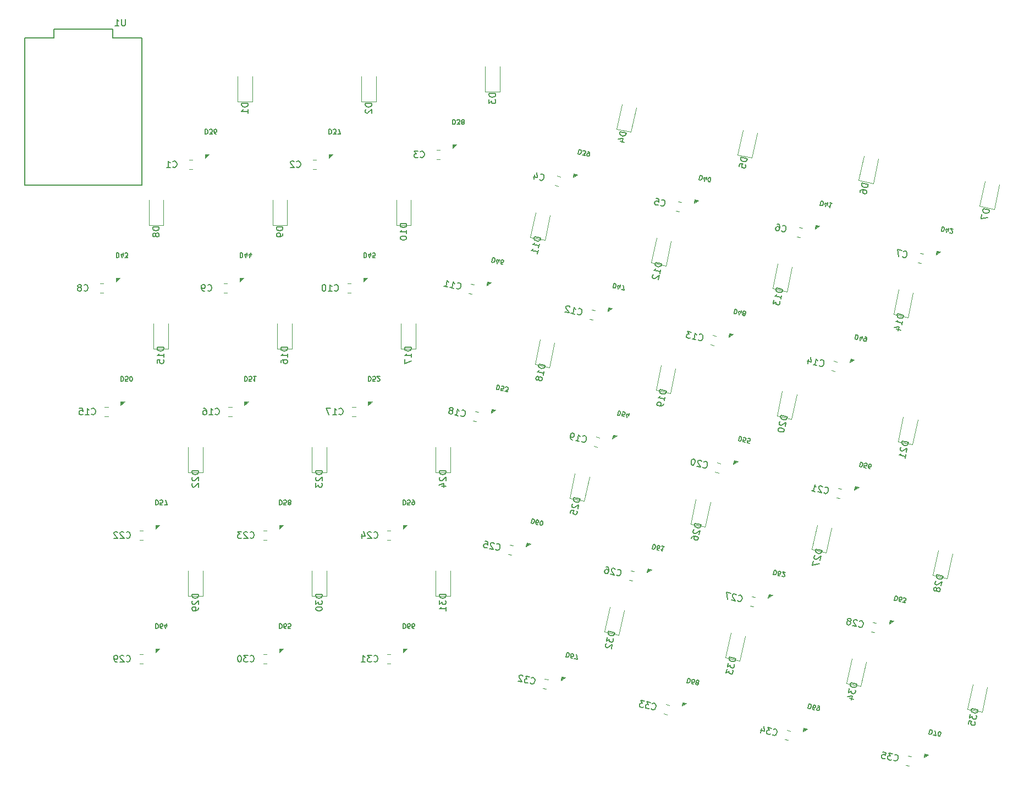
<source format=gbr>
%TF.GenerationSoftware,KiCad,Pcbnew,9.0.3*%
%TF.CreationDate,2025-11-25T19:45:44-05:00*%
%TF.ProjectId,Wren,5772656e-2e6b-4696-9361-645f70636258,rev?*%
%TF.SameCoordinates,Original*%
%TF.FileFunction,Legend,Bot*%
%TF.FilePolarity,Positive*%
%FSLAX46Y46*%
G04 Gerber Fmt 4.6, Leading zero omitted, Abs format (unit mm)*
G04 Created by KiCad (PCBNEW 9.0.3) date 2025-11-25 19:45:44*
%MOMM*%
%LPD*%
G01*
G04 APERTURE LIST*
%ADD10C,0.150000*%
%ADD11C,0.120000*%
%ADD12C,0.100000*%
%ADD13C,0.127000*%
G04 APERTURE END LIST*
D10*
X209404017Y-243855767D02*
X209440695Y-243912246D01*
X209440695Y-243912246D02*
X209570529Y-243988526D01*
X209570529Y-243988526D02*
X209663686Y-244008328D01*
X209663686Y-244008328D02*
X209813322Y-243991451D01*
X209813322Y-243991451D02*
X209926280Y-243918095D01*
X209926280Y-243918095D02*
X209992660Y-243834839D01*
X209992660Y-243834839D02*
X210078840Y-243658425D01*
X210078840Y-243658425D02*
X210108542Y-243518690D01*
X210108542Y-243518690D02*
X210101566Y-243322476D01*
X210101566Y-243322476D02*
X210074789Y-243219418D01*
X210074789Y-243219418D02*
X210001433Y-243106460D01*
X210001433Y-243106460D02*
X209871598Y-243030180D01*
X209871598Y-243030180D02*
X209778441Y-243010379D01*
X209778441Y-243010379D02*
X209628805Y-243027256D01*
X209628805Y-243027256D02*
X209572326Y-243063933D01*
X209199698Y-242984729D02*
X209163021Y-242928250D01*
X209163021Y-242928250D02*
X209079764Y-242861870D01*
X209079764Y-242861870D02*
X208846872Y-242812368D01*
X208846872Y-242812368D02*
X208743814Y-242839145D01*
X208743814Y-242839145D02*
X208687335Y-242875823D01*
X208687335Y-242875823D02*
X208620956Y-242959079D01*
X208620956Y-242959079D02*
X208601155Y-243052236D01*
X208601155Y-243052236D02*
X208618032Y-243201872D01*
X208618032Y-243201872D02*
X209058166Y-243879620D01*
X209058166Y-243879620D02*
X208452646Y-243750913D01*
X207775567Y-242584655D02*
X208241352Y-242683660D01*
X208241352Y-242683660D02*
X208188925Y-243159346D01*
X208188925Y-243159346D02*
X208152247Y-243102867D01*
X208152247Y-243102867D02*
X208068991Y-243036487D01*
X208068991Y-243036487D02*
X207836098Y-242986984D01*
X207836098Y-242986984D02*
X207733041Y-243013762D01*
X207733041Y-243013762D02*
X207676562Y-243050439D01*
X207676562Y-243050439D02*
X207610182Y-243133696D01*
X207610182Y-243133696D02*
X207560679Y-243366588D01*
X207560679Y-243366588D02*
X207587457Y-243469646D01*
X207587457Y-243469646D02*
X207624135Y-243526125D01*
X207624135Y-243526125D02*
X207707391Y-243592504D01*
X207707391Y-243592504D02*
X207940283Y-243642007D01*
X207940283Y-243642007D02*
X208043341Y-243615230D01*
X208043341Y-243615230D02*
X208099820Y-243578552D01*
X235686742Y-219463321D02*
X234708594Y-219255409D01*
X234708594Y-219255409D02*
X234659091Y-219488302D01*
X234659091Y-219488302D02*
X234675968Y-219637938D01*
X234675968Y-219637938D02*
X234749324Y-219750896D01*
X234749324Y-219750896D02*
X234832580Y-219817275D01*
X234832580Y-219817275D02*
X235008994Y-219903456D01*
X235008994Y-219903456D02*
X235148729Y-219933157D01*
X235148729Y-219933157D02*
X235344943Y-219926181D01*
X235344943Y-219926181D02*
X235448001Y-219899404D01*
X235448001Y-219899404D02*
X235560959Y-219826048D01*
X235560959Y-219826048D02*
X235637239Y-219696213D01*
X235637239Y-219696213D02*
X235686742Y-219463321D01*
X235369924Y-220953832D02*
X235488731Y-220394890D01*
X235429327Y-220674361D02*
X234451180Y-220466449D01*
X234451180Y-220466449D02*
X234610716Y-220402994D01*
X234610716Y-220402994D02*
X234723674Y-220329638D01*
X234723674Y-220329638D02*
X234790054Y-220246382D01*
X235270918Y-221419616D02*
X235231316Y-221605930D01*
X235231316Y-221605930D02*
X235164937Y-221689186D01*
X235164937Y-221689186D02*
X235108458Y-221725864D01*
X235108458Y-221725864D02*
X234948921Y-221789320D01*
X234948921Y-221789320D02*
X234752707Y-221796296D01*
X234752707Y-221796296D02*
X234380079Y-221717091D01*
X234380079Y-221717091D02*
X234296823Y-221650712D01*
X234296823Y-221650712D02*
X234260145Y-221594233D01*
X234260145Y-221594233D02*
X234233368Y-221491175D01*
X234233368Y-221491175D02*
X234272970Y-221304861D01*
X234272970Y-221304861D02*
X234339349Y-221221605D01*
X234339349Y-221221605D02*
X234395828Y-221184927D01*
X234395828Y-221184927D02*
X234498886Y-221158150D01*
X234498886Y-221158150D02*
X234731778Y-221207653D01*
X234731778Y-221207653D02*
X234815034Y-221274032D01*
X234815034Y-221274032D02*
X234851712Y-221330511D01*
X234851712Y-221330511D02*
X234878490Y-221433569D01*
X234878490Y-221433569D02*
X234838887Y-221619883D01*
X234838887Y-221619883D02*
X234772508Y-221703139D01*
X234772508Y-221703139D02*
X234716029Y-221739817D01*
X234716029Y-221739817D02*
X234612971Y-221766594D01*
X278310348Y-247998869D02*
X277332200Y-247790957D01*
X277332200Y-247790957D02*
X277282697Y-248023850D01*
X277282697Y-248023850D02*
X277299574Y-248173486D01*
X277299574Y-248173486D02*
X277372930Y-248286444D01*
X277372930Y-248286444D02*
X277456186Y-248352823D01*
X277456186Y-248352823D02*
X277632600Y-248439004D01*
X277632600Y-248439004D02*
X277772335Y-248468705D01*
X277772335Y-248468705D02*
X277968549Y-248461729D01*
X277968549Y-248461729D02*
X278071607Y-248434952D01*
X278071607Y-248434952D02*
X278184565Y-248361596D01*
X278184565Y-248361596D02*
X278260845Y-248231761D01*
X278260845Y-248231761D02*
X278310348Y-247998869D01*
X277227346Y-248742328D02*
X277170867Y-248779005D01*
X277170867Y-248779005D02*
X277104487Y-248862262D01*
X277104487Y-248862262D02*
X277054985Y-249095154D01*
X277054985Y-249095154D02*
X277081762Y-249198212D01*
X277081762Y-249198212D02*
X277118440Y-249254691D01*
X277118440Y-249254691D02*
X277201696Y-249321070D01*
X277201696Y-249321070D02*
X277294853Y-249340871D01*
X277294853Y-249340871D02*
X277444489Y-249323994D01*
X277444489Y-249323994D02*
X278122237Y-248883860D01*
X278122237Y-248883860D02*
X277993530Y-249489380D01*
X277315782Y-249929514D02*
X277289005Y-249826457D01*
X277289005Y-249826457D02*
X277252327Y-249769978D01*
X277252327Y-249769978D02*
X277169070Y-249703598D01*
X277169070Y-249703598D02*
X277122492Y-249693698D01*
X277122492Y-249693698D02*
X277019434Y-249720475D01*
X277019434Y-249720475D02*
X276962955Y-249757153D01*
X276962955Y-249757153D02*
X276896576Y-249840409D01*
X276896576Y-249840409D02*
X276856974Y-250026723D01*
X276856974Y-250026723D02*
X276883751Y-250129781D01*
X276883751Y-250129781D02*
X276920429Y-250186260D01*
X276920429Y-250186260D02*
X277003685Y-250252639D01*
X277003685Y-250252639D02*
X277050264Y-250262540D01*
X277050264Y-250262540D02*
X277153321Y-250235763D01*
X277153321Y-250235763D02*
X277209800Y-250199085D01*
X277209800Y-250199085D02*
X277276180Y-250115828D01*
X277276180Y-250115828D02*
X277315782Y-249929514D01*
X277315782Y-249929514D02*
X277382161Y-249846258D01*
X277382161Y-249846258D02*
X277438640Y-249809580D01*
X277438640Y-249809580D02*
X277541698Y-249782803D01*
X277541698Y-249782803D02*
X277728012Y-249822405D01*
X277728012Y-249822405D02*
X277811268Y-249888785D01*
X277811268Y-249888785D02*
X277847946Y-249945264D01*
X277847946Y-249945264D02*
X277874723Y-250048321D01*
X277874723Y-250048321D02*
X277835121Y-250234635D01*
X277835121Y-250234635D02*
X277768742Y-250317891D01*
X277768742Y-250317891D02*
X277712263Y-250354569D01*
X277712263Y-250354569D02*
X277609205Y-250381347D01*
X277609205Y-250381347D02*
X277422891Y-250341744D01*
X277422891Y-250341744D02*
X277339635Y-250275365D01*
X277339635Y-250275365D02*
X277302957Y-250218886D01*
X277302957Y-250218886D02*
X277276180Y-250115828D01*
X176664819Y-194161905D02*
X175664819Y-194161905D01*
X175664819Y-194161905D02*
X175664819Y-194400000D01*
X175664819Y-194400000D02*
X175712438Y-194542857D01*
X175712438Y-194542857D02*
X175807676Y-194638095D01*
X175807676Y-194638095D02*
X175902914Y-194685714D01*
X175902914Y-194685714D02*
X176093390Y-194733333D01*
X176093390Y-194733333D02*
X176236247Y-194733333D01*
X176236247Y-194733333D02*
X176426723Y-194685714D01*
X176426723Y-194685714D02*
X176521961Y-194638095D01*
X176521961Y-194638095D02*
X176617200Y-194542857D01*
X176617200Y-194542857D02*
X176664819Y-194400000D01*
X176664819Y-194400000D02*
X176664819Y-194161905D01*
X176664819Y-195209524D02*
X176664819Y-195400000D01*
X176664819Y-195400000D02*
X176617200Y-195495238D01*
X176617200Y-195495238D02*
X176569580Y-195542857D01*
X176569580Y-195542857D02*
X176426723Y-195638095D01*
X176426723Y-195638095D02*
X176236247Y-195685714D01*
X176236247Y-195685714D02*
X175855295Y-195685714D01*
X175855295Y-195685714D02*
X175760057Y-195638095D01*
X175760057Y-195638095D02*
X175712438Y-195590476D01*
X175712438Y-195590476D02*
X175664819Y-195495238D01*
X175664819Y-195495238D02*
X175664819Y-195304762D01*
X175664819Y-195304762D02*
X175712438Y-195209524D01*
X175712438Y-195209524D02*
X175760057Y-195161905D01*
X175760057Y-195161905D02*
X175855295Y-195114286D01*
X175855295Y-195114286D02*
X176093390Y-195114286D01*
X176093390Y-195114286D02*
X176188628Y-195161905D01*
X176188628Y-195161905D02*
X176236247Y-195209524D01*
X176236247Y-195209524D02*
X176283866Y-195304762D01*
X176283866Y-195304762D02*
X176283866Y-195495238D01*
X176283866Y-195495238D02*
X176236247Y-195590476D01*
X176236247Y-195590476D02*
X176188628Y-195638095D01*
X176188628Y-195638095D02*
X176093390Y-195685714D01*
X157614819Y-194161905D02*
X156614819Y-194161905D01*
X156614819Y-194161905D02*
X156614819Y-194400000D01*
X156614819Y-194400000D02*
X156662438Y-194542857D01*
X156662438Y-194542857D02*
X156757676Y-194638095D01*
X156757676Y-194638095D02*
X156852914Y-194685714D01*
X156852914Y-194685714D02*
X157043390Y-194733333D01*
X157043390Y-194733333D02*
X157186247Y-194733333D01*
X157186247Y-194733333D02*
X157376723Y-194685714D01*
X157376723Y-194685714D02*
X157471961Y-194638095D01*
X157471961Y-194638095D02*
X157567200Y-194542857D01*
X157567200Y-194542857D02*
X157614819Y-194400000D01*
X157614819Y-194400000D02*
X157614819Y-194161905D01*
X157043390Y-195304762D02*
X156995771Y-195209524D01*
X156995771Y-195209524D02*
X156948152Y-195161905D01*
X156948152Y-195161905D02*
X156852914Y-195114286D01*
X156852914Y-195114286D02*
X156805295Y-195114286D01*
X156805295Y-195114286D02*
X156710057Y-195161905D01*
X156710057Y-195161905D02*
X156662438Y-195209524D01*
X156662438Y-195209524D02*
X156614819Y-195304762D01*
X156614819Y-195304762D02*
X156614819Y-195495238D01*
X156614819Y-195495238D02*
X156662438Y-195590476D01*
X156662438Y-195590476D02*
X156710057Y-195638095D01*
X156710057Y-195638095D02*
X156805295Y-195685714D01*
X156805295Y-195685714D02*
X156852914Y-195685714D01*
X156852914Y-195685714D02*
X156948152Y-195638095D01*
X156948152Y-195638095D02*
X156995771Y-195590476D01*
X156995771Y-195590476D02*
X157043390Y-195495238D01*
X157043390Y-195495238D02*
X157043390Y-195304762D01*
X157043390Y-195304762D02*
X157091009Y-195209524D01*
X157091009Y-195209524D02*
X157138628Y-195161905D01*
X157138628Y-195161905D02*
X157233866Y-195114286D01*
X157233866Y-195114286D02*
X157424342Y-195114286D01*
X157424342Y-195114286D02*
X157519580Y-195161905D01*
X157519580Y-195161905D02*
X157567200Y-195209524D01*
X157567200Y-195209524D02*
X157614819Y-195304762D01*
X157614819Y-195304762D02*
X157614819Y-195495238D01*
X157614819Y-195495238D02*
X157567200Y-195590476D01*
X157567200Y-195590476D02*
X157519580Y-195638095D01*
X157519580Y-195638095D02*
X157424342Y-195685714D01*
X157424342Y-195685714D02*
X157233866Y-195685714D01*
X157233866Y-195685714D02*
X157138628Y-195638095D01*
X157138628Y-195638095D02*
X157091009Y-195590476D01*
X157091009Y-195590476D02*
X157043390Y-195495238D01*
X157091999Y-255336466D02*
X157091999Y-256036466D01*
X157091999Y-256036466D02*
X157258666Y-256036466D01*
X157258666Y-256036466D02*
X157358666Y-256003133D01*
X157358666Y-256003133D02*
X157425333Y-255936466D01*
X157425333Y-255936466D02*
X157458666Y-255869800D01*
X157458666Y-255869800D02*
X157491999Y-255736466D01*
X157491999Y-255736466D02*
X157491999Y-255636466D01*
X157491999Y-255636466D02*
X157458666Y-255503133D01*
X157458666Y-255503133D02*
X157425333Y-255436466D01*
X157425333Y-255436466D02*
X157358666Y-255369800D01*
X157358666Y-255369800D02*
X157258666Y-255336466D01*
X157258666Y-255336466D02*
X157091999Y-255336466D01*
X158091999Y-256036466D02*
X157958666Y-256036466D01*
X157958666Y-256036466D02*
X157891999Y-256003133D01*
X157891999Y-256003133D02*
X157858666Y-255969800D01*
X157858666Y-255969800D02*
X157791999Y-255869800D01*
X157791999Y-255869800D02*
X157758666Y-255736466D01*
X157758666Y-255736466D02*
X157758666Y-255469800D01*
X157758666Y-255469800D02*
X157791999Y-255403133D01*
X157791999Y-255403133D02*
X157825333Y-255369800D01*
X157825333Y-255369800D02*
X157891999Y-255336466D01*
X157891999Y-255336466D02*
X158025333Y-255336466D01*
X158025333Y-255336466D02*
X158091999Y-255369800D01*
X158091999Y-255369800D02*
X158125333Y-255403133D01*
X158125333Y-255403133D02*
X158158666Y-255469800D01*
X158158666Y-255469800D02*
X158158666Y-255636466D01*
X158158666Y-255636466D02*
X158125333Y-255703133D01*
X158125333Y-255703133D02*
X158091999Y-255736466D01*
X158091999Y-255736466D02*
X158025333Y-255769800D01*
X158025333Y-255769800D02*
X157891999Y-255769800D01*
X157891999Y-255769800D02*
X157825333Y-255736466D01*
X157825333Y-255736466D02*
X157791999Y-255703133D01*
X157791999Y-255703133D02*
X157758666Y-255636466D01*
X158758666Y-255803133D02*
X158758666Y-255336466D01*
X158592000Y-256069800D02*
X158425333Y-255569800D01*
X158425333Y-255569800D02*
X158858666Y-255569800D01*
X190652857Y-261109580D02*
X190700476Y-261157200D01*
X190700476Y-261157200D02*
X190843333Y-261204819D01*
X190843333Y-261204819D02*
X190938571Y-261204819D01*
X190938571Y-261204819D02*
X191081428Y-261157200D01*
X191081428Y-261157200D02*
X191176666Y-261061961D01*
X191176666Y-261061961D02*
X191224285Y-260966723D01*
X191224285Y-260966723D02*
X191271904Y-260776247D01*
X191271904Y-260776247D02*
X191271904Y-260633390D01*
X191271904Y-260633390D02*
X191224285Y-260442914D01*
X191224285Y-260442914D02*
X191176666Y-260347676D01*
X191176666Y-260347676D02*
X191081428Y-260252438D01*
X191081428Y-260252438D02*
X190938571Y-260204819D01*
X190938571Y-260204819D02*
X190843333Y-260204819D01*
X190843333Y-260204819D02*
X190700476Y-260252438D01*
X190700476Y-260252438D02*
X190652857Y-260300057D01*
X190319523Y-260204819D02*
X189700476Y-260204819D01*
X189700476Y-260204819D02*
X190033809Y-260585771D01*
X190033809Y-260585771D02*
X189890952Y-260585771D01*
X189890952Y-260585771D02*
X189795714Y-260633390D01*
X189795714Y-260633390D02*
X189748095Y-260681009D01*
X189748095Y-260681009D02*
X189700476Y-260776247D01*
X189700476Y-260776247D02*
X189700476Y-261014342D01*
X189700476Y-261014342D02*
X189748095Y-261109580D01*
X189748095Y-261109580D02*
X189795714Y-261157200D01*
X189795714Y-261157200D02*
X189890952Y-261204819D01*
X189890952Y-261204819D02*
X190176666Y-261204819D01*
X190176666Y-261204819D02*
X190271904Y-261157200D01*
X190271904Y-261157200D02*
X190319523Y-261109580D01*
X188748095Y-261204819D02*
X189319523Y-261204819D01*
X189033809Y-261204819D02*
X189033809Y-260204819D01*
X189033809Y-260204819D02*
X189129047Y-260347676D01*
X189129047Y-260347676D02*
X189224285Y-260442914D01*
X189224285Y-260442914D02*
X189319523Y-260490533D01*
X270661134Y-276351932D02*
X270697812Y-276408411D01*
X270697812Y-276408411D02*
X270827646Y-276484691D01*
X270827646Y-276484691D02*
X270920803Y-276504493D01*
X270920803Y-276504493D02*
X271070439Y-276487616D01*
X271070439Y-276487616D02*
X271183397Y-276414260D01*
X271183397Y-276414260D02*
X271249777Y-276331004D01*
X271249777Y-276331004D02*
X271335957Y-276154590D01*
X271335957Y-276154590D02*
X271365659Y-276014855D01*
X271365659Y-276014855D02*
X271358683Y-275818641D01*
X271358683Y-275818641D02*
X271331906Y-275715583D01*
X271331906Y-275715583D02*
X271258550Y-275602625D01*
X271258550Y-275602625D02*
X271128715Y-275526345D01*
X271128715Y-275526345D02*
X271035558Y-275506544D01*
X271035558Y-275506544D02*
X270885922Y-275523421D01*
X270885922Y-275523421D02*
X270829443Y-275560098D01*
X270523195Y-275397638D02*
X269917675Y-275268930D01*
X269917675Y-275268930D02*
X270164520Y-275710862D01*
X270164520Y-275710862D02*
X270024784Y-275681160D01*
X270024784Y-275681160D02*
X269921727Y-275707938D01*
X269921727Y-275707938D02*
X269865248Y-275744616D01*
X269865248Y-275744616D02*
X269798868Y-275827872D01*
X269798868Y-275827872D02*
X269749366Y-276060764D01*
X269749366Y-276060764D02*
X269776143Y-276163822D01*
X269776143Y-276163822D02*
X269812821Y-276220301D01*
X269812821Y-276220301D02*
X269896077Y-276286680D01*
X269896077Y-276286680D02*
X270175548Y-276346084D01*
X270175548Y-276346084D02*
X270278605Y-276319306D01*
X270278605Y-276319306D02*
X270335084Y-276282628D01*
X269032684Y-275080820D02*
X269498469Y-275179825D01*
X269498469Y-275179825D02*
X269446042Y-275655511D01*
X269446042Y-275655511D02*
X269409364Y-275599032D01*
X269409364Y-275599032D02*
X269326108Y-275532652D01*
X269326108Y-275532652D02*
X269093215Y-275483149D01*
X269093215Y-275483149D02*
X268990158Y-275509927D01*
X268990158Y-275509927D02*
X268933679Y-275546604D01*
X268933679Y-275546604D02*
X268867299Y-275629861D01*
X268867299Y-275629861D02*
X268817796Y-275862753D01*
X268817796Y-275862753D02*
X268844574Y-275965811D01*
X268844574Y-275965811D02*
X268881252Y-276022290D01*
X268881252Y-276022290D02*
X268964508Y-276088669D01*
X268964508Y-276088669D02*
X269197400Y-276138172D01*
X269197400Y-276138172D02*
X269300458Y-276111395D01*
X269300458Y-276111395D02*
X269356937Y-276074717D01*
X166252857Y-223009580D02*
X166300476Y-223057200D01*
X166300476Y-223057200D02*
X166443333Y-223104819D01*
X166443333Y-223104819D02*
X166538571Y-223104819D01*
X166538571Y-223104819D02*
X166681428Y-223057200D01*
X166681428Y-223057200D02*
X166776666Y-222961961D01*
X166776666Y-222961961D02*
X166824285Y-222866723D01*
X166824285Y-222866723D02*
X166871904Y-222676247D01*
X166871904Y-222676247D02*
X166871904Y-222533390D01*
X166871904Y-222533390D02*
X166824285Y-222342914D01*
X166824285Y-222342914D02*
X166776666Y-222247676D01*
X166776666Y-222247676D02*
X166681428Y-222152438D01*
X166681428Y-222152438D02*
X166538571Y-222104819D01*
X166538571Y-222104819D02*
X166443333Y-222104819D01*
X166443333Y-222104819D02*
X166300476Y-222152438D01*
X166300476Y-222152438D02*
X166252857Y-222200057D01*
X165300476Y-223104819D02*
X165871904Y-223104819D01*
X165586190Y-223104819D02*
X165586190Y-222104819D01*
X165586190Y-222104819D02*
X165681428Y-222247676D01*
X165681428Y-222247676D02*
X165776666Y-222342914D01*
X165776666Y-222342914D02*
X165871904Y-222390533D01*
X164443333Y-222104819D02*
X164633809Y-222104819D01*
X164633809Y-222104819D02*
X164729047Y-222152438D01*
X164729047Y-222152438D02*
X164776666Y-222200057D01*
X164776666Y-222200057D02*
X164871904Y-222342914D01*
X164871904Y-222342914D02*
X164919523Y-222533390D01*
X164919523Y-222533390D02*
X164919523Y-222914342D01*
X164919523Y-222914342D02*
X164871904Y-223009580D01*
X164871904Y-223009580D02*
X164824285Y-223057200D01*
X164824285Y-223057200D02*
X164729047Y-223104819D01*
X164729047Y-223104819D02*
X164538571Y-223104819D01*
X164538571Y-223104819D02*
X164443333Y-223057200D01*
X164443333Y-223057200D02*
X164395714Y-223009580D01*
X164395714Y-223009580D02*
X164348095Y-222914342D01*
X164348095Y-222914342D02*
X164348095Y-222676247D01*
X164348095Y-222676247D02*
X164395714Y-222581009D01*
X164395714Y-222581009D02*
X164443333Y-222533390D01*
X164443333Y-222533390D02*
X164538571Y-222485771D01*
X164538571Y-222485771D02*
X164729047Y-222485771D01*
X164729047Y-222485771D02*
X164824285Y-222533390D01*
X164824285Y-222533390D02*
X164871904Y-222581009D01*
X164871904Y-222581009D02*
X164919523Y-222676247D01*
X164731999Y-179136466D02*
X164731999Y-179836466D01*
X164731999Y-179836466D02*
X164898666Y-179836466D01*
X164898666Y-179836466D02*
X164998666Y-179803133D01*
X164998666Y-179803133D02*
X165065333Y-179736466D01*
X165065333Y-179736466D02*
X165098666Y-179669800D01*
X165098666Y-179669800D02*
X165131999Y-179536466D01*
X165131999Y-179536466D02*
X165131999Y-179436466D01*
X165131999Y-179436466D02*
X165098666Y-179303133D01*
X165098666Y-179303133D02*
X165065333Y-179236466D01*
X165065333Y-179236466D02*
X164998666Y-179169800D01*
X164998666Y-179169800D02*
X164898666Y-179136466D01*
X164898666Y-179136466D02*
X164731999Y-179136466D01*
X165365333Y-179836466D02*
X165798666Y-179836466D01*
X165798666Y-179836466D02*
X165565333Y-179569800D01*
X165565333Y-179569800D02*
X165665333Y-179569800D01*
X165665333Y-179569800D02*
X165731999Y-179536466D01*
X165731999Y-179536466D02*
X165765333Y-179503133D01*
X165765333Y-179503133D02*
X165798666Y-179436466D01*
X165798666Y-179436466D02*
X165798666Y-179269800D01*
X165798666Y-179269800D02*
X165765333Y-179203133D01*
X165765333Y-179203133D02*
X165731999Y-179169800D01*
X165731999Y-179169800D02*
X165665333Y-179136466D01*
X165665333Y-179136466D02*
X165465333Y-179136466D01*
X165465333Y-179136466D02*
X165398666Y-179169800D01*
X165398666Y-179169800D02*
X165365333Y-179203133D01*
X166398666Y-179836466D02*
X166265333Y-179836466D01*
X166265333Y-179836466D02*
X166198666Y-179803133D01*
X166198666Y-179803133D02*
X166165333Y-179769800D01*
X166165333Y-179769800D02*
X166098666Y-179669800D01*
X166098666Y-179669800D02*
X166065333Y-179536466D01*
X166065333Y-179536466D02*
X166065333Y-179269800D01*
X166065333Y-179269800D02*
X166098666Y-179203133D01*
X166098666Y-179203133D02*
X166132000Y-179169800D01*
X166132000Y-179169800D02*
X166198666Y-179136466D01*
X166198666Y-179136466D02*
X166332000Y-179136466D01*
X166332000Y-179136466D02*
X166398666Y-179169800D01*
X166398666Y-179169800D02*
X166432000Y-179203133D01*
X166432000Y-179203133D02*
X166465333Y-179269800D01*
X166465333Y-179269800D02*
X166465333Y-179436466D01*
X166465333Y-179436466D02*
X166432000Y-179503133D01*
X166432000Y-179503133D02*
X166398666Y-179536466D01*
X166398666Y-179536466D02*
X166332000Y-179569800D01*
X166332000Y-179569800D02*
X166198666Y-179569800D01*
X166198666Y-179569800D02*
X166132000Y-179536466D01*
X166132000Y-179536466D02*
X166098666Y-179503133D01*
X166098666Y-179503133D02*
X166065333Y-179436466D01*
X190354819Y-175111905D02*
X189354819Y-175111905D01*
X189354819Y-175111905D02*
X189354819Y-175350000D01*
X189354819Y-175350000D02*
X189402438Y-175492857D01*
X189402438Y-175492857D02*
X189497676Y-175588095D01*
X189497676Y-175588095D02*
X189592914Y-175635714D01*
X189592914Y-175635714D02*
X189783390Y-175683333D01*
X189783390Y-175683333D02*
X189926247Y-175683333D01*
X189926247Y-175683333D02*
X190116723Y-175635714D01*
X190116723Y-175635714D02*
X190211961Y-175588095D01*
X190211961Y-175588095D02*
X190307200Y-175492857D01*
X190307200Y-175492857D02*
X190354819Y-175350000D01*
X190354819Y-175350000D02*
X190354819Y-175111905D01*
X189450057Y-176064286D02*
X189402438Y-176111905D01*
X189402438Y-176111905D02*
X189354819Y-176207143D01*
X189354819Y-176207143D02*
X189354819Y-176445238D01*
X189354819Y-176445238D02*
X189402438Y-176540476D01*
X189402438Y-176540476D02*
X189450057Y-176588095D01*
X189450057Y-176588095D02*
X189545295Y-176635714D01*
X189545295Y-176635714D02*
X189640533Y-176635714D01*
X189640533Y-176635714D02*
X189783390Y-176588095D01*
X189783390Y-176588095D02*
X190354819Y-176016667D01*
X190354819Y-176016667D02*
X190354819Y-176635714D01*
X220400248Y-259766562D02*
X220254710Y-260451266D01*
X220254710Y-260451266D02*
X220417734Y-260485918D01*
X220417734Y-260485918D02*
X220522479Y-260474104D01*
X220522479Y-260474104D02*
X220601550Y-260422755D01*
X220601550Y-260422755D02*
X220648016Y-260364475D01*
X220648016Y-260364475D02*
X220708342Y-260240986D01*
X220708342Y-260240986D02*
X220729133Y-260143171D01*
X220729133Y-260143171D02*
X220724250Y-260005821D01*
X220724250Y-260005821D02*
X220705506Y-259933681D01*
X220705506Y-259933681D02*
X220654157Y-259854610D01*
X220654157Y-259854610D02*
X220563272Y-259801214D01*
X220563272Y-259801214D02*
X220400248Y-259766562D01*
X221232857Y-260659177D02*
X221102437Y-260631456D01*
X221102437Y-260631456D02*
X221044158Y-260584990D01*
X221044158Y-260584990D02*
X221018483Y-260545455D01*
X221018483Y-260545455D02*
X220974065Y-260433779D01*
X220974065Y-260433779D02*
X220969181Y-260296429D01*
X220969181Y-260296429D02*
X221024625Y-260035590D01*
X221024625Y-260035590D02*
X221071090Y-259977310D01*
X221071090Y-259977310D02*
X221110626Y-259951636D01*
X221110626Y-259951636D02*
X221182766Y-259932892D01*
X221182766Y-259932892D02*
X221313185Y-259960613D01*
X221313185Y-259960613D02*
X221371465Y-260007079D01*
X221371465Y-260007079D02*
X221397139Y-260046614D01*
X221397139Y-260046614D02*
X221415884Y-260118754D01*
X221415884Y-260118754D02*
X221381232Y-260281779D01*
X221381232Y-260281779D02*
X221334766Y-260340058D01*
X221334766Y-260340058D02*
X221295231Y-260365733D01*
X221295231Y-260365733D02*
X221223090Y-260384477D01*
X221223090Y-260384477D02*
X221092671Y-260356756D01*
X221092671Y-260356756D02*
X221034391Y-260310290D01*
X221034391Y-260310290D02*
X221008717Y-260270755D01*
X221008717Y-260270755D02*
X220989973Y-260198614D01*
X221526302Y-260721551D02*
X221982771Y-260818576D01*
X221982771Y-260818576D02*
X221834865Y-260071499D01*
X240901732Y-186221931D02*
X240756194Y-186906635D01*
X240756194Y-186906635D02*
X240919218Y-186941287D01*
X240919218Y-186941287D02*
X241023963Y-186929473D01*
X241023963Y-186929473D02*
X241103034Y-186878124D01*
X241103034Y-186878124D02*
X241149500Y-186819844D01*
X241149500Y-186819844D02*
X241209826Y-186696355D01*
X241209826Y-186696355D02*
X241230617Y-186598540D01*
X241230617Y-186598540D02*
X241225734Y-186461190D01*
X241225734Y-186461190D02*
X241206990Y-186389050D01*
X241206990Y-186389050D02*
X241155641Y-186309979D01*
X241155641Y-186309979D02*
X241064756Y-186256583D01*
X241064756Y-186256583D02*
X240901732Y-186221931D01*
X241782854Y-186886312D02*
X241879879Y-186429843D01*
X241564386Y-187112499D02*
X241505317Y-186588773D01*
X241505317Y-186588773D02*
X241929181Y-186678869D01*
X242223415Y-187218502D02*
X242288625Y-187232363D01*
X242288625Y-187232363D02*
X242360765Y-187213619D01*
X242360765Y-187213619D02*
X242400301Y-187187944D01*
X242400301Y-187187944D02*
X242446766Y-187129665D01*
X242446766Y-187129665D02*
X242507093Y-187006176D01*
X242507093Y-187006176D02*
X242541745Y-186843151D01*
X242541745Y-186843151D02*
X242536861Y-186705801D01*
X242536861Y-186705801D02*
X242518117Y-186633661D01*
X242518117Y-186633661D02*
X242492443Y-186594125D01*
X242492443Y-186594125D02*
X242434163Y-186547660D01*
X242434163Y-186547660D02*
X242368953Y-186533799D01*
X242368953Y-186533799D02*
X242296813Y-186552543D01*
X242296813Y-186552543D02*
X242257278Y-186578218D01*
X242257278Y-186578218D02*
X242210812Y-186636497D01*
X242210812Y-186636497D02*
X242150486Y-186759986D01*
X242150486Y-186759986D02*
X242115834Y-186923011D01*
X242115834Y-186923011D02*
X242120717Y-187060361D01*
X242120717Y-187060361D02*
X242139461Y-187132501D01*
X242139461Y-187132501D02*
X242165136Y-187172036D01*
X242165136Y-187172036D02*
X242223415Y-187218502D01*
X265032618Y-264652163D02*
X264054470Y-264444251D01*
X264054470Y-264444251D02*
X264004967Y-264677144D01*
X264004967Y-264677144D02*
X264021844Y-264826780D01*
X264021844Y-264826780D02*
X264095200Y-264939738D01*
X264095200Y-264939738D02*
X264178456Y-265006117D01*
X264178456Y-265006117D02*
X264354870Y-265092298D01*
X264354870Y-265092298D02*
X264494605Y-265121999D01*
X264494605Y-265121999D02*
X264690819Y-265115023D01*
X264690819Y-265115023D02*
X264793877Y-265088246D01*
X264793877Y-265088246D02*
X264906835Y-265014890D01*
X264906835Y-265014890D02*
X264983115Y-264885055D01*
X264983115Y-264885055D02*
X265032618Y-264652163D01*
X263866360Y-265329242D02*
X263737652Y-265934762D01*
X263737652Y-265934762D02*
X264179584Y-265687917D01*
X264179584Y-265687917D02*
X264149882Y-265827653D01*
X264149882Y-265827653D02*
X264176660Y-265930710D01*
X264176660Y-265930710D02*
X264213338Y-265987189D01*
X264213338Y-265987189D02*
X264296594Y-266053569D01*
X264296594Y-266053569D02*
X264529486Y-266103071D01*
X264529486Y-266103071D02*
X264632544Y-266076294D01*
X264632544Y-266076294D02*
X264689023Y-266039616D01*
X264689023Y-266039616D02*
X264755402Y-265956360D01*
X264755402Y-265956360D02*
X264814806Y-265676889D01*
X264814806Y-265676889D02*
X264788028Y-265573832D01*
X264788028Y-265573832D02*
X264751350Y-265517353D01*
X263885492Y-266842478D02*
X264537590Y-266981086D01*
X263562367Y-266530381D02*
X264310546Y-266445997D01*
X264310546Y-266445997D02*
X264181839Y-267051517D01*
X240617576Y-211539178D02*
X240654254Y-211595657D01*
X240654254Y-211595657D02*
X240784088Y-211671937D01*
X240784088Y-211671937D02*
X240877245Y-211691739D01*
X240877245Y-211691739D02*
X241026881Y-211674862D01*
X241026881Y-211674862D02*
X241139839Y-211601506D01*
X241139839Y-211601506D02*
X241206219Y-211518250D01*
X241206219Y-211518250D02*
X241292399Y-211341836D01*
X241292399Y-211341836D02*
X241322101Y-211202101D01*
X241322101Y-211202101D02*
X241315125Y-211005887D01*
X241315125Y-211005887D02*
X241288348Y-210902829D01*
X241288348Y-210902829D02*
X241214992Y-210789871D01*
X241214992Y-210789871D02*
X241085157Y-210713591D01*
X241085157Y-210713591D02*
X240992000Y-210693790D01*
X240992000Y-210693790D02*
X240842364Y-210710667D01*
X240842364Y-210710667D02*
X240785885Y-210747344D01*
X239666205Y-211434324D02*
X240225147Y-211553131D01*
X239945676Y-211493727D02*
X240153588Y-210515580D01*
X240153588Y-210515580D02*
X240217043Y-210675116D01*
X240217043Y-210675116D02*
X240290399Y-210788074D01*
X240290399Y-210788074D02*
X240373655Y-210854454D01*
X239548068Y-210386873D02*
X238942548Y-210258165D01*
X238942548Y-210258165D02*
X239189393Y-210700097D01*
X239189393Y-210700097D02*
X239049657Y-210670395D01*
X239049657Y-210670395D02*
X238946600Y-210697173D01*
X238946600Y-210697173D02*
X238890121Y-210733850D01*
X238890121Y-210733850D02*
X238823741Y-210817107D01*
X238823741Y-210817107D02*
X238774238Y-211049999D01*
X238774238Y-211049999D02*
X238801016Y-211153057D01*
X238801016Y-211153057D02*
X238837694Y-211209536D01*
X238837694Y-211209536D02*
X238920950Y-211275915D01*
X238920950Y-211275915D02*
X239200421Y-211335318D01*
X239200421Y-211335318D02*
X239303478Y-211308541D01*
X239303478Y-211308541D02*
X239359957Y-211271863D01*
X265305152Y-255737921D02*
X265341830Y-255794400D01*
X265341830Y-255794400D02*
X265471664Y-255870680D01*
X265471664Y-255870680D02*
X265564821Y-255890482D01*
X265564821Y-255890482D02*
X265714457Y-255873605D01*
X265714457Y-255873605D02*
X265827415Y-255800249D01*
X265827415Y-255800249D02*
X265893795Y-255716993D01*
X265893795Y-255716993D02*
X265979975Y-255540579D01*
X265979975Y-255540579D02*
X266009677Y-255400844D01*
X266009677Y-255400844D02*
X266002701Y-255204630D01*
X266002701Y-255204630D02*
X265975924Y-255101572D01*
X265975924Y-255101572D02*
X265902568Y-254988614D01*
X265902568Y-254988614D02*
X265772733Y-254912334D01*
X265772733Y-254912334D02*
X265679576Y-254892533D01*
X265679576Y-254892533D02*
X265529940Y-254909410D01*
X265529940Y-254909410D02*
X265473461Y-254946087D01*
X265100833Y-254866883D02*
X265064156Y-254810404D01*
X265064156Y-254810404D02*
X264980899Y-254744024D01*
X264980899Y-254744024D02*
X264748007Y-254694522D01*
X264748007Y-254694522D02*
X264644949Y-254721299D01*
X264644949Y-254721299D02*
X264588470Y-254757977D01*
X264588470Y-254757977D02*
X264522091Y-254841233D01*
X264522091Y-254841233D02*
X264502290Y-254934390D01*
X264502290Y-254934390D02*
X264519167Y-255084026D01*
X264519167Y-255084026D02*
X264959301Y-255761774D01*
X264959301Y-255761774D02*
X264353781Y-255633067D01*
X263913647Y-254955319D02*
X264016704Y-254928542D01*
X264016704Y-254928542D02*
X264073183Y-254891864D01*
X264073183Y-254891864D02*
X264139563Y-254808607D01*
X264139563Y-254808607D02*
X264149463Y-254762029D01*
X264149463Y-254762029D02*
X264122686Y-254658971D01*
X264122686Y-254658971D02*
X264086008Y-254602492D01*
X264086008Y-254602492D02*
X264002752Y-254536113D01*
X264002752Y-254536113D02*
X263816438Y-254496511D01*
X263816438Y-254496511D02*
X263713380Y-254523288D01*
X263713380Y-254523288D02*
X263656901Y-254559966D01*
X263656901Y-254559966D02*
X263590522Y-254643222D01*
X263590522Y-254643222D02*
X263580621Y-254689801D01*
X263580621Y-254689801D02*
X263607398Y-254792858D01*
X263607398Y-254792858D02*
X263644076Y-254849337D01*
X263644076Y-254849337D02*
X263727333Y-254915717D01*
X263727333Y-254915717D02*
X263913647Y-254955319D01*
X263913647Y-254955319D02*
X263996903Y-255021698D01*
X263996903Y-255021698D02*
X264033581Y-255078177D01*
X264033581Y-255078177D02*
X264060358Y-255181235D01*
X264060358Y-255181235D02*
X264020756Y-255367549D01*
X264020756Y-255367549D02*
X263954376Y-255450805D01*
X263954376Y-255450805D02*
X263897897Y-255487483D01*
X263897897Y-255487483D02*
X263794840Y-255514260D01*
X263794840Y-255514260D02*
X263608526Y-255474658D01*
X263608526Y-255474658D02*
X263525270Y-255408279D01*
X263525270Y-255408279D02*
X263488592Y-255351800D01*
X263488592Y-255351800D02*
X263461814Y-255248742D01*
X263461814Y-255248742D02*
X263501417Y-255062428D01*
X263501417Y-255062428D02*
X263567796Y-254979172D01*
X263567796Y-254979172D02*
X263624275Y-254942494D01*
X263624275Y-254942494D02*
X263727333Y-254915717D01*
X183781999Y-179136466D02*
X183781999Y-179836466D01*
X183781999Y-179836466D02*
X183948666Y-179836466D01*
X183948666Y-179836466D02*
X184048666Y-179803133D01*
X184048666Y-179803133D02*
X184115333Y-179736466D01*
X184115333Y-179736466D02*
X184148666Y-179669800D01*
X184148666Y-179669800D02*
X184181999Y-179536466D01*
X184181999Y-179536466D02*
X184181999Y-179436466D01*
X184181999Y-179436466D02*
X184148666Y-179303133D01*
X184148666Y-179303133D02*
X184115333Y-179236466D01*
X184115333Y-179236466D02*
X184048666Y-179169800D01*
X184048666Y-179169800D02*
X183948666Y-179136466D01*
X183948666Y-179136466D02*
X183781999Y-179136466D01*
X184415333Y-179836466D02*
X184848666Y-179836466D01*
X184848666Y-179836466D02*
X184615333Y-179569800D01*
X184615333Y-179569800D02*
X184715333Y-179569800D01*
X184715333Y-179569800D02*
X184781999Y-179536466D01*
X184781999Y-179536466D02*
X184815333Y-179503133D01*
X184815333Y-179503133D02*
X184848666Y-179436466D01*
X184848666Y-179436466D02*
X184848666Y-179269800D01*
X184848666Y-179269800D02*
X184815333Y-179203133D01*
X184815333Y-179203133D02*
X184781999Y-179169800D01*
X184781999Y-179169800D02*
X184715333Y-179136466D01*
X184715333Y-179136466D02*
X184515333Y-179136466D01*
X184515333Y-179136466D02*
X184448666Y-179169800D01*
X184448666Y-179169800D02*
X184415333Y-179203133D01*
X185082000Y-179836466D02*
X185548666Y-179836466D01*
X185548666Y-179836466D02*
X185248666Y-179136466D01*
X272954166Y-227384757D02*
X271976018Y-227176845D01*
X271976018Y-227176845D02*
X271926515Y-227409738D01*
X271926515Y-227409738D02*
X271943392Y-227559374D01*
X271943392Y-227559374D02*
X272016748Y-227672332D01*
X272016748Y-227672332D02*
X272100004Y-227738711D01*
X272100004Y-227738711D02*
X272276418Y-227824892D01*
X272276418Y-227824892D02*
X272416153Y-227854593D01*
X272416153Y-227854593D02*
X272612367Y-227847617D01*
X272612367Y-227847617D02*
X272715425Y-227820840D01*
X272715425Y-227820840D02*
X272828383Y-227747484D01*
X272828383Y-227747484D02*
X272904663Y-227617649D01*
X272904663Y-227617649D02*
X272954166Y-227384757D01*
X271871164Y-228128216D02*
X271814685Y-228164893D01*
X271814685Y-228164893D02*
X271748305Y-228248150D01*
X271748305Y-228248150D02*
X271698803Y-228481042D01*
X271698803Y-228481042D02*
X271725580Y-228584100D01*
X271725580Y-228584100D02*
X271762258Y-228640579D01*
X271762258Y-228640579D02*
X271845514Y-228706958D01*
X271845514Y-228706958D02*
X271938671Y-228726759D01*
X271938671Y-228726759D02*
X272088307Y-228709882D01*
X272088307Y-228709882D02*
X272766055Y-228269748D01*
X272766055Y-228269748D02*
X272637348Y-228875268D01*
X272439337Y-229806837D02*
X272558144Y-229247895D01*
X272498740Y-229527366D02*
X271520593Y-229319454D01*
X271520593Y-229319454D02*
X271680129Y-229255999D01*
X271680129Y-229255999D02*
X271793087Y-229182643D01*
X271793087Y-229182643D02*
X271859467Y-229099387D01*
X151741999Y-217236466D02*
X151741999Y-217936466D01*
X151741999Y-217936466D02*
X151908666Y-217936466D01*
X151908666Y-217936466D02*
X152008666Y-217903133D01*
X152008666Y-217903133D02*
X152075333Y-217836466D01*
X152075333Y-217836466D02*
X152108666Y-217769800D01*
X152108666Y-217769800D02*
X152141999Y-217636466D01*
X152141999Y-217636466D02*
X152141999Y-217536466D01*
X152141999Y-217536466D02*
X152108666Y-217403133D01*
X152108666Y-217403133D02*
X152075333Y-217336466D01*
X152075333Y-217336466D02*
X152008666Y-217269800D01*
X152008666Y-217269800D02*
X151908666Y-217236466D01*
X151908666Y-217236466D02*
X151741999Y-217236466D01*
X152775333Y-217936466D02*
X152441999Y-217936466D01*
X152441999Y-217936466D02*
X152408666Y-217603133D01*
X152408666Y-217603133D02*
X152441999Y-217636466D01*
X152441999Y-217636466D02*
X152508666Y-217669800D01*
X152508666Y-217669800D02*
X152675333Y-217669800D01*
X152675333Y-217669800D02*
X152741999Y-217636466D01*
X152741999Y-217636466D02*
X152775333Y-217603133D01*
X152775333Y-217603133D02*
X152808666Y-217536466D01*
X152808666Y-217536466D02*
X152808666Y-217369800D01*
X152808666Y-217369800D02*
X152775333Y-217303133D01*
X152775333Y-217303133D02*
X152741999Y-217269800D01*
X152741999Y-217269800D02*
X152675333Y-217236466D01*
X152675333Y-217236466D02*
X152508666Y-217236466D01*
X152508666Y-217236466D02*
X152441999Y-217269800D01*
X152441999Y-217269800D02*
X152408666Y-217303133D01*
X153242000Y-217936466D02*
X153308666Y-217936466D01*
X153308666Y-217936466D02*
X153375333Y-217903133D01*
X153375333Y-217903133D02*
X153408666Y-217869800D01*
X153408666Y-217869800D02*
X153442000Y-217803133D01*
X153442000Y-217803133D02*
X153475333Y-217669800D01*
X153475333Y-217669800D02*
X153475333Y-217503133D01*
X153475333Y-217503133D02*
X153442000Y-217369800D01*
X153442000Y-217369800D02*
X153408666Y-217303133D01*
X153408666Y-217303133D02*
X153375333Y-217269800D01*
X153375333Y-217269800D02*
X153308666Y-217236466D01*
X153308666Y-217236466D02*
X153242000Y-217236466D01*
X153242000Y-217236466D02*
X153175333Y-217269800D01*
X153175333Y-217269800D02*
X153142000Y-217303133D01*
X153142000Y-217303133D02*
X153108666Y-217369800D01*
X153108666Y-217369800D02*
X153075333Y-217503133D01*
X153075333Y-217503133D02*
X153075333Y-217669800D01*
X153075333Y-217669800D02*
X153108666Y-217803133D01*
X153108666Y-217803133D02*
X153142000Y-217869800D01*
X153142000Y-217869800D02*
X153175333Y-217903133D01*
X153175333Y-217903133D02*
X153242000Y-217936466D01*
X202831999Y-177636066D02*
X202831999Y-178336066D01*
X202831999Y-178336066D02*
X202998666Y-178336066D01*
X202998666Y-178336066D02*
X203098666Y-178302733D01*
X203098666Y-178302733D02*
X203165333Y-178236066D01*
X203165333Y-178236066D02*
X203198666Y-178169400D01*
X203198666Y-178169400D02*
X203231999Y-178036066D01*
X203231999Y-178036066D02*
X203231999Y-177936066D01*
X203231999Y-177936066D02*
X203198666Y-177802733D01*
X203198666Y-177802733D02*
X203165333Y-177736066D01*
X203165333Y-177736066D02*
X203098666Y-177669400D01*
X203098666Y-177669400D02*
X202998666Y-177636066D01*
X202998666Y-177636066D02*
X202831999Y-177636066D01*
X203465333Y-178336066D02*
X203898666Y-178336066D01*
X203898666Y-178336066D02*
X203665333Y-178069400D01*
X203665333Y-178069400D02*
X203765333Y-178069400D01*
X203765333Y-178069400D02*
X203831999Y-178036066D01*
X203831999Y-178036066D02*
X203865333Y-178002733D01*
X203865333Y-178002733D02*
X203898666Y-177936066D01*
X203898666Y-177936066D02*
X203898666Y-177769400D01*
X203898666Y-177769400D02*
X203865333Y-177702733D01*
X203865333Y-177702733D02*
X203831999Y-177669400D01*
X203831999Y-177669400D02*
X203765333Y-177636066D01*
X203765333Y-177636066D02*
X203565333Y-177636066D01*
X203565333Y-177636066D02*
X203498666Y-177669400D01*
X203498666Y-177669400D02*
X203465333Y-177702733D01*
X204298666Y-178036066D02*
X204232000Y-178069400D01*
X204232000Y-178069400D02*
X204198666Y-178102733D01*
X204198666Y-178102733D02*
X204165333Y-178169400D01*
X204165333Y-178169400D02*
X204165333Y-178202733D01*
X204165333Y-178202733D02*
X204198666Y-178269400D01*
X204198666Y-178269400D02*
X204232000Y-178302733D01*
X204232000Y-178302733D02*
X204298666Y-178336066D01*
X204298666Y-178336066D02*
X204432000Y-178336066D01*
X204432000Y-178336066D02*
X204498666Y-178302733D01*
X204498666Y-178302733D02*
X204532000Y-178269400D01*
X204532000Y-178269400D02*
X204565333Y-178202733D01*
X204565333Y-178202733D02*
X204565333Y-178169400D01*
X204565333Y-178169400D02*
X204532000Y-178102733D01*
X204532000Y-178102733D02*
X204498666Y-178069400D01*
X204498666Y-178069400D02*
X204432000Y-178036066D01*
X204432000Y-178036066D02*
X204298666Y-178036066D01*
X204298666Y-178036066D02*
X204232000Y-178002733D01*
X204232000Y-178002733D02*
X204198666Y-177969400D01*
X204198666Y-177969400D02*
X204165333Y-177902733D01*
X204165333Y-177902733D02*
X204165333Y-177769400D01*
X204165333Y-177769400D02*
X204198666Y-177702733D01*
X204198666Y-177702733D02*
X204232000Y-177669400D01*
X204232000Y-177669400D02*
X204298666Y-177636066D01*
X204298666Y-177636066D02*
X204432000Y-177636066D01*
X204432000Y-177636066D02*
X204498666Y-177669400D01*
X204498666Y-177669400D02*
X204532000Y-177702733D01*
X204532000Y-177702733D02*
X204565333Y-177769400D01*
X204565333Y-177769400D02*
X204565333Y-177902733D01*
X204565333Y-177902733D02*
X204532000Y-177969400D01*
X204532000Y-177969400D02*
X204498666Y-178002733D01*
X204498666Y-178002733D02*
X204432000Y-178036066D01*
X283666330Y-268612881D02*
X282688182Y-268404969D01*
X282688182Y-268404969D02*
X282638679Y-268637862D01*
X282638679Y-268637862D02*
X282655556Y-268787498D01*
X282655556Y-268787498D02*
X282728912Y-268900456D01*
X282728912Y-268900456D02*
X282812168Y-268966835D01*
X282812168Y-268966835D02*
X282988582Y-269053016D01*
X282988582Y-269053016D02*
X283128317Y-269082717D01*
X283128317Y-269082717D02*
X283324531Y-269075741D01*
X283324531Y-269075741D02*
X283427589Y-269048964D01*
X283427589Y-269048964D02*
X283540547Y-268975608D01*
X283540547Y-268975608D02*
X283616827Y-268845773D01*
X283616827Y-268845773D02*
X283666330Y-268612881D01*
X282500072Y-269289960D02*
X282371364Y-269895480D01*
X282371364Y-269895480D02*
X282813296Y-269648635D01*
X282813296Y-269648635D02*
X282783594Y-269788371D01*
X282783594Y-269788371D02*
X282810372Y-269891428D01*
X282810372Y-269891428D02*
X282847050Y-269947907D01*
X282847050Y-269947907D02*
X282930306Y-270014287D01*
X282930306Y-270014287D02*
X283163198Y-270063789D01*
X283163198Y-270063789D02*
X283266256Y-270037012D01*
X283266256Y-270037012D02*
X283322735Y-270000334D01*
X283322735Y-270000334D02*
X283389114Y-269917078D01*
X283389114Y-269917078D02*
X283448518Y-269637607D01*
X283448518Y-269637607D02*
X283421740Y-269534550D01*
X283421740Y-269534550D02*
X283385062Y-269478071D01*
X282183254Y-270780471D02*
X282282259Y-270314686D01*
X282282259Y-270314686D02*
X282757945Y-270367113D01*
X282757945Y-270367113D02*
X282701466Y-270403791D01*
X282701466Y-270403791D02*
X282635086Y-270487047D01*
X282635086Y-270487047D02*
X282585583Y-270719940D01*
X282585583Y-270719940D02*
X282612361Y-270822997D01*
X282612361Y-270822997D02*
X282649038Y-270879476D01*
X282649038Y-270879476D02*
X282732295Y-270945856D01*
X282732295Y-270945856D02*
X282965187Y-270995359D01*
X282965187Y-270995359D02*
X283068245Y-270968581D01*
X283068245Y-270968581D02*
X283124724Y-270931903D01*
X283124724Y-270931903D02*
X283191103Y-270848647D01*
X283191103Y-270848647D02*
X283240606Y-270615755D01*
X283240606Y-270615755D02*
X283213829Y-270512697D01*
X283213829Y-270512697D02*
X283177151Y-270456218D01*
X196414819Y-212735714D02*
X195414819Y-212735714D01*
X195414819Y-212735714D02*
X195414819Y-212973809D01*
X195414819Y-212973809D02*
X195462438Y-213116666D01*
X195462438Y-213116666D02*
X195557676Y-213211904D01*
X195557676Y-213211904D02*
X195652914Y-213259523D01*
X195652914Y-213259523D02*
X195843390Y-213307142D01*
X195843390Y-213307142D02*
X195986247Y-213307142D01*
X195986247Y-213307142D02*
X196176723Y-213259523D01*
X196176723Y-213259523D02*
X196271961Y-213211904D01*
X196271961Y-213211904D02*
X196367200Y-213116666D01*
X196367200Y-213116666D02*
X196414819Y-212973809D01*
X196414819Y-212973809D02*
X196414819Y-212735714D01*
X196414819Y-214259523D02*
X196414819Y-213688095D01*
X196414819Y-213973809D02*
X195414819Y-213973809D01*
X195414819Y-213973809D02*
X195557676Y-213878571D01*
X195557676Y-213878571D02*
X195652914Y-213783333D01*
X195652914Y-213783333D02*
X195700533Y-213688095D01*
X195414819Y-214592857D02*
X195414819Y-215259523D01*
X195414819Y-215259523D02*
X196414819Y-214830952D01*
X176141999Y-236286466D02*
X176141999Y-236986466D01*
X176141999Y-236986466D02*
X176308666Y-236986466D01*
X176308666Y-236986466D02*
X176408666Y-236953133D01*
X176408666Y-236953133D02*
X176475333Y-236886466D01*
X176475333Y-236886466D02*
X176508666Y-236819800D01*
X176508666Y-236819800D02*
X176541999Y-236686466D01*
X176541999Y-236686466D02*
X176541999Y-236586466D01*
X176541999Y-236586466D02*
X176508666Y-236453133D01*
X176508666Y-236453133D02*
X176475333Y-236386466D01*
X176475333Y-236386466D02*
X176408666Y-236319800D01*
X176408666Y-236319800D02*
X176308666Y-236286466D01*
X176308666Y-236286466D02*
X176141999Y-236286466D01*
X177175333Y-236986466D02*
X176841999Y-236986466D01*
X176841999Y-236986466D02*
X176808666Y-236653133D01*
X176808666Y-236653133D02*
X176841999Y-236686466D01*
X176841999Y-236686466D02*
X176908666Y-236719800D01*
X176908666Y-236719800D02*
X177075333Y-236719800D01*
X177075333Y-236719800D02*
X177141999Y-236686466D01*
X177141999Y-236686466D02*
X177175333Y-236653133D01*
X177175333Y-236653133D02*
X177208666Y-236586466D01*
X177208666Y-236586466D02*
X177208666Y-236419800D01*
X177208666Y-236419800D02*
X177175333Y-236353133D01*
X177175333Y-236353133D02*
X177141999Y-236319800D01*
X177141999Y-236319800D02*
X177075333Y-236286466D01*
X177075333Y-236286466D02*
X176908666Y-236286466D01*
X176908666Y-236286466D02*
X176841999Y-236319800D01*
X176841999Y-236319800D02*
X176808666Y-236353133D01*
X177608666Y-236686466D02*
X177542000Y-236719800D01*
X177542000Y-236719800D02*
X177508666Y-236753133D01*
X177508666Y-236753133D02*
X177475333Y-236819800D01*
X177475333Y-236819800D02*
X177475333Y-236853133D01*
X177475333Y-236853133D02*
X177508666Y-236919800D01*
X177508666Y-236919800D02*
X177542000Y-236953133D01*
X177542000Y-236953133D02*
X177608666Y-236986466D01*
X177608666Y-236986466D02*
X177742000Y-236986466D01*
X177742000Y-236986466D02*
X177808666Y-236953133D01*
X177808666Y-236953133D02*
X177842000Y-236919800D01*
X177842000Y-236919800D02*
X177875333Y-236853133D01*
X177875333Y-236853133D02*
X177875333Y-236819800D01*
X177875333Y-236819800D02*
X177842000Y-236753133D01*
X177842000Y-236753133D02*
X177808666Y-236719800D01*
X177808666Y-236719800D02*
X177742000Y-236686466D01*
X177742000Y-236686466D02*
X177608666Y-236686466D01*
X177608666Y-236686466D02*
X177542000Y-236653133D01*
X177542000Y-236653133D02*
X177508666Y-236619800D01*
X177508666Y-236619800D02*
X177475333Y-236553133D01*
X177475333Y-236553133D02*
X177475333Y-236419800D01*
X177475333Y-236419800D02*
X177508666Y-236353133D01*
X177508666Y-236353133D02*
X177542000Y-236319800D01*
X177542000Y-236319800D02*
X177608666Y-236286466D01*
X177608666Y-236286466D02*
X177742000Y-236286466D01*
X177742000Y-236286466D02*
X177808666Y-236319800D01*
X177808666Y-236319800D02*
X177842000Y-236353133D01*
X177842000Y-236353133D02*
X177875333Y-236419800D01*
X177875333Y-236419800D02*
X177875333Y-236553133D01*
X177875333Y-236553133D02*
X177842000Y-236619800D01*
X177842000Y-236619800D02*
X177808666Y-236653133D01*
X177808666Y-236653133D02*
X177742000Y-236686466D01*
X208990402Y-198914526D02*
X208844864Y-199599230D01*
X208844864Y-199599230D02*
X209007888Y-199633882D01*
X209007888Y-199633882D02*
X209112633Y-199622068D01*
X209112633Y-199622068D02*
X209191704Y-199570719D01*
X209191704Y-199570719D02*
X209238170Y-199512439D01*
X209238170Y-199512439D02*
X209298496Y-199388950D01*
X209298496Y-199388950D02*
X209319287Y-199291135D01*
X209319287Y-199291135D02*
X209314404Y-199153785D01*
X209314404Y-199153785D02*
X209295660Y-199081645D01*
X209295660Y-199081645D02*
X209244311Y-199002574D01*
X209244311Y-199002574D02*
X209153426Y-198949178D01*
X209153426Y-198949178D02*
X208990402Y-198914526D01*
X209871524Y-199578907D02*
X209968549Y-199122438D01*
X209653056Y-199805094D02*
X209593987Y-199281368D01*
X209593987Y-199281368D02*
X210017851Y-199371464D01*
X210475110Y-199945749D02*
X210344690Y-199918028D01*
X210344690Y-199918028D02*
X210286411Y-199871562D01*
X210286411Y-199871562D02*
X210260736Y-199832027D01*
X210260736Y-199832027D02*
X210216318Y-199720351D01*
X210216318Y-199720351D02*
X210211434Y-199583001D01*
X210211434Y-199583001D02*
X210266877Y-199322162D01*
X210266877Y-199322162D02*
X210313343Y-199263882D01*
X210313343Y-199263882D02*
X210352878Y-199238208D01*
X210352878Y-199238208D02*
X210425019Y-199219463D01*
X210425019Y-199219463D02*
X210555438Y-199247185D01*
X210555438Y-199247185D02*
X210613718Y-199293651D01*
X210613718Y-199293651D02*
X210639392Y-199333186D01*
X210639392Y-199333186D02*
X210658136Y-199405326D01*
X210658136Y-199405326D02*
X210623484Y-199568351D01*
X210623484Y-199568351D02*
X210577019Y-199626630D01*
X210577019Y-199626630D02*
X210537483Y-199652305D01*
X210537483Y-199652305D02*
X210465343Y-199671049D01*
X210465343Y-199671049D02*
X210334923Y-199643327D01*
X210334923Y-199643327D02*
X210276644Y-199596862D01*
X210276644Y-199596862D02*
X210250969Y-199557326D01*
X210250969Y-199557326D02*
X210232225Y-199485186D01*
X190652857Y-242059580D02*
X190700476Y-242107200D01*
X190700476Y-242107200D02*
X190843333Y-242154819D01*
X190843333Y-242154819D02*
X190938571Y-242154819D01*
X190938571Y-242154819D02*
X191081428Y-242107200D01*
X191081428Y-242107200D02*
X191176666Y-242011961D01*
X191176666Y-242011961D02*
X191224285Y-241916723D01*
X191224285Y-241916723D02*
X191271904Y-241726247D01*
X191271904Y-241726247D02*
X191271904Y-241583390D01*
X191271904Y-241583390D02*
X191224285Y-241392914D01*
X191224285Y-241392914D02*
X191176666Y-241297676D01*
X191176666Y-241297676D02*
X191081428Y-241202438D01*
X191081428Y-241202438D02*
X190938571Y-241154819D01*
X190938571Y-241154819D02*
X190843333Y-241154819D01*
X190843333Y-241154819D02*
X190700476Y-241202438D01*
X190700476Y-241202438D02*
X190652857Y-241250057D01*
X190271904Y-241250057D02*
X190224285Y-241202438D01*
X190224285Y-241202438D02*
X190129047Y-241154819D01*
X190129047Y-241154819D02*
X189890952Y-241154819D01*
X189890952Y-241154819D02*
X189795714Y-241202438D01*
X189795714Y-241202438D02*
X189748095Y-241250057D01*
X189748095Y-241250057D02*
X189700476Y-241345295D01*
X189700476Y-241345295D02*
X189700476Y-241440533D01*
X189700476Y-241440533D02*
X189748095Y-241583390D01*
X189748095Y-241583390D02*
X190319523Y-242154819D01*
X190319523Y-242154819D02*
X189700476Y-242154819D01*
X188843333Y-241488152D02*
X188843333Y-242154819D01*
X189081428Y-241107200D02*
X189319523Y-241821485D01*
X189319523Y-241821485D02*
X188700476Y-241821485D01*
X152552857Y-242059580D02*
X152600476Y-242107200D01*
X152600476Y-242107200D02*
X152743333Y-242154819D01*
X152743333Y-242154819D02*
X152838571Y-242154819D01*
X152838571Y-242154819D02*
X152981428Y-242107200D01*
X152981428Y-242107200D02*
X153076666Y-242011961D01*
X153076666Y-242011961D02*
X153124285Y-241916723D01*
X153124285Y-241916723D02*
X153171904Y-241726247D01*
X153171904Y-241726247D02*
X153171904Y-241583390D01*
X153171904Y-241583390D02*
X153124285Y-241392914D01*
X153124285Y-241392914D02*
X153076666Y-241297676D01*
X153076666Y-241297676D02*
X152981428Y-241202438D01*
X152981428Y-241202438D02*
X152838571Y-241154819D01*
X152838571Y-241154819D02*
X152743333Y-241154819D01*
X152743333Y-241154819D02*
X152600476Y-241202438D01*
X152600476Y-241202438D02*
X152552857Y-241250057D01*
X152171904Y-241250057D02*
X152124285Y-241202438D01*
X152124285Y-241202438D02*
X152029047Y-241154819D01*
X152029047Y-241154819D02*
X151790952Y-241154819D01*
X151790952Y-241154819D02*
X151695714Y-241202438D01*
X151695714Y-241202438D02*
X151648095Y-241250057D01*
X151648095Y-241250057D02*
X151600476Y-241345295D01*
X151600476Y-241345295D02*
X151600476Y-241440533D01*
X151600476Y-241440533D02*
X151648095Y-241583390D01*
X151648095Y-241583390D02*
X152219523Y-242154819D01*
X152219523Y-242154819D02*
X151600476Y-242154819D01*
X151219523Y-241250057D02*
X151171904Y-241202438D01*
X151171904Y-241202438D02*
X151076666Y-241154819D01*
X151076666Y-241154819D02*
X150838571Y-241154819D01*
X150838571Y-241154819D02*
X150743333Y-241202438D01*
X150743333Y-241202438D02*
X150695714Y-241250057D01*
X150695714Y-241250057D02*
X150648095Y-241345295D01*
X150648095Y-241345295D02*
X150648095Y-241440533D01*
X150648095Y-241440533D02*
X150695714Y-241583390D01*
X150695714Y-241583390D02*
X151267142Y-242154819D01*
X151267142Y-242154819D02*
X150648095Y-242154819D01*
X227765194Y-256730728D02*
X226787046Y-256522816D01*
X226787046Y-256522816D02*
X226737543Y-256755709D01*
X226737543Y-256755709D02*
X226754420Y-256905345D01*
X226754420Y-256905345D02*
X226827776Y-257018303D01*
X226827776Y-257018303D02*
X226911032Y-257084682D01*
X226911032Y-257084682D02*
X227087446Y-257170863D01*
X227087446Y-257170863D02*
X227227181Y-257200564D01*
X227227181Y-257200564D02*
X227423395Y-257193588D01*
X227423395Y-257193588D02*
X227526453Y-257166811D01*
X227526453Y-257166811D02*
X227639411Y-257093455D01*
X227639411Y-257093455D02*
X227715691Y-256963620D01*
X227715691Y-256963620D02*
X227765194Y-256730728D01*
X226598936Y-257407807D02*
X226470228Y-258013327D01*
X226470228Y-258013327D02*
X226912160Y-257766482D01*
X226912160Y-257766482D02*
X226882458Y-257906218D01*
X226882458Y-257906218D02*
X226909236Y-258009275D01*
X226909236Y-258009275D02*
X226945914Y-258065754D01*
X226945914Y-258065754D02*
X227029170Y-258132134D01*
X227029170Y-258132134D02*
X227262062Y-258181636D01*
X227262062Y-258181636D02*
X227365120Y-258154859D01*
X227365120Y-258154859D02*
X227421599Y-258118181D01*
X227421599Y-258118181D02*
X227487978Y-258034925D01*
X227487978Y-258034925D02*
X227547382Y-257755454D01*
X227547382Y-257755454D02*
X227520604Y-257652397D01*
X227520604Y-257652397D02*
X227483926Y-257595918D01*
X226484181Y-258405756D02*
X226427702Y-258442434D01*
X226427702Y-258442434D02*
X226361322Y-258525690D01*
X226361322Y-258525690D02*
X226311820Y-258758582D01*
X226311820Y-258758582D02*
X226338597Y-258861640D01*
X226338597Y-258861640D02*
X226375275Y-258918119D01*
X226375275Y-258918119D02*
X226458531Y-258984498D01*
X226458531Y-258984498D02*
X226551688Y-259004299D01*
X226551688Y-259004299D02*
X226701324Y-258987423D01*
X226701324Y-258987423D02*
X227379072Y-258547288D01*
X227379072Y-258547288D02*
X227250365Y-259152808D01*
X246955508Y-226459873D02*
X246809970Y-227144577D01*
X246809970Y-227144577D02*
X246972994Y-227179229D01*
X246972994Y-227179229D02*
X247077739Y-227167415D01*
X247077739Y-227167415D02*
X247156810Y-227116066D01*
X247156810Y-227116066D02*
X247203276Y-227057786D01*
X247203276Y-227057786D02*
X247263602Y-226934297D01*
X247263602Y-226934297D02*
X247284393Y-226836482D01*
X247284393Y-226836482D02*
X247279510Y-226699132D01*
X247279510Y-226699132D02*
X247260766Y-226626992D01*
X247260766Y-226626992D02*
X247209417Y-226547921D01*
X247209417Y-226547921D02*
X247118532Y-226494525D01*
X247118532Y-226494525D02*
X246955508Y-226459873D01*
X247820722Y-227359419D02*
X247494673Y-227290115D01*
X247494673Y-227290115D02*
X247531372Y-226957135D01*
X247531372Y-226957135D02*
X247557046Y-226996670D01*
X247557046Y-226996670D02*
X247615326Y-227043136D01*
X247615326Y-227043136D02*
X247778350Y-227077788D01*
X247778350Y-227077788D02*
X247850491Y-227059044D01*
X247850491Y-227059044D02*
X247890026Y-227033369D01*
X247890026Y-227033369D02*
X247936492Y-226975090D01*
X247936492Y-226975090D02*
X247971144Y-226812065D01*
X247971144Y-226812065D02*
X247952399Y-226739925D01*
X247952399Y-226739925D02*
X247926725Y-226700390D01*
X247926725Y-226700390D02*
X247868445Y-226653924D01*
X247868445Y-226653924D02*
X247705421Y-226619272D01*
X247705421Y-226619272D02*
X247633281Y-226638016D01*
X247633281Y-226638016D02*
X247593745Y-226663691D01*
X248472821Y-227498027D02*
X248146772Y-227428723D01*
X248146772Y-227428723D02*
X248183471Y-227095743D01*
X248183471Y-227095743D02*
X248209145Y-227135278D01*
X248209145Y-227135278D02*
X248267425Y-227181744D01*
X248267425Y-227181744D02*
X248430449Y-227216396D01*
X248430449Y-227216396D02*
X248502589Y-227197652D01*
X248502589Y-227197652D02*
X248542125Y-227171977D01*
X248542125Y-227171977D02*
X248588590Y-227113698D01*
X248588590Y-227113698D02*
X248623242Y-226950673D01*
X248623242Y-226950673D02*
X248604498Y-226878533D01*
X248604498Y-226878533D02*
X248578824Y-226838998D01*
X248578824Y-226838998D02*
X248520544Y-226792532D01*
X248520544Y-226792532D02*
X248357520Y-226757880D01*
X248357520Y-226757880D02*
X248285379Y-226776624D01*
X248285379Y-226776624D02*
X248245844Y-226802299D01*
X252027423Y-272391214D02*
X252064101Y-272447693D01*
X252064101Y-272447693D02*
X252193935Y-272523973D01*
X252193935Y-272523973D02*
X252287092Y-272543775D01*
X252287092Y-272543775D02*
X252436728Y-272526898D01*
X252436728Y-272526898D02*
X252549686Y-272453542D01*
X252549686Y-272453542D02*
X252616066Y-272370286D01*
X252616066Y-272370286D02*
X252702246Y-272193872D01*
X252702246Y-272193872D02*
X252731948Y-272054137D01*
X252731948Y-272054137D02*
X252724972Y-271857923D01*
X252724972Y-271857923D02*
X252698195Y-271754865D01*
X252698195Y-271754865D02*
X252624839Y-271641907D01*
X252624839Y-271641907D02*
X252495004Y-271565627D01*
X252495004Y-271565627D02*
X252401847Y-271545826D01*
X252401847Y-271545826D02*
X252252211Y-271562703D01*
X252252211Y-271562703D02*
X252195732Y-271599380D01*
X251889484Y-271436920D02*
X251283964Y-271308212D01*
X251283964Y-271308212D02*
X251530809Y-271750144D01*
X251530809Y-271750144D02*
X251391073Y-271720442D01*
X251391073Y-271720442D02*
X251288016Y-271747220D01*
X251288016Y-271747220D02*
X251231537Y-271783898D01*
X251231537Y-271783898D02*
X251165157Y-271867154D01*
X251165157Y-271867154D02*
X251115655Y-272100046D01*
X251115655Y-272100046D02*
X251142432Y-272203104D01*
X251142432Y-272203104D02*
X251179110Y-272259583D01*
X251179110Y-272259583D02*
X251262366Y-272325962D01*
X251262366Y-272325962D02*
X251541837Y-272385366D01*
X251541837Y-272385366D02*
X251644894Y-272358588D01*
X251644894Y-272358588D02*
X251701373Y-272321910D01*
X250376248Y-271456052D02*
X250237640Y-272108150D01*
X250688345Y-271132927D02*
X250772729Y-271881106D01*
X250772729Y-271881106D02*
X250167209Y-271752399D01*
X259676636Y-244038152D02*
X258698488Y-243830240D01*
X258698488Y-243830240D02*
X258648985Y-244063133D01*
X258648985Y-244063133D02*
X258665862Y-244212769D01*
X258665862Y-244212769D02*
X258739218Y-244325727D01*
X258739218Y-244325727D02*
X258822474Y-244392106D01*
X258822474Y-244392106D02*
X258998888Y-244478287D01*
X258998888Y-244478287D02*
X259138623Y-244507988D01*
X259138623Y-244507988D02*
X259334837Y-244501012D01*
X259334837Y-244501012D02*
X259437895Y-244474235D01*
X259437895Y-244474235D02*
X259550853Y-244400879D01*
X259550853Y-244400879D02*
X259627133Y-244271044D01*
X259627133Y-244271044D02*
X259676636Y-244038152D01*
X258593634Y-244781611D02*
X258537155Y-244818288D01*
X258537155Y-244818288D02*
X258470775Y-244901545D01*
X258470775Y-244901545D02*
X258421273Y-245134437D01*
X258421273Y-245134437D02*
X258448050Y-245237495D01*
X258448050Y-245237495D02*
X258484728Y-245293974D01*
X258484728Y-245293974D02*
X258567984Y-245360353D01*
X258567984Y-245360353D02*
X258661141Y-245380154D01*
X258661141Y-245380154D02*
X258810777Y-245363277D01*
X258810777Y-245363277D02*
X259488525Y-244923143D01*
X259488525Y-244923143D02*
X259359818Y-245528663D01*
X258312367Y-245646800D02*
X258173759Y-246298899D01*
X258173759Y-246298899D02*
X259241011Y-246087604D01*
X195191999Y-236286466D02*
X195191999Y-236986466D01*
X195191999Y-236986466D02*
X195358666Y-236986466D01*
X195358666Y-236986466D02*
X195458666Y-236953133D01*
X195458666Y-236953133D02*
X195525333Y-236886466D01*
X195525333Y-236886466D02*
X195558666Y-236819800D01*
X195558666Y-236819800D02*
X195591999Y-236686466D01*
X195591999Y-236686466D02*
X195591999Y-236586466D01*
X195591999Y-236586466D02*
X195558666Y-236453133D01*
X195558666Y-236453133D02*
X195525333Y-236386466D01*
X195525333Y-236386466D02*
X195458666Y-236319800D01*
X195458666Y-236319800D02*
X195358666Y-236286466D01*
X195358666Y-236286466D02*
X195191999Y-236286466D01*
X196225333Y-236986466D02*
X195891999Y-236986466D01*
X195891999Y-236986466D02*
X195858666Y-236653133D01*
X195858666Y-236653133D02*
X195891999Y-236686466D01*
X195891999Y-236686466D02*
X195958666Y-236719800D01*
X195958666Y-236719800D02*
X196125333Y-236719800D01*
X196125333Y-236719800D02*
X196191999Y-236686466D01*
X196191999Y-236686466D02*
X196225333Y-236653133D01*
X196225333Y-236653133D02*
X196258666Y-236586466D01*
X196258666Y-236586466D02*
X196258666Y-236419800D01*
X196258666Y-236419800D02*
X196225333Y-236353133D01*
X196225333Y-236353133D02*
X196191999Y-236319800D01*
X196191999Y-236319800D02*
X196125333Y-236286466D01*
X196125333Y-236286466D02*
X195958666Y-236286466D01*
X195958666Y-236286466D02*
X195891999Y-236319800D01*
X195891999Y-236319800D02*
X195858666Y-236353133D01*
X196592000Y-236286466D02*
X196725333Y-236286466D01*
X196725333Y-236286466D02*
X196792000Y-236319800D01*
X196792000Y-236319800D02*
X196825333Y-236353133D01*
X196825333Y-236353133D02*
X196892000Y-236453133D01*
X196892000Y-236453133D02*
X196925333Y-236586466D01*
X196925333Y-236586466D02*
X196925333Y-236853133D01*
X196925333Y-236853133D02*
X196892000Y-236919800D01*
X196892000Y-236919800D02*
X196858666Y-236953133D01*
X196858666Y-236953133D02*
X196792000Y-236986466D01*
X196792000Y-236986466D02*
X196658666Y-236986466D01*
X196658666Y-236986466D02*
X196592000Y-236953133D01*
X196592000Y-236953133D02*
X196558666Y-236919800D01*
X196558666Y-236919800D02*
X196525333Y-236853133D01*
X196525333Y-236853133D02*
X196525333Y-236686466D01*
X196525333Y-236686466D02*
X196558666Y-236619800D01*
X196558666Y-236619800D02*
X196592000Y-236586466D01*
X196592000Y-236586466D02*
X196658666Y-236553133D01*
X196658666Y-236553133D02*
X196792000Y-236553133D01*
X196792000Y-236553133D02*
X196858666Y-236586466D01*
X196858666Y-236586466D02*
X196892000Y-236619800D01*
X196892000Y-236619800D02*
X196925333Y-236686466D01*
X234989060Y-199839410D02*
X234010912Y-199631498D01*
X234010912Y-199631498D02*
X233961409Y-199864391D01*
X233961409Y-199864391D02*
X233978286Y-200014027D01*
X233978286Y-200014027D02*
X234051642Y-200126985D01*
X234051642Y-200126985D02*
X234134898Y-200193364D01*
X234134898Y-200193364D02*
X234311312Y-200279545D01*
X234311312Y-200279545D02*
X234451047Y-200309246D01*
X234451047Y-200309246D02*
X234647261Y-200302270D01*
X234647261Y-200302270D02*
X234750319Y-200275493D01*
X234750319Y-200275493D02*
X234863277Y-200202137D01*
X234863277Y-200202137D02*
X234939557Y-200072302D01*
X234939557Y-200072302D02*
X234989060Y-199839410D01*
X234672242Y-201329921D02*
X234791049Y-200770979D01*
X234731645Y-201050450D02*
X233753498Y-200842538D01*
X233753498Y-200842538D02*
X233913034Y-200779083D01*
X233913034Y-200779083D02*
X234025992Y-200705727D01*
X234025992Y-200705727D02*
X234092372Y-200622471D01*
X233708047Y-201514438D02*
X233651568Y-201551116D01*
X233651568Y-201551116D02*
X233585188Y-201634372D01*
X233585188Y-201634372D02*
X233535686Y-201867264D01*
X233535686Y-201867264D02*
X233562463Y-201970322D01*
X233562463Y-201970322D02*
X233599141Y-202026801D01*
X233599141Y-202026801D02*
X233682397Y-202093180D01*
X233682397Y-202093180D02*
X233775554Y-202112981D01*
X233775554Y-202112981D02*
X233925190Y-202096105D01*
X233925190Y-202096105D02*
X234602938Y-201655970D01*
X234602938Y-201655970D02*
X234474231Y-202261490D01*
X234795698Y-190826144D02*
X234832375Y-190882623D01*
X234832375Y-190882623D02*
X234962210Y-190958903D01*
X234962210Y-190958903D02*
X235055367Y-190978704D01*
X235055367Y-190978704D02*
X235205003Y-190961827D01*
X235205003Y-190961827D02*
X235317961Y-190888471D01*
X235317961Y-190888471D02*
X235384341Y-190805215D01*
X235384341Y-190805215D02*
X235470521Y-190628802D01*
X235470521Y-190628802D02*
X235500223Y-190489066D01*
X235500223Y-190489066D02*
X235493247Y-190292852D01*
X235493247Y-190292852D02*
X235466469Y-190189794D01*
X235466469Y-190189794D02*
X235393114Y-190076836D01*
X235393114Y-190076836D02*
X235263279Y-190000556D01*
X235263279Y-190000556D02*
X235170122Y-189980755D01*
X235170122Y-189980755D02*
X235020486Y-189997632D01*
X235020486Y-189997632D02*
X234964007Y-190034310D01*
X234098817Y-189753042D02*
X234564602Y-189852048D01*
X234564602Y-189852048D02*
X234512175Y-190327733D01*
X234512175Y-190327733D02*
X234475497Y-190271254D01*
X234475497Y-190271254D02*
X234392241Y-190204874D01*
X234392241Y-190204874D02*
X234159348Y-190155372D01*
X234159348Y-190155372D02*
X234056291Y-190182149D01*
X234056291Y-190182149D02*
X233999812Y-190218827D01*
X233999812Y-190218827D02*
X233933432Y-190302083D01*
X233933432Y-190302083D02*
X233883930Y-190534976D01*
X233883930Y-190534976D02*
X233910707Y-190638033D01*
X233910707Y-190638033D02*
X233947385Y-190694512D01*
X233947385Y-190694512D02*
X234030641Y-190760892D01*
X234030641Y-190760892D02*
X234263533Y-190810394D01*
X234263533Y-190810394D02*
X234366591Y-190783617D01*
X234366591Y-190783617D02*
X234423070Y-190746939D01*
X241315259Y-231163090D02*
X241351937Y-231219569D01*
X241351937Y-231219569D02*
X241481771Y-231295849D01*
X241481771Y-231295849D02*
X241574928Y-231315651D01*
X241574928Y-231315651D02*
X241724564Y-231298774D01*
X241724564Y-231298774D02*
X241837522Y-231225418D01*
X241837522Y-231225418D02*
X241903902Y-231142162D01*
X241903902Y-231142162D02*
X241990082Y-230965748D01*
X241990082Y-230965748D02*
X242019784Y-230826013D01*
X242019784Y-230826013D02*
X242012808Y-230629799D01*
X242012808Y-230629799D02*
X241986031Y-230526741D01*
X241986031Y-230526741D02*
X241912675Y-230413783D01*
X241912675Y-230413783D02*
X241782840Y-230337503D01*
X241782840Y-230337503D02*
X241689683Y-230317702D01*
X241689683Y-230317702D02*
X241540047Y-230334579D01*
X241540047Y-230334579D02*
X241483568Y-230371256D01*
X241110940Y-230292052D02*
X241074263Y-230235573D01*
X241074263Y-230235573D02*
X240991006Y-230169193D01*
X240991006Y-230169193D02*
X240758114Y-230119691D01*
X240758114Y-230119691D02*
X240655056Y-230146468D01*
X240655056Y-230146468D02*
X240598577Y-230183146D01*
X240598577Y-230183146D02*
X240532198Y-230266402D01*
X240532198Y-230266402D02*
X240512397Y-230359559D01*
X240512397Y-230359559D02*
X240529274Y-230509195D01*
X240529274Y-230509195D02*
X240969408Y-231186943D01*
X240969408Y-231186943D02*
X240363888Y-231058236D01*
X239966280Y-229951381D02*
X239873123Y-229931580D01*
X239873123Y-229931580D02*
X239770066Y-229958357D01*
X239770066Y-229958357D02*
X239713587Y-229995035D01*
X239713587Y-229995035D02*
X239647207Y-230078292D01*
X239647207Y-230078292D02*
X239561026Y-230254705D01*
X239561026Y-230254705D02*
X239511524Y-230487597D01*
X239511524Y-230487597D02*
X239518500Y-230683812D01*
X239518500Y-230683812D02*
X239545277Y-230786869D01*
X239545277Y-230786869D02*
X239581955Y-230843348D01*
X239581955Y-230843348D02*
X239665211Y-230909728D01*
X239665211Y-230909728D02*
X239758368Y-230929529D01*
X239758368Y-230929529D02*
X239861426Y-230902751D01*
X239861426Y-230902751D02*
X239917905Y-230866074D01*
X239917905Y-230866074D02*
X239984284Y-230782817D01*
X239984284Y-230782817D02*
X240070465Y-230606404D01*
X240070465Y-230606404D02*
X240119968Y-230373512D01*
X240119968Y-230373512D02*
X240112992Y-230177297D01*
X240112992Y-230177297D02*
X240086214Y-230074240D01*
X240086214Y-230074240D02*
X240049536Y-230017761D01*
X240049536Y-230017761D02*
X239966280Y-229951381D01*
X252311690Y-247073985D02*
X252166152Y-247758689D01*
X252166152Y-247758689D02*
X252329176Y-247793341D01*
X252329176Y-247793341D02*
X252433921Y-247781527D01*
X252433921Y-247781527D02*
X252512992Y-247730178D01*
X252512992Y-247730178D02*
X252559458Y-247671898D01*
X252559458Y-247671898D02*
X252619784Y-247548409D01*
X252619784Y-247548409D02*
X252640575Y-247450594D01*
X252640575Y-247450594D02*
X252635692Y-247313244D01*
X252635692Y-247313244D02*
X252616948Y-247241104D01*
X252616948Y-247241104D02*
X252565599Y-247162033D01*
X252565599Y-247162033D02*
X252474714Y-247108637D01*
X252474714Y-247108637D02*
X252311690Y-247073985D01*
X253144299Y-247966600D02*
X253013879Y-247938879D01*
X253013879Y-247938879D02*
X252955600Y-247892413D01*
X252955600Y-247892413D02*
X252929925Y-247852878D01*
X252929925Y-247852878D02*
X252885507Y-247741202D01*
X252885507Y-247741202D02*
X252880623Y-247603852D01*
X252880623Y-247603852D02*
X252936067Y-247343013D01*
X252936067Y-247343013D02*
X252982532Y-247284733D01*
X252982532Y-247284733D02*
X253022068Y-247259059D01*
X253022068Y-247259059D02*
X253094208Y-247240315D01*
X253094208Y-247240315D02*
X253224627Y-247268036D01*
X253224627Y-247268036D02*
X253282907Y-247314502D01*
X253282907Y-247314502D02*
X253308581Y-247354037D01*
X253308581Y-247354037D02*
X253327326Y-247426177D01*
X253327326Y-247426177D02*
X253292674Y-247589202D01*
X253292674Y-247589202D02*
X253246208Y-247647481D01*
X253246208Y-247647481D02*
X253206673Y-247673156D01*
X253206673Y-247673156D02*
X253134532Y-247691900D01*
X253134532Y-247691900D02*
X253004113Y-247664179D01*
X253004113Y-247664179D02*
X252945833Y-247617713D01*
X252945833Y-247617713D02*
X252920159Y-247578178D01*
X252920159Y-247578178D02*
X252901415Y-247506037D01*
X253484209Y-247970694D02*
X253509884Y-248010230D01*
X253509884Y-248010230D02*
X253568163Y-248056695D01*
X253568163Y-248056695D02*
X253731188Y-248091347D01*
X253731188Y-248091347D02*
X253803328Y-248072603D01*
X253803328Y-248072603D02*
X253842864Y-248046929D01*
X253842864Y-248046929D02*
X253889329Y-247988649D01*
X253889329Y-247988649D02*
X253903190Y-247923439D01*
X253903190Y-247923439D02*
X253891376Y-247818694D01*
X253891376Y-247818694D02*
X253583282Y-247344271D01*
X253583282Y-247344271D02*
X254007146Y-247434366D01*
X254320454Y-223424039D02*
X253342306Y-223216127D01*
X253342306Y-223216127D02*
X253292803Y-223449020D01*
X253292803Y-223449020D02*
X253309680Y-223598656D01*
X253309680Y-223598656D02*
X253383036Y-223711614D01*
X253383036Y-223711614D02*
X253466292Y-223777993D01*
X253466292Y-223777993D02*
X253642706Y-223864174D01*
X253642706Y-223864174D02*
X253782441Y-223893875D01*
X253782441Y-223893875D02*
X253978655Y-223886899D01*
X253978655Y-223886899D02*
X254081713Y-223860122D01*
X254081713Y-223860122D02*
X254194671Y-223786766D01*
X254194671Y-223786766D02*
X254270951Y-223656931D01*
X254270951Y-223656931D02*
X254320454Y-223424039D01*
X253237452Y-224167498D02*
X253180973Y-224204175D01*
X253180973Y-224204175D02*
X253114593Y-224287432D01*
X253114593Y-224287432D02*
X253065091Y-224520324D01*
X253065091Y-224520324D02*
X253091868Y-224623382D01*
X253091868Y-224623382D02*
X253128546Y-224679861D01*
X253128546Y-224679861D02*
X253211802Y-224746240D01*
X253211802Y-224746240D02*
X253304959Y-224766041D01*
X253304959Y-224766041D02*
X253454595Y-224749164D01*
X253454595Y-224749164D02*
X254132343Y-224309030D01*
X254132343Y-224309030D02*
X254003636Y-224914550D01*
X252896781Y-225312158D02*
X252876980Y-225405315D01*
X252876980Y-225405315D02*
X252903757Y-225508372D01*
X252903757Y-225508372D02*
X252940435Y-225564851D01*
X252940435Y-225564851D02*
X253023692Y-225631231D01*
X253023692Y-225631231D02*
X253200105Y-225717412D01*
X253200105Y-225717412D02*
X253432997Y-225766914D01*
X253432997Y-225766914D02*
X253629212Y-225759938D01*
X253629212Y-225759938D02*
X253732269Y-225733161D01*
X253732269Y-225733161D02*
X253788748Y-225696483D01*
X253788748Y-225696483D02*
X253855128Y-225613227D01*
X253855128Y-225613227D02*
X253874929Y-225520070D01*
X253874929Y-225520070D02*
X253848151Y-225417012D01*
X253848151Y-225417012D02*
X253811474Y-225360533D01*
X253811474Y-225360533D02*
X253728217Y-225294154D01*
X253728217Y-225294154D02*
X253551804Y-225207973D01*
X253551804Y-225207973D02*
X253318912Y-225158470D01*
X253318912Y-225158470D02*
X253122697Y-225165446D01*
X253122697Y-225165446D02*
X253019640Y-225192224D01*
X253019640Y-225192224D02*
X252963161Y-225228902D01*
X252963161Y-225228902D02*
X252896781Y-225312158D01*
X278169156Y-194143367D02*
X278023618Y-194828071D01*
X278023618Y-194828071D02*
X278186642Y-194862723D01*
X278186642Y-194862723D02*
X278291387Y-194850909D01*
X278291387Y-194850909D02*
X278370458Y-194799560D01*
X278370458Y-194799560D02*
X278416924Y-194741280D01*
X278416924Y-194741280D02*
X278477250Y-194617791D01*
X278477250Y-194617791D02*
X278498041Y-194519976D01*
X278498041Y-194519976D02*
X278493158Y-194382626D01*
X278493158Y-194382626D02*
X278474414Y-194310486D01*
X278474414Y-194310486D02*
X278423065Y-194231415D01*
X278423065Y-194231415D02*
X278332180Y-194178019D01*
X278332180Y-194178019D02*
X278169156Y-194143367D01*
X279050278Y-194807748D02*
X279147303Y-194351279D01*
X278831810Y-195033935D02*
X278772741Y-194510209D01*
X278772741Y-194510209D02*
X279196605Y-194600305D01*
X279341675Y-195040076D02*
X279367350Y-195079612D01*
X279367350Y-195079612D02*
X279425629Y-195126077D01*
X279425629Y-195126077D02*
X279588654Y-195160729D01*
X279588654Y-195160729D02*
X279660794Y-195141985D01*
X279660794Y-195141985D02*
X279700330Y-195116311D01*
X279700330Y-195116311D02*
X279746795Y-195058031D01*
X279746795Y-195058031D02*
X279760656Y-194992821D01*
X279760656Y-194992821D02*
X279748842Y-194888076D01*
X279748842Y-194888076D02*
X279440748Y-194413653D01*
X279440748Y-194413653D02*
X279864612Y-194503748D01*
X171304819Y-175111905D02*
X170304819Y-175111905D01*
X170304819Y-175111905D02*
X170304819Y-175350000D01*
X170304819Y-175350000D02*
X170352438Y-175492857D01*
X170352438Y-175492857D02*
X170447676Y-175588095D01*
X170447676Y-175588095D02*
X170542914Y-175635714D01*
X170542914Y-175635714D02*
X170733390Y-175683333D01*
X170733390Y-175683333D02*
X170876247Y-175683333D01*
X170876247Y-175683333D02*
X171066723Y-175635714D01*
X171066723Y-175635714D02*
X171161961Y-175588095D01*
X171161961Y-175588095D02*
X171257200Y-175492857D01*
X171257200Y-175492857D02*
X171304819Y-175350000D01*
X171304819Y-175350000D02*
X171304819Y-175111905D01*
X171304819Y-176635714D02*
X171304819Y-176064286D01*
X171304819Y-176350000D02*
X170304819Y-176350000D01*
X170304819Y-176350000D02*
X170447676Y-176254762D01*
X170447676Y-176254762D02*
X170542914Y-176159524D01*
X170542914Y-176159524D02*
X170590533Y-176064286D01*
X221983865Y-207578461D02*
X222020543Y-207634940D01*
X222020543Y-207634940D02*
X222150377Y-207711220D01*
X222150377Y-207711220D02*
X222243534Y-207731022D01*
X222243534Y-207731022D02*
X222393170Y-207714145D01*
X222393170Y-207714145D02*
X222506128Y-207640789D01*
X222506128Y-207640789D02*
X222572508Y-207557533D01*
X222572508Y-207557533D02*
X222658688Y-207381119D01*
X222658688Y-207381119D02*
X222688390Y-207241384D01*
X222688390Y-207241384D02*
X222681414Y-207045170D01*
X222681414Y-207045170D02*
X222654637Y-206942112D01*
X222654637Y-206942112D02*
X222581281Y-206829154D01*
X222581281Y-206829154D02*
X222451446Y-206752874D01*
X222451446Y-206752874D02*
X222358289Y-206733073D01*
X222358289Y-206733073D02*
X222208653Y-206749950D01*
X222208653Y-206749950D02*
X222152174Y-206786627D01*
X221032494Y-207473607D02*
X221591436Y-207592414D01*
X221311965Y-207533010D02*
X221519877Y-206554863D01*
X221519877Y-206554863D02*
X221583332Y-206714399D01*
X221583332Y-206714399D02*
X221656688Y-206827357D01*
X221656688Y-206827357D02*
X221739944Y-206893737D01*
X220847977Y-206509412D02*
X220811299Y-206452933D01*
X220811299Y-206452933D02*
X220728043Y-206386553D01*
X220728043Y-206386553D02*
X220495151Y-206337051D01*
X220495151Y-206337051D02*
X220392093Y-206363828D01*
X220392093Y-206363828D02*
X220335614Y-206400506D01*
X220335614Y-206400506D02*
X220269235Y-206483762D01*
X220269235Y-206483762D02*
X220249434Y-206576919D01*
X220249434Y-206576919D02*
X220266310Y-206726555D01*
X220266310Y-206726555D02*
X220706445Y-207404303D01*
X220706445Y-207404303D02*
X220100925Y-207275596D01*
X178766666Y-184909580D02*
X178814285Y-184957200D01*
X178814285Y-184957200D02*
X178957142Y-185004819D01*
X178957142Y-185004819D02*
X179052380Y-185004819D01*
X179052380Y-185004819D02*
X179195237Y-184957200D01*
X179195237Y-184957200D02*
X179290475Y-184861961D01*
X179290475Y-184861961D02*
X179338094Y-184766723D01*
X179338094Y-184766723D02*
X179385713Y-184576247D01*
X179385713Y-184576247D02*
X179385713Y-184433390D01*
X179385713Y-184433390D02*
X179338094Y-184242914D01*
X179338094Y-184242914D02*
X179290475Y-184147676D01*
X179290475Y-184147676D02*
X179195237Y-184052438D01*
X179195237Y-184052438D02*
X179052380Y-184004819D01*
X179052380Y-184004819D02*
X178957142Y-184004819D01*
X178957142Y-184004819D02*
X178814285Y-184052438D01*
X178814285Y-184052438D02*
X178766666Y-184100057D01*
X178385713Y-184100057D02*
X178338094Y-184052438D01*
X178338094Y-184052438D02*
X178242856Y-184004819D01*
X178242856Y-184004819D02*
X178004761Y-184004819D01*
X178004761Y-184004819D02*
X177909523Y-184052438D01*
X177909523Y-184052438D02*
X177861904Y-184100057D01*
X177861904Y-184100057D02*
X177814285Y-184195295D01*
X177814285Y-184195295D02*
X177814285Y-184290533D01*
X177814285Y-184290533D02*
X177861904Y-184433390D01*
X177861904Y-184433390D02*
X178433332Y-185004819D01*
X178433332Y-185004819D02*
X177814285Y-185004819D01*
X241042924Y-240077434D02*
X240064776Y-239869522D01*
X240064776Y-239869522D02*
X240015273Y-240102415D01*
X240015273Y-240102415D02*
X240032150Y-240252051D01*
X240032150Y-240252051D02*
X240105506Y-240365009D01*
X240105506Y-240365009D02*
X240188762Y-240431388D01*
X240188762Y-240431388D02*
X240365176Y-240517569D01*
X240365176Y-240517569D02*
X240504911Y-240547270D01*
X240504911Y-240547270D02*
X240701125Y-240540294D01*
X240701125Y-240540294D02*
X240804183Y-240513517D01*
X240804183Y-240513517D02*
X240917141Y-240440161D01*
X240917141Y-240440161D02*
X240993421Y-240310326D01*
X240993421Y-240310326D02*
X241042924Y-240077434D01*
X239959922Y-240820893D02*
X239903443Y-240857570D01*
X239903443Y-240857570D02*
X239837063Y-240940827D01*
X239837063Y-240940827D02*
X239787561Y-241173719D01*
X239787561Y-241173719D02*
X239814338Y-241276777D01*
X239814338Y-241276777D02*
X239851016Y-241333256D01*
X239851016Y-241333256D02*
X239934272Y-241399635D01*
X239934272Y-241399635D02*
X240027429Y-241419436D01*
X240027429Y-241419436D02*
X240177065Y-241402559D01*
X240177065Y-241402559D02*
X240854813Y-240962425D01*
X240854813Y-240962425D02*
X240726106Y-241567945D01*
X239569748Y-242198445D02*
X239609351Y-242012131D01*
X239609351Y-242012131D02*
X239675730Y-241928875D01*
X239675730Y-241928875D02*
X239732209Y-241892197D01*
X239732209Y-241892197D02*
X239891746Y-241828742D01*
X239891746Y-241828742D02*
X240087960Y-241821766D01*
X240087960Y-241821766D02*
X240460588Y-241900970D01*
X240460588Y-241900970D02*
X240543844Y-241967350D01*
X240543844Y-241967350D02*
X240580522Y-242023829D01*
X240580522Y-242023829D02*
X240607299Y-242126886D01*
X240607299Y-242126886D02*
X240567697Y-242313200D01*
X240567697Y-242313200D02*
X240501318Y-242396456D01*
X240501318Y-242396456D02*
X240444839Y-242433134D01*
X240444839Y-242433134D02*
X240341781Y-242459912D01*
X240341781Y-242459912D02*
X240108889Y-242410409D01*
X240108889Y-242410409D02*
X240025632Y-242344029D01*
X240025632Y-242344029D02*
X239988955Y-242287550D01*
X239988955Y-242287550D02*
X239962177Y-242184493D01*
X239962177Y-242184493D02*
X240001779Y-241998179D01*
X240001779Y-241998179D02*
X240068159Y-241914923D01*
X240068159Y-241914923D02*
X240124638Y-241878245D01*
X240124638Y-241878245D02*
X240227695Y-241851467D01*
X185302857Y-223009580D02*
X185350476Y-223057200D01*
X185350476Y-223057200D02*
X185493333Y-223104819D01*
X185493333Y-223104819D02*
X185588571Y-223104819D01*
X185588571Y-223104819D02*
X185731428Y-223057200D01*
X185731428Y-223057200D02*
X185826666Y-222961961D01*
X185826666Y-222961961D02*
X185874285Y-222866723D01*
X185874285Y-222866723D02*
X185921904Y-222676247D01*
X185921904Y-222676247D02*
X185921904Y-222533390D01*
X185921904Y-222533390D02*
X185874285Y-222342914D01*
X185874285Y-222342914D02*
X185826666Y-222247676D01*
X185826666Y-222247676D02*
X185731428Y-222152438D01*
X185731428Y-222152438D02*
X185588571Y-222104819D01*
X185588571Y-222104819D02*
X185493333Y-222104819D01*
X185493333Y-222104819D02*
X185350476Y-222152438D01*
X185350476Y-222152438D02*
X185302857Y-222200057D01*
X184350476Y-223104819D02*
X184921904Y-223104819D01*
X184636190Y-223104819D02*
X184636190Y-222104819D01*
X184636190Y-222104819D02*
X184731428Y-222247676D01*
X184731428Y-222247676D02*
X184826666Y-222342914D01*
X184826666Y-222342914D02*
X184921904Y-222390533D01*
X184017142Y-222104819D02*
X183350476Y-222104819D01*
X183350476Y-222104819D02*
X183779047Y-223104819D01*
X152552857Y-261109580D02*
X152600476Y-261157200D01*
X152600476Y-261157200D02*
X152743333Y-261204819D01*
X152743333Y-261204819D02*
X152838571Y-261204819D01*
X152838571Y-261204819D02*
X152981428Y-261157200D01*
X152981428Y-261157200D02*
X153076666Y-261061961D01*
X153076666Y-261061961D02*
X153124285Y-260966723D01*
X153124285Y-260966723D02*
X153171904Y-260776247D01*
X153171904Y-260776247D02*
X153171904Y-260633390D01*
X153171904Y-260633390D02*
X153124285Y-260442914D01*
X153124285Y-260442914D02*
X153076666Y-260347676D01*
X153076666Y-260347676D02*
X152981428Y-260252438D01*
X152981428Y-260252438D02*
X152838571Y-260204819D01*
X152838571Y-260204819D02*
X152743333Y-260204819D01*
X152743333Y-260204819D02*
X152600476Y-260252438D01*
X152600476Y-260252438D02*
X152552857Y-260300057D01*
X152171904Y-260300057D02*
X152124285Y-260252438D01*
X152124285Y-260252438D02*
X152029047Y-260204819D01*
X152029047Y-260204819D02*
X151790952Y-260204819D01*
X151790952Y-260204819D02*
X151695714Y-260252438D01*
X151695714Y-260252438D02*
X151648095Y-260300057D01*
X151648095Y-260300057D02*
X151600476Y-260395295D01*
X151600476Y-260395295D02*
X151600476Y-260490533D01*
X151600476Y-260490533D02*
X151648095Y-260633390D01*
X151648095Y-260633390D02*
X152219523Y-261204819D01*
X152219523Y-261204819D02*
X151600476Y-261204819D01*
X151124285Y-261204819D02*
X150933809Y-261204819D01*
X150933809Y-261204819D02*
X150838571Y-261157200D01*
X150838571Y-261157200D02*
X150790952Y-261109580D01*
X150790952Y-261109580D02*
X150695714Y-260966723D01*
X150695714Y-260966723D02*
X150648095Y-260776247D01*
X150648095Y-260776247D02*
X150648095Y-260395295D01*
X150648095Y-260395295D02*
X150695714Y-260300057D01*
X150695714Y-260300057D02*
X150743333Y-260252438D01*
X150743333Y-260252438D02*
X150838571Y-260204819D01*
X150838571Y-260204819D02*
X151029047Y-260204819D01*
X151029047Y-260204819D02*
X151124285Y-260252438D01*
X151124285Y-260252438D02*
X151171904Y-260300057D01*
X151171904Y-260300057D02*
X151219523Y-260395295D01*
X151219523Y-260395295D02*
X151219523Y-260633390D01*
X151219523Y-260633390D02*
X151171904Y-260728628D01*
X151171904Y-260728628D02*
X151124285Y-260776247D01*
X151124285Y-260776247D02*
X151029047Y-260823866D01*
X151029047Y-260823866D02*
X150838571Y-260823866D01*
X150838571Y-260823866D02*
X150743333Y-260776247D01*
X150743333Y-260776247D02*
X150695714Y-260728628D01*
X150695714Y-260728628D02*
X150648095Y-260633390D01*
X259251288Y-215499896D02*
X259287966Y-215556375D01*
X259287966Y-215556375D02*
X259417800Y-215632655D01*
X259417800Y-215632655D02*
X259510957Y-215652457D01*
X259510957Y-215652457D02*
X259660593Y-215635580D01*
X259660593Y-215635580D02*
X259773551Y-215562224D01*
X259773551Y-215562224D02*
X259839931Y-215478968D01*
X259839931Y-215478968D02*
X259926111Y-215302554D01*
X259926111Y-215302554D02*
X259955813Y-215162819D01*
X259955813Y-215162819D02*
X259948837Y-214966605D01*
X259948837Y-214966605D02*
X259922060Y-214863547D01*
X259922060Y-214863547D02*
X259848704Y-214750589D01*
X259848704Y-214750589D02*
X259718869Y-214674309D01*
X259718869Y-214674309D02*
X259625712Y-214654508D01*
X259625712Y-214654508D02*
X259476076Y-214671385D01*
X259476076Y-214671385D02*
X259419597Y-214708062D01*
X258299917Y-215395042D02*
X258858859Y-215513849D01*
X258579388Y-215454445D02*
X258787300Y-214476298D01*
X258787300Y-214476298D02*
X258850755Y-214635834D01*
X258850755Y-214635834D02*
X258924111Y-214748792D01*
X258924111Y-214748792D02*
X259007367Y-214815172D01*
X257600113Y-214564734D02*
X257461505Y-215216832D01*
X257912210Y-214241609D02*
X257996594Y-214989788D01*
X257996594Y-214989788D02*
X257391074Y-214861081D01*
X182714819Y-231785714D02*
X181714819Y-231785714D01*
X181714819Y-231785714D02*
X181714819Y-232023809D01*
X181714819Y-232023809D02*
X181762438Y-232166666D01*
X181762438Y-232166666D02*
X181857676Y-232261904D01*
X181857676Y-232261904D02*
X181952914Y-232309523D01*
X181952914Y-232309523D02*
X182143390Y-232357142D01*
X182143390Y-232357142D02*
X182286247Y-232357142D01*
X182286247Y-232357142D02*
X182476723Y-232309523D01*
X182476723Y-232309523D02*
X182571961Y-232261904D01*
X182571961Y-232261904D02*
X182667200Y-232166666D01*
X182667200Y-232166666D02*
X182714819Y-232023809D01*
X182714819Y-232023809D02*
X182714819Y-231785714D01*
X181810057Y-232738095D02*
X181762438Y-232785714D01*
X181762438Y-232785714D02*
X181714819Y-232880952D01*
X181714819Y-232880952D02*
X181714819Y-233119047D01*
X181714819Y-233119047D02*
X181762438Y-233214285D01*
X181762438Y-233214285D02*
X181810057Y-233261904D01*
X181810057Y-233261904D02*
X181905295Y-233309523D01*
X181905295Y-233309523D02*
X182000533Y-233309523D01*
X182000533Y-233309523D02*
X182143390Y-233261904D01*
X182143390Y-233261904D02*
X182714819Y-232690476D01*
X182714819Y-232690476D02*
X182714819Y-233309523D01*
X181714819Y-233642857D02*
X181714819Y-234261904D01*
X181714819Y-234261904D02*
X182095771Y-233928571D01*
X182095771Y-233928571D02*
X182095771Y-234071428D01*
X182095771Y-234071428D02*
X182143390Y-234166666D01*
X182143390Y-234166666D02*
X182191009Y-234214285D01*
X182191009Y-234214285D02*
X182286247Y-234261904D01*
X182286247Y-234261904D02*
X182524342Y-234261904D01*
X182524342Y-234261904D02*
X182619580Y-234214285D01*
X182619580Y-234214285D02*
X182667200Y-234166666D01*
X182667200Y-234166666D02*
X182714819Y-234071428D01*
X182714819Y-234071428D02*
X182714819Y-233785714D01*
X182714819Y-233785714D02*
X182667200Y-233690476D01*
X182667200Y-233690476D02*
X182619580Y-233642857D01*
X246257826Y-206835961D02*
X246112288Y-207520665D01*
X246112288Y-207520665D02*
X246275312Y-207555317D01*
X246275312Y-207555317D02*
X246380057Y-207543503D01*
X246380057Y-207543503D02*
X246459128Y-207492154D01*
X246459128Y-207492154D02*
X246505594Y-207433874D01*
X246505594Y-207433874D02*
X246565920Y-207310385D01*
X246565920Y-207310385D02*
X246586711Y-207212570D01*
X246586711Y-207212570D02*
X246581828Y-207075220D01*
X246581828Y-207075220D02*
X246563084Y-207003080D01*
X246563084Y-207003080D02*
X246511735Y-206924009D01*
X246511735Y-206924009D02*
X246420850Y-206870613D01*
X246420850Y-206870613D02*
X246257826Y-206835961D01*
X247138948Y-207500342D02*
X247235973Y-207043873D01*
X246920480Y-207726529D02*
X246861411Y-207202803D01*
X246861411Y-207202803D02*
X247285275Y-207292899D01*
X247609278Y-207532158D02*
X247537138Y-207550902D01*
X247537138Y-207550902D02*
X247497602Y-207576576D01*
X247497602Y-207576576D02*
X247451137Y-207634856D01*
X247451137Y-207634856D02*
X247444206Y-207667461D01*
X247444206Y-207667461D02*
X247462950Y-207739601D01*
X247462950Y-207739601D02*
X247488625Y-207779136D01*
X247488625Y-207779136D02*
X247546904Y-207825602D01*
X247546904Y-207825602D02*
X247677324Y-207853323D01*
X247677324Y-207853323D02*
X247749464Y-207834579D01*
X247749464Y-207834579D02*
X247789000Y-207808905D01*
X247789000Y-207808905D02*
X247835465Y-207750625D01*
X247835465Y-207750625D02*
X247842396Y-207718020D01*
X247842396Y-207718020D02*
X247823652Y-207645880D01*
X247823652Y-207645880D02*
X247797977Y-207606345D01*
X247797977Y-207606345D02*
X247739698Y-207559879D01*
X247739698Y-207559879D02*
X247609278Y-207532158D01*
X247609278Y-207532158D02*
X247550998Y-207485692D01*
X247550998Y-207485692D02*
X247525324Y-207446156D01*
X247525324Y-207446156D02*
X247506580Y-207374016D01*
X247506580Y-207374016D02*
X247534301Y-207243597D01*
X247534301Y-207243597D02*
X247580767Y-207185317D01*
X247580767Y-207185317D02*
X247620302Y-207159643D01*
X247620302Y-207159643D02*
X247692443Y-207140898D01*
X247692443Y-207140898D02*
X247822862Y-207168620D01*
X247822862Y-207168620D02*
X247881142Y-207215086D01*
X247881142Y-207215086D02*
X247906816Y-207254621D01*
X247906816Y-207254621D02*
X247925560Y-207326761D01*
X247925560Y-207326761D02*
X247897839Y-207457181D01*
X247897839Y-207457181D02*
X247851373Y-207515460D01*
X247851373Y-207515460D02*
X247811838Y-207541135D01*
X247811838Y-207541135D02*
X247739698Y-207559879D01*
X270945402Y-251034703D02*
X270799864Y-251719407D01*
X270799864Y-251719407D02*
X270962888Y-251754059D01*
X270962888Y-251754059D02*
X271067633Y-251742245D01*
X271067633Y-251742245D02*
X271146704Y-251690896D01*
X271146704Y-251690896D02*
X271193170Y-251632616D01*
X271193170Y-251632616D02*
X271253496Y-251509127D01*
X271253496Y-251509127D02*
X271274287Y-251411312D01*
X271274287Y-251411312D02*
X271269404Y-251273962D01*
X271269404Y-251273962D02*
X271250660Y-251201822D01*
X271250660Y-251201822D02*
X271199311Y-251122751D01*
X271199311Y-251122751D02*
X271108426Y-251069355D01*
X271108426Y-251069355D02*
X270945402Y-251034703D01*
X271778011Y-251927318D02*
X271647591Y-251899597D01*
X271647591Y-251899597D02*
X271589312Y-251853131D01*
X271589312Y-251853131D02*
X271563637Y-251813596D01*
X271563637Y-251813596D02*
X271519219Y-251701920D01*
X271519219Y-251701920D02*
X271514335Y-251564570D01*
X271514335Y-251564570D02*
X271569779Y-251303731D01*
X271569779Y-251303731D02*
X271616244Y-251245451D01*
X271616244Y-251245451D02*
X271655780Y-251219777D01*
X271655780Y-251219777D02*
X271727920Y-251201033D01*
X271727920Y-251201033D02*
X271858339Y-251228754D01*
X271858339Y-251228754D02*
X271916619Y-251275220D01*
X271916619Y-251275220D02*
X271942293Y-251314755D01*
X271942293Y-251314755D02*
X271961038Y-251386895D01*
X271961038Y-251386895D02*
X271926386Y-251549920D01*
X271926386Y-251549920D02*
X271879920Y-251608199D01*
X271879920Y-251608199D02*
X271840385Y-251633874D01*
X271840385Y-251633874D02*
X271768244Y-251652618D01*
X271768244Y-251652618D02*
X271637825Y-251624897D01*
X271637825Y-251624897D02*
X271579545Y-251578431D01*
X271579545Y-251578431D02*
X271553871Y-251538896D01*
X271553871Y-251538896D02*
X271535127Y-251466755D01*
X272071456Y-251989692D02*
X272495320Y-252079787D01*
X272495320Y-252079787D02*
X272322528Y-251770435D01*
X272322528Y-251770435D02*
X272420343Y-251791226D01*
X272420343Y-251791226D02*
X272492483Y-251772482D01*
X272492483Y-251772482D02*
X272532019Y-251746807D01*
X272532019Y-251746807D02*
X272578484Y-251688528D01*
X272578484Y-251688528D02*
X272613136Y-251525503D01*
X272613136Y-251525503D02*
X272594392Y-251453363D01*
X272594392Y-251453363D02*
X272568718Y-251413828D01*
X272568718Y-251413828D02*
X272510438Y-251367362D01*
X272510438Y-251367362D02*
X272314809Y-251325780D01*
X272314809Y-251325780D02*
X272242668Y-251344524D01*
X272242668Y-251344524D02*
X272203133Y-251370198D01*
X163664819Y-250835714D02*
X162664819Y-250835714D01*
X162664819Y-250835714D02*
X162664819Y-251073809D01*
X162664819Y-251073809D02*
X162712438Y-251216666D01*
X162712438Y-251216666D02*
X162807676Y-251311904D01*
X162807676Y-251311904D02*
X162902914Y-251359523D01*
X162902914Y-251359523D02*
X163093390Y-251407142D01*
X163093390Y-251407142D02*
X163236247Y-251407142D01*
X163236247Y-251407142D02*
X163426723Y-251359523D01*
X163426723Y-251359523D02*
X163521961Y-251311904D01*
X163521961Y-251311904D02*
X163617200Y-251216666D01*
X163617200Y-251216666D02*
X163664819Y-251073809D01*
X163664819Y-251073809D02*
X163664819Y-250835714D01*
X162760057Y-251788095D02*
X162712438Y-251835714D01*
X162712438Y-251835714D02*
X162664819Y-251930952D01*
X162664819Y-251930952D02*
X162664819Y-252169047D01*
X162664819Y-252169047D02*
X162712438Y-252264285D01*
X162712438Y-252264285D02*
X162760057Y-252311904D01*
X162760057Y-252311904D02*
X162855295Y-252359523D01*
X162855295Y-252359523D02*
X162950533Y-252359523D01*
X162950533Y-252359523D02*
X163093390Y-252311904D01*
X163093390Y-252311904D02*
X163664819Y-251740476D01*
X163664819Y-251740476D02*
X163664819Y-252359523D01*
X163664819Y-252835714D02*
X163664819Y-253026190D01*
X163664819Y-253026190D02*
X163617200Y-253121428D01*
X163617200Y-253121428D02*
X163569580Y-253169047D01*
X163569580Y-253169047D02*
X163426723Y-253264285D01*
X163426723Y-253264285D02*
X163236247Y-253311904D01*
X163236247Y-253311904D02*
X162855295Y-253311904D01*
X162855295Y-253311904D02*
X162760057Y-253264285D01*
X162760057Y-253264285D02*
X162712438Y-253216666D01*
X162712438Y-253216666D02*
X162664819Y-253121428D01*
X162664819Y-253121428D02*
X162664819Y-252930952D01*
X162664819Y-252930952D02*
X162712438Y-252835714D01*
X162712438Y-252835714D02*
X162760057Y-252788095D01*
X162760057Y-252788095D02*
X162855295Y-252740476D01*
X162855295Y-252740476D02*
X163093390Y-252740476D01*
X163093390Y-252740476D02*
X163188628Y-252788095D01*
X163188628Y-252788095D02*
X163236247Y-252835714D01*
X163236247Y-252835714D02*
X163283866Y-252930952D01*
X163283866Y-252930952D02*
X163283866Y-253121428D01*
X163283866Y-253121428D02*
X163236247Y-253216666D01*
X163236247Y-253216666D02*
X163188628Y-253264285D01*
X163188628Y-253264285D02*
X163093390Y-253311904D01*
X264891537Y-210796679D02*
X264745999Y-211481383D01*
X264745999Y-211481383D02*
X264909023Y-211516035D01*
X264909023Y-211516035D02*
X265013768Y-211504221D01*
X265013768Y-211504221D02*
X265092839Y-211452872D01*
X265092839Y-211452872D02*
X265139305Y-211394592D01*
X265139305Y-211394592D02*
X265199631Y-211271103D01*
X265199631Y-211271103D02*
X265220422Y-211173288D01*
X265220422Y-211173288D02*
X265215539Y-211035938D01*
X265215539Y-211035938D02*
X265196795Y-210963798D01*
X265196795Y-210963798D02*
X265145446Y-210884727D01*
X265145446Y-210884727D02*
X265054561Y-210831331D01*
X265054561Y-210831331D02*
X264891537Y-210796679D01*
X265772659Y-211461060D02*
X265869684Y-211004591D01*
X265554191Y-211687247D02*
X265495122Y-211163521D01*
X265495122Y-211163521D02*
X265918986Y-211253617D01*
X266260944Y-211087756D02*
X266391363Y-211115477D01*
X266391363Y-211115477D02*
X266449643Y-211161943D01*
X266449643Y-211161943D02*
X266475317Y-211201478D01*
X266475317Y-211201478D02*
X266519736Y-211313154D01*
X266519736Y-211313154D02*
X266524619Y-211450504D01*
X266524619Y-211450504D02*
X266469176Y-211711343D01*
X266469176Y-211711343D02*
X266422711Y-211769623D01*
X266422711Y-211769623D02*
X266383175Y-211795297D01*
X266383175Y-211795297D02*
X266311035Y-211814041D01*
X266311035Y-211814041D02*
X266180615Y-211786320D01*
X266180615Y-211786320D02*
X266122336Y-211739854D01*
X266122336Y-211739854D02*
X266096661Y-211700319D01*
X266096661Y-211700319D02*
X266077917Y-211628179D01*
X266077917Y-211628179D02*
X266112569Y-211465154D01*
X266112569Y-211465154D02*
X266159035Y-211406874D01*
X266159035Y-211406874D02*
X266198570Y-211381200D01*
X266198570Y-211381200D02*
X266270710Y-211362456D01*
X266270710Y-211362456D02*
X266401130Y-211390177D01*
X266401130Y-211390177D02*
X266459410Y-211436643D01*
X266459410Y-211436643D02*
X266485084Y-211476178D01*
X266485084Y-211476178D02*
X266503828Y-211548319D01*
X229533961Y-179691165D02*
X228555814Y-179483253D01*
X228555814Y-179483253D02*
X228506311Y-179716146D01*
X228506311Y-179716146D02*
X228523188Y-179865782D01*
X228523188Y-179865782D02*
X228596543Y-179978740D01*
X228596543Y-179978740D02*
X228679800Y-180045119D01*
X228679800Y-180045119D02*
X228856213Y-180131300D01*
X228856213Y-180131300D02*
X228995948Y-180161002D01*
X228995948Y-180161002D02*
X229192163Y-180154025D01*
X229192163Y-180154025D02*
X229295220Y-180127248D01*
X229295220Y-180127248D02*
X229408178Y-180053892D01*
X229408178Y-180053892D02*
X229484458Y-179924057D01*
X229484458Y-179924057D02*
X229533961Y-179691165D01*
X228584846Y-180949911D02*
X229236944Y-181088519D01*
X228261721Y-180637814D02*
X229009901Y-180553430D01*
X229009901Y-180553430D02*
X228881194Y-181158950D01*
X259535444Y-190182649D02*
X259389906Y-190867353D01*
X259389906Y-190867353D02*
X259552930Y-190902005D01*
X259552930Y-190902005D02*
X259657675Y-190890191D01*
X259657675Y-190890191D02*
X259736746Y-190838842D01*
X259736746Y-190838842D02*
X259783212Y-190780562D01*
X259783212Y-190780562D02*
X259843538Y-190657073D01*
X259843538Y-190657073D02*
X259864329Y-190559258D01*
X259864329Y-190559258D02*
X259859446Y-190421908D01*
X259859446Y-190421908D02*
X259840702Y-190349768D01*
X259840702Y-190349768D02*
X259789353Y-190270697D01*
X259789353Y-190270697D02*
X259698468Y-190217301D01*
X259698468Y-190217301D02*
X259535444Y-190182649D01*
X260416566Y-190847030D02*
X260513591Y-190390561D01*
X260198098Y-191073217D02*
X260139029Y-190549491D01*
X260139029Y-190549491D02*
X260562893Y-190639587D01*
X261230900Y-190543030D02*
X260839641Y-190459865D01*
X261035270Y-190501447D02*
X260889732Y-191186151D01*
X260889732Y-191186151D02*
X260845314Y-191074475D01*
X260845314Y-191074475D02*
X260793964Y-190995404D01*
X260793964Y-190995404D02*
X260735685Y-190948939D01*
X176141999Y-255336466D02*
X176141999Y-256036466D01*
X176141999Y-256036466D02*
X176308666Y-256036466D01*
X176308666Y-256036466D02*
X176408666Y-256003133D01*
X176408666Y-256003133D02*
X176475333Y-255936466D01*
X176475333Y-255936466D02*
X176508666Y-255869800D01*
X176508666Y-255869800D02*
X176541999Y-255736466D01*
X176541999Y-255736466D02*
X176541999Y-255636466D01*
X176541999Y-255636466D02*
X176508666Y-255503133D01*
X176508666Y-255503133D02*
X176475333Y-255436466D01*
X176475333Y-255436466D02*
X176408666Y-255369800D01*
X176408666Y-255369800D02*
X176308666Y-255336466D01*
X176308666Y-255336466D02*
X176141999Y-255336466D01*
X177141999Y-256036466D02*
X177008666Y-256036466D01*
X177008666Y-256036466D02*
X176941999Y-256003133D01*
X176941999Y-256003133D02*
X176908666Y-255969800D01*
X176908666Y-255969800D02*
X176841999Y-255869800D01*
X176841999Y-255869800D02*
X176808666Y-255736466D01*
X176808666Y-255736466D02*
X176808666Y-255469800D01*
X176808666Y-255469800D02*
X176841999Y-255403133D01*
X176841999Y-255403133D02*
X176875333Y-255369800D01*
X176875333Y-255369800D02*
X176941999Y-255336466D01*
X176941999Y-255336466D02*
X177075333Y-255336466D01*
X177075333Y-255336466D02*
X177141999Y-255369800D01*
X177141999Y-255369800D02*
X177175333Y-255403133D01*
X177175333Y-255403133D02*
X177208666Y-255469800D01*
X177208666Y-255469800D02*
X177208666Y-255636466D01*
X177208666Y-255636466D02*
X177175333Y-255703133D01*
X177175333Y-255703133D02*
X177141999Y-255736466D01*
X177141999Y-255736466D02*
X177075333Y-255769800D01*
X177075333Y-255769800D02*
X176941999Y-255769800D01*
X176941999Y-255769800D02*
X176875333Y-255736466D01*
X176875333Y-255736466D02*
X176841999Y-255703133D01*
X176841999Y-255703133D02*
X176808666Y-255636466D01*
X177842000Y-256036466D02*
X177508666Y-256036466D01*
X177508666Y-256036466D02*
X177475333Y-255703133D01*
X177475333Y-255703133D02*
X177508666Y-255736466D01*
X177508666Y-255736466D02*
X177575333Y-255769800D01*
X177575333Y-255769800D02*
X177742000Y-255769800D01*
X177742000Y-255769800D02*
X177808666Y-255736466D01*
X177808666Y-255736466D02*
X177842000Y-255703133D01*
X177842000Y-255703133D02*
X177875333Y-255636466D01*
X177875333Y-255636466D02*
X177875333Y-255469800D01*
X177875333Y-255469800D02*
X177842000Y-255403133D01*
X177842000Y-255403133D02*
X177808666Y-255369800D01*
X177808666Y-255369800D02*
X177742000Y-255336466D01*
X177742000Y-255336466D02*
X177575333Y-255336466D01*
X177575333Y-255336466D02*
X177508666Y-255369800D01*
X177508666Y-255369800D02*
X177475333Y-255403133D01*
X246398906Y-260691445D02*
X245420758Y-260483533D01*
X245420758Y-260483533D02*
X245371255Y-260716426D01*
X245371255Y-260716426D02*
X245388132Y-260866062D01*
X245388132Y-260866062D02*
X245461488Y-260979020D01*
X245461488Y-260979020D02*
X245544744Y-261045399D01*
X245544744Y-261045399D02*
X245721158Y-261131580D01*
X245721158Y-261131580D02*
X245860893Y-261161281D01*
X245860893Y-261161281D02*
X246057107Y-261154305D01*
X246057107Y-261154305D02*
X246160165Y-261127528D01*
X246160165Y-261127528D02*
X246273123Y-261054172D01*
X246273123Y-261054172D02*
X246349403Y-260924337D01*
X246349403Y-260924337D02*
X246398906Y-260691445D01*
X245232648Y-261368524D02*
X245103940Y-261974044D01*
X245103940Y-261974044D02*
X245545872Y-261727199D01*
X245545872Y-261727199D02*
X245516170Y-261866935D01*
X245516170Y-261866935D02*
X245542948Y-261969992D01*
X245542948Y-261969992D02*
X245579626Y-262026471D01*
X245579626Y-262026471D02*
X245662882Y-262092851D01*
X245662882Y-262092851D02*
X245895774Y-262142353D01*
X245895774Y-262142353D02*
X245998832Y-262115576D01*
X245998832Y-262115576D02*
X246055311Y-262078898D01*
X246055311Y-262078898D02*
X246121690Y-261995642D01*
X246121690Y-261995642D02*
X246181094Y-261716171D01*
X246181094Y-261716171D02*
X246154316Y-261613114D01*
X246154316Y-261613114D02*
X246117638Y-261556635D01*
X245034637Y-262300093D02*
X244905929Y-262905613D01*
X244905929Y-262905613D02*
X245347861Y-262658768D01*
X245347861Y-262658768D02*
X245318159Y-262798504D01*
X245318159Y-262798504D02*
X245344937Y-262901561D01*
X245344937Y-262901561D02*
X245381614Y-262958040D01*
X245381614Y-262958040D02*
X245464871Y-263024420D01*
X245464871Y-263024420D02*
X245697763Y-263073923D01*
X245697763Y-263073923D02*
X245800821Y-263047145D01*
X245800821Y-263047145D02*
X245857300Y-263010467D01*
X245857300Y-263010467D02*
X245923679Y-262927211D01*
X245923679Y-262927211D02*
X245983082Y-262647740D01*
X245983082Y-262647740D02*
X245956305Y-262544683D01*
X245956305Y-262544683D02*
X245919627Y-262488204D01*
X209688084Y-218538438D02*
X209542546Y-219223142D01*
X209542546Y-219223142D02*
X209705570Y-219257794D01*
X209705570Y-219257794D02*
X209810315Y-219245980D01*
X209810315Y-219245980D02*
X209889386Y-219194631D01*
X209889386Y-219194631D02*
X209935852Y-219136351D01*
X209935852Y-219136351D02*
X209996178Y-219012862D01*
X209996178Y-219012862D02*
X210016969Y-218915047D01*
X210016969Y-218915047D02*
X210012086Y-218777697D01*
X210012086Y-218777697D02*
X209993342Y-218705557D01*
X209993342Y-218705557D02*
X209941993Y-218626486D01*
X209941993Y-218626486D02*
X209851108Y-218573090D01*
X209851108Y-218573090D02*
X209688084Y-218538438D01*
X210553298Y-219437984D02*
X210227249Y-219368680D01*
X210227249Y-219368680D02*
X210263948Y-219035700D01*
X210263948Y-219035700D02*
X210289622Y-219075235D01*
X210289622Y-219075235D02*
X210347902Y-219121701D01*
X210347902Y-219121701D02*
X210510926Y-219156353D01*
X210510926Y-219156353D02*
X210583067Y-219137609D01*
X210583067Y-219137609D02*
X210622602Y-219111934D01*
X210622602Y-219111934D02*
X210669068Y-219053655D01*
X210669068Y-219053655D02*
X210703720Y-218890630D01*
X210703720Y-218890630D02*
X210684975Y-218818490D01*
X210684975Y-218818490D02*
X210659301Y-218778955D01*
X210659301Y-218778955D02*
X210601021Y-218732489D01*
X210601021Y-218732489D02*
X210437997Y-218697837D01*
X210437997Y-218697837D02*
X210365857Y-218716581D01*
X210365857Y-218716581D02*
X210326321Y-218742256D01*
X210814138Y-219493427D02*
X211238002Y-219583522D01*
X211238002Y-219583522D02*
X211065210Y-219274170D01*
X211065210Y-219274170D02*
X211163025Y-219294961D01*
X211163025Y-219294961D02*
X211235165Y-219276217D01*
X211235165Y-219276217D02*
X211274701Y-219250542D01*
X211274701Y-219250542D02*
X211321166Y-219192263D01*
X211321166Y-219192263D02*
X211355818Y-219029238D01*
X211355818Y-219029238D02*
X211337074Y-218957098D01*
X211337074Y-218957098D02*
X211311400Y-218917563D01*
X211311400Y-218917563D02*
X211253120Y-218871097D01*
X211253120Y-218871097D02*
X211057491Y-218829515D01*
X211057491Y-218829515D02*
X210985350Y-218848259D01*
X210985350Y-218848259D02*
X210945815Y-218873933D01*
X189841999Y-217236466D02*
X189841999Y-217936466D01*
X189841999Y-217936466D02*
X190008666Y-217936466D01*
X190008666Y-217936466D02*
X190108666Y-217903133D01*
X190108666Y-217903133D02*
X190175333Y-217836466D01*
X190175333Y-217836466D02*
X190208666Y-217769800D01*
X190208666Y-217769800D02*
X190241999Y-217636466D01*
X190241999Y-217636466D02*
X190241999Y-217536466D01*
X190241999Y-217536466D02*
X190208666Y-217403133D01*
X190208666Y-217403133D02*
X190175333Y-217336466D01*
X190175333Y-217336466D02*
X190108666Y-217269800D01*
X190108666Y-217269800D02*
X190008666Y-217236466D01*
X190008666Y-217236466D02*
X189841999Y-217236466D01*
X190875333Y-217936466D02*
X190541999Y-217936466D01*
X190541999Y-217936466D02*
X190508666Y-217603133D01*
X190508666Y-217603133D02*
X190541999Y-217636466D01*
X190541999Y-217636466D02*
X190608666Y-217669800D01*
X190608666Y-217669800D02*
X190775333Y-217669800D01*
X190775333Y-217669800D02*
X190841999Y-217636466D01*
X190841999Y-217636466D02*
X190875333Y-217603133D01*
X190875333Y-217603133D02*
X190908666Y-217536466D01*
X190908666Y-217536466D02*
X190908666Y-217369800D01*
X190908666Y-217369800D02*
X190875333Y-217303133D01*
X190875333Y-217303133D02*
X190841999Y-217269800D01*
X190841999Y-217269800D02*
X190775333Y-217236466D01*
X190775333Y-217236466D02*
X190608666Y-217236466D01*
X190608666Y-217236466D02*
X190541999Y-217269800D01*
X190541999Y-217269800D02*
X190508666Y-217303133D01*
X191175333Y-217869800D02*
X191208666Y-217903133D01*
X191208666Y-217903133D02*
X191275333Y-217936466D01*
X191275333Y-217936466D02*
X191442000Y-217936466D01*
X191442000Y-217936466D02*
X191508666Y-217903133D01*
X191508666Y-217903133D02*
X191542000Y-217869800D01*
X191542000Y-217869800D02*
X191575333Y-217803133D01*
X191575333Y-217803133D02*
X191575333Y-217736466D01*
X191575333Y-217736466D02*
X191542000Y-217636466D01*
X191542000Y-217636466D02*
X191142000Y-217236466D01*
X191142000Y-217236466D02*
X191575333Y-217236466D01*
X151041999Y-198186466D02*
X151041999Y-198886466D01*
X151041999Y-198886466D02*
X151208666Y-198886466D01*
X151208666Y-198886466D02*
X151308666Y-198853133D01*
X151308666Y-198853133D02*
X151375333Y-198786466D01*
X151375333Y-198786466D02*
X151408666Y-198719800D01*
X151408666Y-198719800D02*
X151441999Y-198586466D01*
X151441999Y-198586466D02*
X151441999Y-198486466D01*
X151441999Y-198486466D02*
X151408666Y-198353133D01*
X151408666Y-198353133D02*
X151375333Y-198286466D01*
X151375333Y-198286466D02*
X151308666Y-198219800D01*
X151308666Y-198219800D02*
X151208666Y-198186466D01*
X151208666Y-198186466D02*
X151041999Y-198186466D01*
X152041999Y-198653133D02*
X152041999Y-198186466D01*
X151875333Y-198919800D02*
X151708666Y-198419800D01*
X151708666Y-198419800D02*
X152141999Y-198419800D01*
X152342000Y-198886466D02*
X152775333Y-198886466D01*
X152775333Y-198886466D02*
X152542000Y-198619800D01*
X152542000Y-198619800D02*
X152642000Y-198619800D01*
X152642000Y-198619800D02*
X152708666Y-198586466D01*
X152708666Y-198586466D02*
X152742000Y-198553133D01*
X152742000Y-198553133D02*
X152775333Y-198486466D01*
X152775333Y-198486466D02*
X152775333Y-198319800D01*
X152775333Y-198319800D02*
X152742000Y-198253133D01*
X152742000Y-198253133D02*
X152708666Y-198219800D01*
X152708666Y-198219800D02*
X152642000Y-198186466D01*
X152642000Y-198186466D02*
X152442000Y-198186466D01*
X152442000Y-198186466D02*
X152375333Y-198219800D01*
X152375333Y-198219800D02*
X152342000Y-198253133D01*
X265589220Y-230420591D02*
X265443682Y-231105295D01*
X265443682Y-231105295D02*
X265606706Y-231139947D01*
X265606706Y-231139947D02*
X265711451Y-231128133D01*
X265711451Y-231128133D02*
X265790522Y-231076784D01*
X265790522Y-231076784D02*
X265836988Y-231018504D01*
X265836988Y-231018504D02*
X265897314Y-230895015D01*
X265897314Y-230895015D02*
X265918105Y-230797200D01*
X265918105Y-230797200D02*
X265913222Y-230659850D01*
X265913222Y-230659850D02*
X265894478Y-230587710D01*
X265894478Y-230587710D02*
X265843129Y-230508639D01*
X265843129Y-230508639D02*
X265752244Y-230455243D01*
X265752244Y-230455243D02*
X265589220Y-230420591D01*
X266454434Y-231320137D02*
X266128385Y-231250833D01*
X266128385Y-231250833D02*
X266165084Y-230917853D01*
X266165084Y-230917853D02*
X266190758Y-230957388D01*
X266190758Y-230957388D02*
X266249038Y-231003854D01*
X266249038Y-231003854D02*
X266412062Y-231038506D01*
X266412062Y-231038506D02*
X266484203Y-231019762D01*
X266484203Y-231019762D02*
X266523738Y-230994087D01*
X266523738Y-230994087D02*
X266570204Y-230935808D01*
X266570204Y-230935808D02*
X266604856Y-230772783D01*
X266604856Y-230772783D02*
X266586111Y-230700643D01*
X266586111Y-230700643D02*
X266560437Y-230661108D01*
X266560437Y-230661108D02*
X266502157Y-230614642D01*
X266502157Y-230614642D02*
X266339133Y-230579990D01*
X266339133Y-230579990D02*
X266266993Y-230598734D01*
X266266993Y-230598734D02*
X266227457Y-230624409D01*
X267073928Y-231451814D02*
X266943508Y-231424093D01*
X266943508Y-231424093D02*
X266885229Y-231377627D01*
X266885229Y-231377627D02*
X266859554Y-231338092D01*
X266859554Y-231338092D02*
X266815136Y-231226416D01*
X266815136Y-231226416D02*
X266810252Y-231089066D01*
X266810252Y-231089066D02*
X266865695Y-230828227D01*
X266865695Y-230828227D02*
X266912161Y-230769947D01*
X266912161Y-230769947D02*
X266951696Y-230744273D01*
X266951696Y-230744273D02*
X267023837Y-230725528D01*
X267023837Y-230725528D02*
X267154256Y-230753250D01*
X267154256Y-230753250D02*
X267212536Y-230799716D01*
X267212536Y-230799716D02*
X267238210Y-230839251D01*
X267238210Y-230839251D02*
X267256954Y-230911391D01*
X267256954Y-230911391D02*
X267222302Y-231074416D01*
X267222302Y-231074416D02*
X267175837Y-231132695D01*
X267175837Y-231132695D02*
X267136301Y-231158370D01*
X267136301Y-231158370D02*
X267064161Y-231177114D01*
X267064161Y-231177114D02*
X266933741Y-231149392D01*
X266933741Y-231149392D02*
X266875462Y-231102927D01*
X266875462Y-231102927D02*
X266849787Y-231063391D01*
X266849787Y-231063391D02*
X266831043Y-230991251D01*
X216161986Y-186865426D02*
X216198663Y-186921905D01*
X216198663Y-186921905D02*
X216328498Y-186998185D01*
X216328498Y-186998185D02*
X216421655Y-187017986D01*
X216421655Y-187017986D02*
X216571291Y-187001109D01*
X216571291Y-187001109D02*
X216684249Y-186927753D01*
X216684249Y-186927753D02*
X216750629Y-186844497D01*
X216750629Y-186844497D02*
X216836809Y-186668084D01*
X216836809Y-186668084D02*
X216866511Y-186528348D01*
X216866511Y-186528348D02*
X216859535Y-186332134D01*
X216859535Y-186332134D02*
X216832757Y-186229076D01*
X216832757Y-186229076D02*
X216759402Y-186116118D01*
X216759402Y-186116118D02*
X216629567Y-186039838D01*
X216629567Y-186039838D02*
X216536410Y-186020037D01*
X216536410Y-186020037D02*
X216386774Y-186036914D01*
X216386774Y-186036914D02*
X216330295Y-186073592D01*
X215442380Y-186128274D02*
X215303772Y-186780372D01*
X215754477Y-185805149D02*
X215838861Y-186553329D01*
X215838861Y-186553329D02*
X215233341Y-186424622D01*
X266801384Y-187612600D02*
X265823237Y-187404688D01*
X265823237Y-187404688D02*
X265773734Y-187637581D01*
X265773734Y-187637581D02*
X265790611Y-187787217D01*
X265790611Y-187787217D02*
X265863966Y-187900175D01*
X265863966Y-187900175D02*
X265947223Y-187966554D01*
X265947223Y-187966554D02*
X266123636Y-188052735D01*
X266123636Y-188052735D02*
X266263371Y-188082437D01*
X266263371Y-188082437D02*
X266459586Y-188075460D01*
X266459586Y-188075460D02*
X266562643Y-188048683D01*
X266562643Y-188048683D02*
X266675601Y-187975327D01*
X266675601Y-187975327D02*
X266751881Y-187845492D01*
X266751881Y-187845492D02*
X266801384Y-187612600D01*
X265526220Y-188802042D02*
X265565822Y-188615728D01*
X265565822Y-188615728D02*
X265632202Y-188532472D01*
X265632202Y-188532472D02*
X265688681Y-188495794D01*
X265688681Y-188495794D02*
X265848217Y-188432339D01*
X265848217Y-188432339D02*
X266044432Y-188425363D01*
X266044432Y-188425363D02*
X266417059Y-188504567D01*
X266417059Y-188504567D02*
X266500316Y-188570947D01*
X266500316Y-188570947D02*
X266536993Y-188627426D01*
X266536993Y-188627426D02*
X266563771Y-188730483D01*
X266563771Y-188730483D02*
X266524169Y-188916797D01*
X266524169Y-188916797D02*
X266457789Y-189000053D01*
X266457789Y-189000053D02*
X266401310Y-189036731D01*
X266401310Y-189036731D02*
X266298253Y-189063508D01*
X266298253Y-189063508D02*
X266065360Y-189014006D01*
X266065360Y-189014006D02*
X265982104Y-188947626D01*
X265982104Y-188947626D02*
X265945426Y-188891147D01*
X265945426Y-188891147D02*
X265918649Y-188788090D01*
X265918649Y-188788090D02*
X265958251Y-188601776D01*
X265958251Y-188601776D02*
X266024630Y-188518519D01*
X266024630Y-188518519D02*
X266081109Y-188481842D01*
X266081109Y-188481842D02*
X266184167Y-188455064D01*
X215044266Y-239152550D02*
X214898728Y-239837254D01*
X214898728Y-239837254D02*
X215061752Y-239871906D01*
X215061752Y-239871906D02*
X215166497Y-239860092D01*
X215166497Y-239860092D02*
X215245568Y-239808743D01*
X215245568Y-239808743D02*
X215292034Y-239750463D01*
X215292034Y-239750463D02*
X215352360Y-239626974D01*
X215352360Y-239626974D02*
X215373151Y-239529159D01*
X215373151Y-239529159D02*
X215368268Y-239391809D01*
X215368268Y-239391809D02*
X215349524Y-239319669D01*
X215349524Y-239319669D02*
X215298175Y-239240598D01*
X215298175Y-239240598D02*
X215207290Y-239187202D01*
X215207290Y-239187202D02*
X215044266Y-239152550D01*
X215876875Y-240045165D02*
X215746455Y-240017444D01*
X215746455Y-240017444D02*
X215688176Y-239970978D01*
X215688176Y-239970978D02*
X215662501Y-239931443D01*
X215662501Y-239931443D02*
X215618083Y-239819767D01*
X215618083Y-239819767D02*
X215613199Y-239682417D01*
X215613199Y-239682417D02*
X215668643Y-239421578D01*
X215668643Y-239421578D02*
X215715108Y-239363298D01*
X215715108Y-239363298D02*
X215754644Y-239337624D01*
X215754644Y-239337624D02*
X215826784Y-239318880D01*
X215826784Y-239318880D02*
X215957203Y-239346601D01*
X215957203Y-239346601D02*
X216015483Y-239393067D01*
X216015483Y-239393067D02*
X216041157Y-239432602D01*
X216041157Y-239432602D02*
X216059902Y-239504742D01*
X216059902Y-239504742D02*
X216025250Y-239667767D01*
X216025250Y-239667767D02*
X215978784Y-239726046D01*
X215978784Y-239726046D02*
X215939249Y-239751721D01*
X215939249Y-239751721D02*
X215867108Y-239770465D01*
X215867108Y-239770465D02*
X215736689Y-239742744D01*
X215736689Y-239742744D02*
X215678409Y-239696278D01*
X215678409Y-239696278D02*
X215652735Y-239656743D01*
X215652735Y-239656743D02*
X215633991Y-239584602D01*
X216365949Y-240149121D02*
X216431159Y-240162982D01*
X216431159Y-240162982D02*
X216503299Y-240144238D01*
X216503299Y-240144238D02*
X216542835Y-240118563D01*
X216542835Y-240118563D02*
X216589300Y-240060284D01*
X216589300Y-240060284D02*
X216649627Y-239936795D01*
X216649627Y-239936795D02*
X216684279Y-239773770D01*
X216684279Y-239773770D02*
X216679395Y-239636420D01*
X216679395Y-239636420D02*
X216660651Y-239564280D01*
X216660651Y-239564280D02*
X216634977Y-239524744D01*
X216634977Y-239524744D02*
X216576697Y-239478279D01*
X216576697Y-239478279D02*
X216511487Y-239464418D01*
X216511487Y-239464418D02*
X216439347Y-239483162D01*
X216439347Y-239483162D02*
X216399812Y-239508837D01*
X216399812Y-239508837D02*
X216353346Y-239567116D01*
X216353346Y-239567116D02*
X216293020Y-239690605D01*
X216293020Y-239690605D02*
X216258368Y-239853630D01*
X216258368Y-239853630D02*
X216263251Y-239990980D01*
X216263251Y-239990980D02*
X216281995Y-240063120D01*
X216281995Y-240063120D02*
X216307670Y-240102655D01*
X216307670Y-240102655D02*
X216365949Y-240149121D01*
X170091999Y-198186466D02*
X170091999Y-198886466D01*
X170091999Y-198886466D02*
X170258666Y-198886466D01*
X170258666Y-198886466D02*
X170358666Y-198853133D01*
X170358666Y-198853133D02*
X170425333Y-198786466D01*
X170425333Y-198786466D02*
X170458666Y-198719800D01*
X170458666Y-198719800D02*
X170491999Y-198586466D01*
X170491999Y-198586466D02*
X170491999Y-198486466D01*
X170491999Y-198486466D02*
X170458666Y-198353133D01*
X170458666Y-198353133D02*
X170425333Y-198286466D01*
X170425333Y-198286466D02*
X170358666Y-198219800D01*
X170358666Y-198219800D02*
X170258666Y-198186466D01*
X170258666Y-198186466D02*
X170091999Y-198186466D01*
X171091999Y-198653133D02*
X171091999Y-198186466D01*
X170925333Y-198919800D02*
X170758666Y-198419800D01*
X170758666Y-198419800D02*
X171191999Y-198419800D01*
X171758666Y-198653133D02*
X171758666Y-198186466D01*
X171592000Y-198919800D02*
X171425333Y-198419800D01*
X171425333Y-198419800D02*
X171858666Y-198419800D01*
X228321796Y-222499155D02*
X228176258Y-223183859D01*
X228176258Y-223183859D02*
X228339282Y-223218511D01*
X228339282Y-223218511D02*
X228444027Y-223206697D01*
X228444027Y-223206697D02*
X228523098Y-223155348D01*
X228523098Y-223155348D02*
X228569564Y-223097068D01*
X228569564Y-223097068D02*
X228629890Y-222973579D01*
X228629890Y-222973579D02*
X228650681Y-222875764D01*
X228650681Y-222875764D02*
X228645798Y-222738414D01*
X228645798Y-222738414D02*
X228627054Y-222666274D01*
X228627054Y-222666274D02*
X228575705Y-222587203D01*
X228575705Y-222587203D02*
X228484820Y-222533807D01*
X228484820Y-222533807D02*
X228321796Y-222499155D01*
X229187010Y-223398701D02*
X228860961Y-223329397D01*
X228860961Y-223329397D02*
X228897660Y-222996417D01*
X228897660Y-222996417D02*
X228923334Y-223035952D01*
X228923334Y-223035952D02*
X228981614Y-223082418D01*
X228981614Y-223082418D02*
X229144638Y-223117070D01*
X229144638Y-223117070D02*
X229216779Y-223098326D01*
X229216779Y-223098326D02*
X229256314Y-223072651D01*
X229256314Y-223072651D02*
X229302780Y-223014372D01*
X229302780Y-223014372D02*
X229337432Y-222851347D01*
X229337432Y-222851347D02*
X229318687Y-222779207D01*
X229318687Y-222779207D02*
X229293013Y-222739672D01*
X229293013Y-222739672D02*
X229234733Y-222693206D01*
X229234733Y-222693206D02*
X229071709Y-222658554D01*
X229071709Y-222658554D02*
X228999569Y-222677298D01*
X228999569Y-222677298D02*
X228960033Y-222702973D01*
X229855017Y-223302144D02*
X229952042Y-222845675D01*
X229636549Y-223528331D02*
X229577480Y-223004605D01*
X229577480Y-223004605D02*
X230001344Y-223094700D01*
X170791999Y-217236466D02*
X170791999Y-217936466D01*
X170791999Y-217936466D02*
X170958666Y-217936466D01*
X170958666Y-217936466D02*
X171058666Y-217903133D01*
X171058666Y-217903133D02*
X171125333Y-217836466D01*
X171125333Y-217836466D02*
X171158666Y-217769800D01*
X171158666Y-217769800D02*
X171191999Y-217636466D01*
X171191999Y-217636466D02*
X171191999Y-217536466D01*
X171191999Y-217536466D02*
X171158666Y-217403133D01*
X171158666Y-217403133D02*
X171125333Y-217336466D01*
X171125333Y-217336466D02*
X171058666Y-217269800D01*
X171058666Y-217269800D02*
X170958666Y-217236466D01*
X170958666Y-217236466D02*
X170791999Y-217236466D01*
X171825333Y-217936466D02*
X171491999Y-217936466D01*
X171491999Y-217936466D02*
X171458666Y-217603133D01*
X171458666Y-217603133D02*
X171491999Y-217636466D01*
X171491999Y-217636466D02*
X171558666Y-217669800D01*
X171558666Y-217669800D02*
X171725333Y-217669800D01*
X171725333Y-217669800D02*
X171791999Y-217636466D01*
X171791999Y-217636466D02*
X171825333Y-217603133D01*
X171825333Y-217603133D02*
X171858666Y-217536466D01*
X171858666Y-217536466D02*
X171858666Y-217369800D01*
X171858666Y-217369800D02*
X171825333Y-217303133D01*
X171825333Y-217303133D02*
X171791999Y-217269800D01*
X171791999Y-217269800D02*
X171725333Y-217236466D01*
X171725333Y-217236466D02*
X171558666Y-217236466D01*
X171558666Y-217236466D02*
X171491999Y-217269800D01*
X171491999Y-217269800D02*
X171458666Y-217303133D01*
X172525333Y-217236466D02*
X172125333Y-217236466D01*
X172325333Y-217236466D02*
X172325333Y-217936466D01*
X172325333Y-217936466D02*
X172258666Y-217836466D01*
X172258666Y-217836466D02*
X172192000Y-217769800D01*
X172192000Y-217769800D02*
X172125333Y-217736466D01*
X246671441Y-251777203D02*
X246708119Y-251833682D01*
X246708119Y-251833682D02*
X246837953Y-251909962D01*
X246837953Y-251909962D02*
X246931110Y-251929764D01*
X246931110Y-251929764D02*
X247080746Y-251912887D01*
X247080746Y-251912887D02*
X247193704Y-251839531D01*
X247193704Y-251839531D02*
X247260084Y-251756275D01*
X247260084Y-251756275D02*
X247346264Y-251579861D01*
X247346264Y-251579861D02*
X247375966Y-251440126D01*
X247375966Y-251440126D02*
X247368990Y-251243912D01*
X247368990Y-251243912D02*
X247342213Y-251140854D01*
X247342213Y-251140854D02*
X247268857Y-251027896D01*
X247268857Y-251027896D02*
X247139022Y-250951616D01*
X247139022Y-250951616D02*
X247045865Y-250931815D01*
X247045865Y-250931815D02*
X246896229Y-250948692D01*
X246896229Y-250948692D02*
X246839750Y-250985369D01*
X246467122Y-250906165D02*
X246430445Y-250849686D01*
X246430445Y-250849686D02*
X246347188Y-250783306D01*
X246347188Y-250783306D02*
X246114296Y-250733804D01*
X246114296Y-250733804D02*
X246011238Y-250760581D01*
X246011238Y-250760581D02*
X245954759Y-250797259D01*
X245954759Y-250797259D02*
X245888380Y-250880515D01*
X245888380Y-250880515D02*
X245868579Y-250973672D01*
X245868579Y-250973672D02*
X245885456Y-251123308D01*
X245885456Y-251123308D02*
X246325590Y-251801056D01*
X246325590Y-251801056D02*
X245720070Y-251672349D01*
X245601933Y-250624898D02*
X244949834Y-250486290D01*
X244949834Y-250486290D02*
X245161129Y-251553542D01*
X147202857Y-223009580D02*
X147250476Y-223057200D01*
X147250476Y-223057200D02*
X147393333Y-223104819D01*
X147393333Y-223104819D02*
X147488571Y-223104819D01*
X147488571Y-223104819D02*
X147631428Y-223057200D01*
X147631428Y-223057200D02*
X147726666Y-222961961D01*
X147726666Y-222961961D02*
X147774285Y-222866723D01*
X147774285Y-222866723D02*
X147821904Y-222676247D01*
X147821904Y-222676247D02*
X147821904Y-222533390D01*
X147821904Y-222533390D02*
X147774285Y-222342914D01*
X147774285Y-222342914D02*
X147726666Y-222247676D01*
X147726666Y-222247676D02*
X147631428Y-222152438D01*
X147631428Y-222152438D02*
X147488571Y-222104819D01*
X147488571Y-222104819D02*
X147393333Y-222104819D01*
X147393333Y-222104819D02*
X147250476Y-222152438D01*
X147250476Y-222152438D02*
X147202857Y-222200057D01*
X146250476Y-223104819D02*
X146821904Y-223104819D01*
X146536190Y-223104819D02*
X146536190Y-222104819D01*
X146536190Y-222104819D02*
X146631428Y-222247676D01*
X146631428Y-222247676D02*
X146726666Y-222342914D01*
X146726666Y-222342914D02*
X146821904Y-222390533D01*
X145345714Y-222104819D02*
X145821904Y-222104819D01*
X145821904Y-222104819D02*
X145869523Y-222581009D01*
X145869523Y-222581009D02*
X145821904Y-222533390D01*
X145821904Y-222533390D02*
X145726666Y-222485771D01*
X145726666Y-222485771D02*
X145488571Y-222485771D01*
X145488571Y-222485771D02*
X145393333Y-222533390D01*
X145393333Y-222533390D02*
X145345714Y-222581009D01*
X145345714Y-222581009D02*
X145298095Y-222676247D01*
X145298095Y-222676247D02*
X145298095Y-222914342D01*
X145298095Y-222914342D02*
X145345714Y-223009580D01*
X145345714Y-223009580D02*
X145393333Y-223057200D01*
X145393333Y-223057200D02*
X145488571Y-223104819D01*
X145488571Y-223104819D02*
X145726666Y-223104819D01*
X145726666Y-223104819D02*
X145821904Y-223057200D01*
X145821904Y-223057200D02*
X145869523Y-223009580D01*
X203350153Y-203617743D02*
X203386831Y-203674222D01*
X203386831Y-203674222D02*
X203516665Y-203750502D01*
X203516665Y-203750502D02*
X203609822Y-203770304D01*
X203609822Y-203770304D02*
X203759458Y-203753427D01*
X203759458Y-203753427D02*
X203872416Y-203680071D01*
X203872416Y-203680071D02*
X203938796Y-203596815D01*
X203938796Y-203596815D02*
X204024976Y-203420401D01*
X204024976Y-203420401D02*
X204054678Y-203280666D01*
X204054678Y-203280666D02*
X204047702Y-203084452D01*
X204047702Y-203084452D02*
X204020925Y-202981394D01*
X204020925Y-202981394D02*
X203947569Y-202868436D01*
X203947569Y-202868436D02*
X203817734Y-202792156D01*
X203817734Y-202792156D02*
X203724577Y-202772355D01*
X203724577Y-202772355D02*
X203574941Y-202789232D01*
X203574941Y-202789232D02*
X203518462Y-202825909D01*
X202398782Y-203512889D02*
X202957724Y-203631696D01*
X202678253Y-203572292D02*
X202886165Y-202594145D01*
X202886165Y-202594145D02*
X202949620Y-202753681D01*
X202949620Y-202753681D02*
X203022976Y-202866639D01*
X203022976Y-202866639D02*
X203106232Y-202933019D01*
X201467213Y-203314878D02*
X202026155Y-203433685D01*
X201746684Y-203374281D02*
X201954596Y-202396134D01*
X201954596Y-202396134D02*
X202018051Y-202555670D01*
X202018051Y-202555670D02*
X202091407Y-202668628D01*
X202091407Y-202668628D02*
X202174663Y-202735008D01*
X189141999Y-198186466D02*
X189141999Y-198886466D01*
X189141999Y-198886466D02*
X189308666Y-198886466D01*
X189308666Y-198886466D02*
X189408666Y-198853133D01*
X189408666Y-198853133D02*
X189475333Y-198786466D01*
X189475333Y-198786466D02*
X189508666Y-198719800D01*
X189508666Y-198719800D02*
X189541999Y-198586466D01*
X189541999Y-198586466D02*
X189541999Y-198486466D01*
X189541999Y-198486466D02*
X189508666Y-198353133D01*
X189508666Y-198353133D02*
X189475333Y-198286466D01*
X189475333Y-198286466D02*
X189408666Y-198219800D01*
X189408666Y-198219800D02*
X189308666Y-198186466D01*
X189308666Y-198186466D02*
X189141999Y-198186466D01*
X190141999Y-198653133D02*
X190141999Y-198186466D01*
X189975333Y-198919800D02*
X189808666Y-198419800D01*
X189808666Y-198419800D02*
X190241999Y-198419800D01*
X190842000Y-198886466D02*
X190508666Y-198886466D01*
X190508666Y-198886466D02*
X190475333Y-198553133D01*
X190475333Y-198553133D02*
X190508666Y-198586466D01*
X190508666Y-198586466D02*
X190575333Y-198619800D01*
X190575333Y-198619800D02*
X190742000Y-198619800D01*
X190742000Y-198619800D02*
X190808666Y-198586466D01*
X190808666Y-198586466D02*
X190842000Y-198553133D01*
X190842000Y-198553133D02*
X190875333Y-198486466D01*
X190875333Y-198486466D02*
X190875333Y-198319800D01*
X190875333Y-198319800D02*
X190842000Y-198253133D01*
X190842000Y-198253133D02*
X190808666Y-198219800D01*
X190808666Y-198219800D02*
X190742000Y-198186466D01*
X190742000Y-198186466D02*
X190575333Y-198186466D01*
X190575333Y-198186466D02*
X190508666Y-198219800D01*
X190508666Y-198219800D02*
X190475333Y-198253133D01*
X201764819Y-231785714D02*
X200764819Y-231785714D01*
X200764819Y-231785714D02*
X200764819Y-232023809D01*
X200764819Y-232023809D02*
X200812438Y-232166666D01*
X200812438Y-232166666D02*
X200907676Y-232261904D01*
X200907676Y-232261904D02*
X201002914Y-232309523D01*
X201002914Y-232309523D02*
X201193390Y-232357142D01*
X201193390Y-232357142D02*
X201336247Y-232357142D01*
X201336247Y-232357142D02*
X201526723Y-232309523D01*
X201526723Y-232309523D02*
X201621961Y-232261904D01*
X201621961Y-232261904D02*
X201717200Y-232166666D01*
X201717200Y-232166666D02*
X201764819Y-232023809D01*
X201764819Y-232023809D02*
X201764819Y-231785714D01*
X200860057Y-232738095D02*
X200812438Y-232785714D01*
X200812438Y-232785714D02*
X200764819Y-232880952D01*
X200764819Y-232880952D02*
X200764819Y-233119047D01*
X200764819Y-233119047D02*
X200812438Y-233214285D01*
X200812438Y-233214285D02*
X200860057Y-233261904D01*
X200860057Y-233261904D02*
X200955295Y-233309523D01*
X200955295Y-233309523D02*
X201050533Y-233309523D01*
X201050533Y-233309523D02*
X201193390Y-233261904D01*
X201193390Y-233261904D02*
X201764819Y-232690476D01*
X201764819Y-232690476D02*
X201764819Y-233309523D01*
X201098152Y-234166666D02*
X201764819Y-234166666D01*
X200717200Y-233928571D02*
X201431485Y-233690476D01*
X201431485Y-233690476D02*
X201431485Y-234309523D01*
X209404819Y-173611505D02*
X208404819Y-173611505D01*
X208404819Y-173611505D02*
X208404819Y-173849600D01*
X208404819Y-173849600D02*
X208452438Y-173992457D01*
X208452438Y-173992457D02*
X208547676Y-174087695D01*
X208547676Y-174087695D02*
X208642914Y-174135314D01*
X208642914Y-174135314D02*
X208833390Y-174182933D01*
X208833390Y-174182933D02*
X208976247Y-174182933D01*
X208976247Y-174182933D02*
X209166723Y-174135314D01*
X209166723Y-174135314D02*
X209261961Y-174087695D01*
X209261961Y-174087695D02*
X209357200Y-173992457D01*
X209357200Y-173992457D02*
X209404819Y-173849600D01*
X209404819Y-173849600D02*
X209404819Y-173611505D01*
X208404819Y-174516267D02*
X208404819Y-175135314D01*
X208404819Y-175135314D02*
X208785771Y-174801981D01*
X208785771Y-174801981D02*
X208785771Y-174944838D01*
X208785771Y-174944838D02*
X208833390Y-175040076D01*
X208833390Y-175040076D02*
X208881009Y-175087695D01*
X208881009Y-175087695D02*
X208976247Y-175135314D01*
X208976247Y-175135314D02*
X209214342Y-175135314D01*
X209214342Y-175135314D02*
X209309580Y-175087695D01*
X209309580Y-175087695D02*
X209357200Y-175040076D01*
X209357200Y-175040076D02*
X209404819Y-174944838D01*
X209404819Y-174944838D02*
X209404819Y-174659124D01*
X209404819Y-174659124D02*
X209357200Y-174563886D01*
X209357200Y-174563886D02*
X209309580Y-174516267D01*
X182714819Y-250835714D02*
X181714819Y-250835714D01*
X181714819Y-250835714D02*
X181714819Y-251073809D01*
X181714819Y-251073809D02*
X181762438Y-251216666D01*
X181762438Y-251216666D02*
X181857676Y-251311904D01*
X181857676Y-251311904D02*
X181952914Y-251359523D01*
X181952914Y-251359523D02*
X182143390Y-251407142D01*
X182143390Y-251407142D02*
X182286247Y-251407142D01*
X182286247Y-251407142D02*
X182476723Y-251359523D01*
X182476723Y-251359523D02*
X182571961Y-251311904D01*
X182571961Y-251311904D02*
X182667200Y-251216666D01*
X182667200Y-251216666D02*
X182714819Y-251073809D01*
X182714819Y-251073809D02*
X182714819Y-250835714D01*
X181714819Y-251740476D02*
X181714819Y-252359523D01*
X181714819Y-252359523D02*
X182095771Y-252026190D01*
X182095771Y-252026190D02*
X182095771Y-252169047D01*
X182095771Y-252169047D02*
X182143390Y-252264285D01*
X182143390Y-252264285D02*
X182191009Y-252311904D01*
X182191009Y-252311904D02*
X182286247Y-252359523D01*
X182286247Y-252359523D02*
X182524342Y-252359523D01*
X182524342Y-252359523D02*
X182619580Y-252311904D01*
X182619580Y-252311904D02*
X182667200Y-252264285D01*
X182667200Y-252264285D02*
X182714819Y-252169047D01*
X182714819Y-252169047D02*
X182714819Y-251883333D01*
X182714819Y-251883333D02*
X182667200Y-251788095D01*
X182667200Y-251788095D02*
X182619580Y-251740476D01*
X181714819Y-252978571D02*
X181714819Y-253073809D01*
X181714819Y-253073809D02*
X181762438Y-253169047D01*
X181762438Y-253169047D02*
X181810057Y-253216666D01*
X181810057Y-253216666D02*
X181905295Y-253264285D01*
X181905295Y-253264285D02*
X182095771Y-253311904D01*
X182095771Y-253311904D02*
X182333866Y-253311904D01*
X182333866Y-253311904D02*
X182524342Y-253264285D01*
X182524342Y-253264285D02*
X182619580Y-253216666D01*
X182619580Y-253216666D02*
X182667200Y-253169047D01*
X182667200Y-253169047D02*
X182714819Y-253073809D01*
X182714819Y-253073809D02*
X182714819Y-252978571D01*
X182714819Y-252978571D02*
X182667200Y-252883333D01*
X182667200Y-252883333D02*
X182619580Y-252835714D01*
X182619580Y-252835714D02*
X182524342Y-252788095D01*
X182524342Y-252788095D02*
X182333866Y-252740476D01*
X182333866Y-252740476D02*
X182095771Y-252740476D01*
X182095771Y-252740476D02*
X181905295Y-252788095D01*
X181905295Y-252788095D02*
X181810057Y-252835714D01*
X181810057Y-252835714D02*
X181762438Y-252883333D01*
X181762438Y-252883333D02*
X181714819Y-252978571D01*
X177364819Y-212735714D02*
X176364819Y-212735714D01*
X176364819Y-212735714D02*
X176364819Y-212973809D01*
X176364819Y-212973809D02*
X176412438Y-213116666D01*
X176412438Y-213116666D02*
X176507676Y-213211904D01*
X176507676Y-213211904D02*
X176602914Y-213259523D01*
X176602914Y-213259523D02*
X176793390Y-213307142D01*
X176793390Y-213307142D02*
X176936247Y-213307142D01*
X176936247Y-213307142D02*
X177126723Y-213259523D01*
X177126723Y-213259523D02*
X177221961Y-213211904D01*
X177221961Y-213211904D02*
X177317200Y-213116666D01*
X177317200Y-213116666D02*
X177364819Y-212973809D01*
X177364819Y-212973809D02*
X177364819Y-212735714D01*
X177364819Y-214259523D02*
X177364819Y-213688095D01*
X177364819Y-213973809D02*
X176364819Y-213973809D01*
X176364819Y-213973809D02*
X176507676Y-213878571D01*
X176507676Y-213878571D02*
X176602914Y-213783333D01*
X176602914Y-213783333D02*
X176650533Y-213688095D01*
X176364819Y-215116666D02*
X176364819Y-214926190D01*
X176364819Y-214926190D02*
X176412438Y-214830952D01*
X176412438Y-214830952D02*
X176460057Y-214783333D01*
X176460057Y-214783333D02*
X176602914Y-214688095D01*
X176602914Y-214688095D02*
X176793390Y-214640476D01*
X176793390Y-214640476D02*
X177174342Y-214640476D01*
X177174342Y-214640476D02*
X177269580Y-214688095D01*
X177269580Y-214688095D02*
X177317200Y-214735714D01*
X177317200Y-214735714D02*
X177364819Y-214830952D01*
X177364819Y-214830952D02*
X177364819Y-215021428D01*
X177364819Y-215021428D02*
X177317200Y-215116666D01*
X177317200Y-215116666D02*
X177269580Y-215164285D01*
X177269580Y-215164285D02*
X177174342Y-215211904D01*
X177174342Y-215211904D02*
X176936247Y-215211904D01*
X176936247Y-215211904D02*
X176841009Y-215164285D01*
X176841009Y-215164285D02*
X176793390Y-215116666D01*
X176793390Y-215116666D02*
X176745771Y-215021428D01*
X176745771Y-215021428D02*
X176745771Y-214830952D01*
X176745771Y-214830952D02*
X176793390Y-214735714D01*
X176793390Y-214735714D02*
X176841009Y-214688095D01*
X176841009Y-214688095D02*
X176936247Y-214640476D01*
X201764819Y-250835714D02*
X200764819Y-250835714D01*
X200764819Y-250835714D02*
X200764819Y-251073809D01*
X200764819Y-251073809D02*
X200812438Y-251216666D01*
X200812438Y-251216666D02*
X200907676Y-251311904D01*
X200907676Y-251311904D02*
X201002914Y-251359523D01*
X201002914Y-251359523D02*
X201193390Y-251407142D01*
X201193390Y-251407142D02*
X201336247Y-251407142D01*
X201336247Y-251407142D02*
X201526723Y-251359523D01*
X201526723Y-251359523D02*
X201621961Y-251311904D01*
X201621961Y-251311904D02*
X201717200Y-251216666D01*
X201717200Y-251216666D02*
X201764819Y-251073809D01*
X201764819Y-251073809D02*
X201764819Y-250835714D01*
X200764819Y-251740476D02*
X200764819Y-252359523D01*
X200764819Y-252359523D02*
X201145771Y-252026190D01*
X201145771Y-252026190D02*
X201145771Y-252169047D01*
X201145771Y-252169047D02*
X201193390Y-252264285D01*
X201193390Y-252264285D02*
X201241009Y-252311904D01*
X201241009Y-252311904D02*
X201336247Y-252359523D01*
X201336247Y-252359523D02*
X201574342Y-252359523D01*
X201574342Y-252359523D02*
X201669580Y-252311904D01*
X201669580Y-252311904D02*
X201717200Y-252264285D01*
X201717200Y-252264285D02*
X201764819Y-252169047D01*
X201764819Y-252169047D02*
X201764819Y-251883333D01*
X201764819Y-251883333D02*
X201717200Y-251788095D01*
X201717200Y-251788095D02*
X201669580Y-251740476D01*
X201764819Y-253311904D02*
X201764819Y-252740476D01*
X201764819Y-253026190D02*
X200764819Y-253026190D01*
X200764819Y-253026190D02*
X200907676Y-252930952D01*
X200907676Y-252930952D02*
X201002914Y-252835714D01*
X201002914Y-252835714D02*
X201050533Y-252740476D01*
X159716666Y-184909580D02*
X159764285Y-184957200D01*
X159764285Y-184957200D02*
X159907142Y-185004819D01*
X159907142Y-185004819D02*
X160002380Y-185004819D01*
X160002380Y-185004819D02*
X160145237Y-184957200D01*
X160145237Y-184957200D02*
X160240475Y-184861961D01*
X160240475Y-184861961D02*
X160288094Y-184766723D01*
X160288094Y-184766723D02*
X160335713Y-184576247D01*
X160335713Y-184576247D02*
X160335713Y-184433390D01*
X160335713Y-184433390D02*
X160288094Y-184242914D01*
X160288094Y-184242914D02*
X160240475Y-184147676D01*
X160240475Y-184147676D02*
X160145237Y-184052438D01*
X160145237Y-184052438D02*
X160002380Y-184004819D01*
X160002380Y-184004819D02*
X159907142Y-184004819D01*
X159907142Y-184004819D02*
X159764285Y-184052438D01*
X159764285Y-184052438D02*
X159716666Y-184100057D01*
X158764285Y-185004819D02*
X159335713Y-185004819D01*
X159049999Y-185004819D02*
X159049999Y-184004819D01*
X159049999Y-184004819D02*
X159145237Y-184147676D01*
X159145237Y-184147676D02*
X159240475Y-184242914D01*
X159240475Y-184242914D02*
X159335713Y-184290533D01*
X259948970Y-235123808D02*
X259985648Y-235180287D01*
X259985648Y-235180287D02*
X260115482Y-235256567D01*
X260115482Y-235256567D02*
X260208639Y-235276369D01*
X260208639Y-235276369D02*
X260358275Y-235259492D01*
X260358275Y-235259492D02*
X260471233Y-235186136D01*
X260471233Y-235186136D02*
X260537613Y-235102880D01*
X260537613Y-235102880D02*
X260623793Y-234926466D01*
X260623793Y-234926466D02*
X260653495Y-234786731D01*
X260653495Y-234786731D02*
X260646519Y-234590517D01*
X260646519Y-234590517D02*
X260619742Y-234487459D01*
X260619742Y-234487459D02*
X260546386Y-234374501D01*
X260546386Y-234374501D02*
X260416551Y-234298221D01*
X260416551Y-234298221D02*
X260323394Y-234278420D01*
X260323394Y-234278420D02*
X260173758Y-234295297D01*
X260173758Y-234295297D02*
X260117279Y-234331974D01*
X259744651Y-234252770D02*
X259707974Y-234196291D01*
X259707974Y-234196291D02*
X259624717Y-234129911D01*
X259624717Y-234129911D02*
X259391825Y-234080409D01*
X259391825Y-234080409D02*
X259288767Y-234107186D01*
X259288767Y-234107186D02*
X259232288Y-234143864D01*
X259232288Y-234143864D02*
X259165909Y-234227120D01*
X259165909Y-234227120D02*
X259146108Y-234320277D01*
X259146108Y-234320277D02*
X259162985Y-234469913D01*
X259162985Y-234469913D02*
X259603119Y-235147661D01*
X259603119Y-235147661D02*
X258997599Y-235018954D01*
X258066030Y-234820943D02*
X258624972Y-234939750D01*
X258345501Y-234880346D02*
X258553413Y-233902199D01*
X258553413Y-233902199D02*
X258616868Y-234061735D01*
X258616868Y-234061735D02*
X258690224Y-234174693D01*
X258690224Y-234174693D02*
X258773480Y-234241073D01*
X272256484Y-207760845D02*
X271278336Y-207552933D01*
X271278336Y-207552933D02*
X271228833Y-207785826D01*
X271228833Y-207785826D02*
X271245710Y-207935462D01*
X271245710Y-207935462D02*
X271319066Y-208048420D01*
X271319066Y-208048420D02*
X271402322Y-208114799D01*
X271402322Y-208114799D02*
X271578736Y-208200980D01*
X271578736Y-208200980D02*
X271718471Y-208230681D01*
X271718471Y-208230681D02*
X271914685Y-208223705D01*
X271914685Y-208223705D02*
X272017743Y-208196928D01*
X272017743Y-208196928D02*
X272130701Y-208123572D01*
X272130701Y-208123572D02*
X272206981Y-207993737D01*
X272206981Y-207993737D02*
X272256484Y-207760845D01*
X271939666Y-209251356D02*
X272058473Y-208692414D01*
X271999069Y-208971885D02*
X271020922Y-208763973D01*
X271020922Y-208763973D02*
X271180458Y-208700518D01*
X271180458Y-208700518D02*
X271293416Y-208627162D01*
X271293416Y-208627162D02*
X271359796Y-208543906D01*
X271109358Y-209951160D02*
X271761456Y-210089768D01*
X270786233Y-209639063D02*
X271534412Y-209554679D01*
X271534412Y-209554679D02*
X271405705Y-210160199D01*
X146026666Y-203959580D02*
X146074285Y-204007200D01*
X146074285Y-204007200D02*
X146217142Y-204054819D01*
X146217142Y-204054819D02*
X146312380Y-204054819D01*
X146312380Y-204054819D02*
X146455237Y-204007200D01*
X146455237Y-204007200D02*
X146550475Y-203911961D01*
X146550475Y-203911961D02*
X146598094Y-203816723D01*
X146598094Y-203816723D02*
X146645713Y-203626247D01*
X146645713Y-203626247D02*
X146645713Y-203483390D01*
X146645713Y-203483390D02*
X146598094Y-203292914D01*
X146598094Y-203292914D02*
X146550475Y-203197676D01*
X146550475Y-203197676D02*
X146455237Y-203102438D01*
X146455237Y-203102438D02*
X146312380Y-203054819D01*
X146312380Y-203054819D02*
X146217142Y-203054819D01*
X146217142Y-203054819D02*
X146074285Y-203102438D01*
X146074285Y-203102438D02*
X146026666Y-203150057D01*
X145455237Y-203483390D02*
X145550475Y-203435771D01*
X145550475Y-203435771D02*
X145598094Y-203388152D01*
X145598094Y-203388152D02*
X145645713Y-203292914D01*
X145645713Y-203292914D02*
X145645713Y-203245295D01*
X145645713Y-203245295D02*
X145598094Y-203150057D01*
X145598094Y-203150057D02*
X145550475Y-203102438D01*
X145550475Y-203102438D02*
X145455237Y-203054819D01*
X145455237Y-203054819D02*
X145264761Y-203054819D01*
X145264761Y-203054819D02*
X145169523Y-203102438D01*
X145169523Y-203102438D02*
X145121904Y-203150057D01*
X145121904Y-203150057D02*
X145074285Y-203245295D01*
X145074285Y-203245295D02*
X145074285Y-203292914D01*
X145074285Y-203292914D02*
X145121904Y-203388152D01*
X145121904Y-203388152D02*
X145169523Y-203435771D01*
X145169523Y-203435771D02*
X145264761Y-203483390D01*
X145264761Y-203483390D02*
X145455237Y-203483390D01*
X145455237Y-203483390D02*
X145550475Y-203531009D01*
X145550475Y-203531009D02*
X145598094Y-203578628D01*
X145598094Y-203578628D02*
X145645713Y-203673866D01*
X145645713Y-203673866D02*
X145645713Y-203864342D01*
X145645713Y-203864342D02*
X145598094Y-203959580D01*
X145598094Y-203959580D02*
X145550475Y-204007200D01*
X145550475Y-204007200D02*
X145455237Y-204054819D01*
X145455237Y-204054819D02*
X145264761Y-204054819D01*
X145264761Y-204054819D02*
X145169523Y-204007200D01*
X145169523Y-204007200D02*
X145121904Y-203959580D01*
X145121904Y-203959580D02*
X145074285Y-203864342D01*
X145074285Y-203864342D02*
X145074285Y-203673866D01*
X145074285Y-203673866D02*
X145121904Y-203578628D01*
X145121904Y-203578628D02*
X145169523Y-203531009D01*
X145169523Y-203531009D02*
X145264761Y-203483390D01*
X276301384Y-271648715D02*
X276155846Y-272333419D01*
X276155846Y-272333419D02*
X276318870Y-272368071D01*
X276318870Y-272368071D02*
X276423615Y-272356257D01*
X276423615Y-272356257D02*
X276502686Y-272304908D01*
X276502686Y-272304908D02*
X276549152Y-272246628D01*
X276549152Y-272246628D02*
X276609478Y-272123139D01*
X276609478Y-272123139D02*
X276630269Y-272025324D01*
X276630269Y-272025324D02*
X276625386Y-271887974D01*
X276625386Y-271887974D02*
X276606642Y-271815834D01*
X276606642Y-271815834D02*
X276555293Y-271736763D01*
X276555293Y-271736763D02*
X276464408Y-271683367D01*
X276464408Y-271683367D02*
X276301384Y-271648715D01*
X276775339Y-272465096D02*
X277231808Y-272562121D01*
X277231808Y-272562121D02*
X277083902Y-271815045D01*
X277623067Y-272645286D02*
X277688277Y-272659147D01*
X277688277Y-272659147D02*
X277760417Y-272640403D01*
X277760417Y-272640403D02*
X277799953Y-272614728D01*
X277799953Y-272614728D02*
X277846418Y-272556449D01*
X277846418Y-272556449D02*
X277906745Y-272432960D01*
X277906745Y-272432960D02*
X277941397Y-272269935D01*
X277941397Y-272269935D02*
X277936513Y-272132585D01*
X277936513Y-272132585D02*
X277917769Y-272060445D01*
X277917769Y-272060445D02*
X277892095Y-272020909D01*
X277892095Y-272020909D02*
X277833815Y-271974444D01*
X277833815Y-271974444D02*
X277768605Y-271960583D01*
X277768605Y-271960583D02*
X277696465Y-271979327D01*
X277696465Y-271979327D02*
X277656930Y-272005002D01*
X277656930Y-272005002D02*
X277610464Y-272063281D01*
X277610464Y-272063281D02*
X277550138Y-272186770D01*
X277550138Y-272186770D02*
X277515486Y-272349795D01*
X277515486Y-272349795D02*
X277520369Y-272487145D01*
X277520369Y-272487145D02*
X277539113Y-272559285D01*
X277539113Y-272559285D02*
X277564788Y-272598820D01*
X277564788Y-272598820D02*
X277623067Y-272645286D01*
X197816666Y-183409180D02*
X197864285Y-183456800D01*
X197864285Y-183456800D02*
X198007142Y-183504419D01*
X198007142Y-183504419D02*
X198102380Y-183504419D01*
X198102380Y-183504419D02*
X198245237Y-183456800D01*
X198245237Y-183456800D02*
X198340475Y-183361561D01*
X198340475Y-183361561D02*
X198388094Y-183266323D01*
X198388094Y-183266323D02*
X198435713Y-183075847D01*
X198435713Y-183075847D02*
X198435713Y-182932990D01*
X198435713Y-182932990D02*
X198388094Y-182742514D01*
X198388094Y-182742514D02*
X198340475Y-182647276D01*
X198340475Y-182647276D02*
X198245237Y-182552038D01*
X198245237Y-182552038D02*
X198102380Y-182504419D01*
X198102380Y-182504419D02*
X198007142Y-182504419D01*
X198007142Y-182504419D02*
X197864285Y-182552038D01*
X197864285Y-182552038D02*
X197816666Y-182599657D01*
X197483332Y-182504419D02*
X196864285Y-182504419D01*
X196864285Y-182504419D02*
X197197618Y-182885371D01*
X197197618Y-182885371D02*
X197054761Y-182885371D01*
X197054761Y-182885371D02*
X196959523Y-182932990D01*
X196959523Y-182932990D02*
X196911904Y-182980609D01*
X196911904Y-182980609D02*
X196864285Y-183075847D01*
X196864285Y-183075847D02*
X196864285Y-183313942D01*
X196864285Y-183313942D02*
X196911904Y-183409180D01*
X196911904Y-183409180D02*
X196959523Y-183456800D01*
X196959523Y-183456800D02*
X197054761Y-183504419D01*
X197054761Y-183504419D02*
X197340475Y-183504419D01*
X197340475Y-183504419D02*
X197435713Y-183456800D01*
X197435713Y-183456800D02*
X197483332Y-183409180D01*
X217053030Y-215502604D02*
X216074882Y-215294692D01*
X216074882Y-215294692D02*
X216025379Y-215527585D01*
X216025379Y-215527585D02*
X216042256Y-215677221D01*
X216042256Y-215677221D02*
X216115612Y-215790179D01*
X216115612Y-215790179D02*
X216198868Y-215856558D01*
X216198868Y-215856558D02*
X216375282Y-215942739D01*
X216375282Y-215942739D02*
X216515017Y-215972440D01*
X216515017Y-215972440D02*
X216711231Y-215965464D01*
X216711231Y-215965464D02*
X216814289Y-215938687D01*
X216814289Y-215938687D02*
X216927247Y-215865331D01*
X216927247Y-215865331D02*
X217003527Y-215735496D01*
X217003527Y-215735496D02*
X217053030Y-215502604D01*
X216736212Y-216993115D02*
X216855019Y-216434173D01*
X216795615Y-216713644D02*
X215817468Y-216505732D01*
X215817468Y-216505732D02*
X215977004Y-216442277D01*
X215977004Y-216442277D02*
X216089962Y-216368921D01*
X216089962Y-216368921D02*
X216156342Y-216285665D01*
X216058464Y-217433249D02*
X216031687Y-217330192D01*
X216031687Y-217330192D02*
X215995009Y-217273713D01*
X215995009Y-217273713D02*
X215911752Y-217207333D01*
X215911752Y-217207333D02*
X215865174Y-217197433D01*
X215865174Y-217197433D02*
X215762116Y-217224210D01*
X215762116Y-217224210D02*
X215705637Y-217260888D01*
X215705637Y-217260888D02*
X215639258Y-217344144D01*
X215639258Y-217344144D02*
X215599656Y-217530458D01*
X215599656Y-217530458D02*
X215626433Y-217633516D01*
X215626433Y-217633516D02*
X215663111Y-217689995D01*
X215663111Y-217689995D02*
X215746367Y-217756374D01*
X215746367Y-217756374D02*
X215792946Y-217766275D01*
X215792946Y-217766275D02*
X215896003Y-217739498D01*
X215896003Y-217739498D02*
X215952482Y-217702820D01*
X215952482Y-217702820D02*
X216018862Y-217619563D01*
X216018862Y-217619563D02*
X216058464Y-217433249D01*
X216058464Y-217433249D02*
X216124843Y-217349993D01*
X216124843Y-217349993D02*
X216181322Y-217313315D01*
X216181322Y-217313315D02*
X216284380Y-217286538D01*
X216284380Y-217286538D02*
X216470694Y-217326140D01*
X216470694Y-217326140D02*
X216553950Y-217392520D01*
X216553950Y-217392520D02*
X216590628Y-217448999D01*
X216590628Y-217448999D02*
X216617405Y-217552056D01*
X216617405Y-217552056D02*
X216577803Y-217738370D01*
X216577803Y-217738370D02*
X216511424Y-217821626D01*
X216511424Y-217821626D02*
X216454945Y-217858304D01*
X216454945Y-217858304D02*
X216351887Y-217885082D01*
X216351887Y-217885082D02*
X216165573Y-217845479D01*
X216165573Y-217845479D02*
X216082317Y-217779100D01*
X216082317Y-217779100D02*
X216045639Y-217722621D01*
X216045639Y-217722621D02*
X216018862Y-217619563D01*
X216355348Y-195878692D02*
X215377200Y-195670780D01*
X215377200Y-195670780D02*
X215327697Y-195903673D01*
X215327697Y-195903673D02*
X215344574Y-196053309D01*
X215344574Y-196053309D02*
X215417930Y-196166267D01*
X215417930Y-196166267D02*
X215501186Y-196232646D01*
X215501186Y-196232646D02*
X215677600Y-196318827D01*
X215677600Y-196318827D02*
X215817335Y-196348528D01*
X215817335Y-196348528D02*
X216013549Y-196341552D01*
X216013549Y-196341552D02*
X216116607Y-196314775D01*
X216116607Y-196314775D02*
X216229565Y-196241419D01*
X216229565Y-196241419D02*
X216305845Y-196111584D01*
X216305845Y-196111584D02*
X216355348Y-195878692D01*
X216038530Y-197369203D02*
X216157337Y-196810261D01*
X216097933Y-197089732D02*
X215119786Y-196881820D01*
X215119786Y-196881820D02*
X215279322Y-196818365D01*
X215279322Y-196818365D02*
X215392280Y-196745009D01*
X215392280Y-196745009D02*
X215458660Y-196661753D01*
X215840519Y-198300772D02*
X215959326Y-197741830D01*
X215899922Y-198021301D02*
X214921775Y-197813389D01*
X214921775Y-197813389D02*
X215081311Y-197749934D01*
X215081311Y-197749934D02*
X215194269Y-197676578D01*
X215194269Y-197676578D02*
X215260649Y-197593322D01*
X204047835Y-223241655D02*
X204084513Y-223298134D01*
X204084513Y-223298134D02*
X204214347Y-223374414D01*
X204214347Y-223374414D02*
X204307504Y-223394216D01*
X204307504Y-223394216D02*
X204457140Y-223377339D01*
X204457140Y-223377339D02*
X204570098Y-223303983D01*
X204570098Y-223303983D02*
X204636478Y-223220727D01*
X204636478Y-223220727D02*
X204722658Y-223044313D01*
X204722658Y-223044313D02*
X204752360Y-222904578D01*
X204752360Y-222904578D02*
X204745384Y-222708364D01*
X204745384Y-222708364D02*
X204718607Y-222605306D01*
X204718607Y-222605306D02*
X204645251Y-222492348D01*
X204645251Y-222492348D02*
X204515416Y-222416068D01*
X204515416Y-222416068D02*
X204422259Y-222396267D01*
X204422259Y-222396267D02*
X204272623Y-222413144D01*
X204272623Y-222413144D02*
X204216144Y-222449821D01*
X203096464Y-223136801D02*
X203655406Y-223255608D01*
X203375935Y-223196204D02*
X203583847Y-222218057D01*
X203583847Y-222218057D02*
X203647302Y-222377593D01*
X203647302Y-222377593D02*
X203720658Y-222490551D01*
X203720658Y-222490551D02*
X203803914Y-222556931D01*
X202656330Y-222459053D02*
X202759387Y-222432276D01*
X202759387Y-222432276D02*
X202815866Y-222395598D01*
X202815866Y-222395598D02*
X202882246Y-222312341D01*
X202882246Y-222312341D02*
X202892146Y-222265763D01*
X202892146Y-222265763D02*
X202865369Y-222162705D01*
X202865369Y-222162705D02*
X202828691Y-222106226D01*
X202828691Y-222106226D02*
X202745435Y-222039847D01*
X202745435Y-222039847D02*
X202559121Y-222000245D01*
X202559121Y-222000245D02*
X202456063Y-222027022D01*
X202456063Y-222027022D02*
X202399584Y-222063700D01*
X202399584Y-222063700D02*
X202333205Y-222146956D01*
X202333205Y-222146956D02*
X202323304Y-222193535D01*
X202323304Y-222193535D02*
X202350081Y-222296592D01*
X202350081Y-222296592D02*
X202386759Y-222353071D01*
X202386759Y-222353071D02*
X202470016Y-222419451D01*
X202470016Y-222419451D02*
X202656330Y-222459053D01*
X202656330Y-222459053D02*
X202739586Y-222525432D01*
X202739586Y-222525432D02*
X202776264Y-222581911D01*
X202776264Y-222581911D02*
X202803041Y-222684969D01*
X202803041Y-222684969D02*
X202763439Y-222871283D01*
X202763439Y-222871283D02*
X202697059Y-222954539D01*
X202697059Y-222954539D02*
X202640580Y-222991217D01*
X202640580Y-222991217D02*
X202537523Y-223017994D01*
X202537523Y-223017994D02*
X202351209Y-222978392D01*
X202351209Y-222978392D02*
X202267953Y-222912013D01*
X202267953Y-222912013D02*
X202231275Y-222855534D01*
X202231275Y-222855534D02*
X202204497Y-222752476D01*
X202204497Y-222752476D02*
X202244100Y-222566162D01*
X202244100Y-222566162D02*
X202310479Y-222482906D01*
X202310479Y-222482906D02*
X202366958Y-222446228D01*
X202366958Y-222446228D02*
X202470016Y-222419451D01*
X195714819Y-193685714D02*
X194714819Y-193685714D01*
X194714819Y-193685714D02*
X194714819Y-193923809D01*
X194714819Y-193923809D02*
X194762438Y-194066666D01*
X194762438Y-194066666D02*
X194857676Y-194161904D01*
X194857676Y-194161904D02*
X194952914Y-194209523D01*
X194952914Y-194209523D02*
X195143390Y-194257142D01*
X195143390Y-194257142D02*
X195286247Y-194257142D01*
X195286247Y-194257142D02*
X195476723Y-194209523D01*
X195476723Y-194209523D02*
X195571961Y-194161904D01*
X195571961Y-194161904D02*
X195667200Y-194066666D01*
X195667200Y-194066666D02*
X195714819Y-193923809D01*
X195714819Y-193923809D02*
X195714819Y-193685714D01*
X195714819Y-195209523D02*
X195714819Y-194638095D01*
X195714819Y-194923809D02*
X194714819Y-194923809D01*
X194714819Y-194923809D02*
X194857676Y-194828571D01*
X194857676Y-194828571D02*
X194952914Y-194733333D01*
X194952914Y-194733333D02*
X195000533Y-194638095D01*
X194714819Y-195828571D02*
X194714819Y-195923809D01*
X194714819Y-195923809D02*
X194762438Y-196019047D01*
X194762438Y-196019047D02*
X194810057Y-196066666D01*
X194810057Y-196066666D02*
X194905295Y-196114285D01*
X194905295Y-196114285D02*
X195095771Y-196161904D01*
X195095771Y-196161904D02*
X195333866Y-196161904D01*
X195333866Y-196161904D02*
X195524342Y-196114285D01*
X195524342Y-196114285D02*
X195619580Y-196066666D01*
X195619580Y-196066666D02*
X195667200Y-196019047D01*
X195667200Y-196019047D02*
X195714819Y-195923809D01*
X195714819Y-195923809D02*
X195714819Y-195828571D01*
X195714819Y-195828571D02*
X195667200Y-195733333D01*
X195667200Y-195733333D02*
X195619580Y-195685714D01*
X195619580Y-195685714D02*
X195524342Y-195638095D01*
X195524342Y-195638095D02*
X195333866Y-195590476D01*
X195333866Y-195590476D02*
X195095771Y-195590476D01*
X195095771Y-195590476D02*
X194905295Y-195638095D01*
X194905295Y-195638095D02*
X194810057Y-195685714D01*
X194810057Y-195685714D02*
X194762438Y-195733333D01*
X194762438Y-195733333D02*
X194714819Y-195828571D01*
X233677978Y-243113268D02*
X233532440Y-243797972D01*
X233532440Y-243797972D02*
X233695464Y-243832624D01*
X233695464Y-243832624D02*
X233800209Y-243820810D01*
X233800209Y-243820810D02*
X233879280Y-243769461D01*
X233879280Y-243769461D02*
X233925746Y-243711181D01*
X233925746Y-243711181D02*
X233986072Y-243587692D01*
X233986072Y-243587692D02*
X234006863Y-243489877D01*
X234006863Y-243489877D02*
X234001980Y-243352527D01*
X234001980Y-243352527D02*
X233983236Y-243280387D01*
X233983236Y-243280387D02*
X233931887Y-243201316D01*
X233931887Y-243201316D02*
X233841002Y-243147920D01*
X233841002Y-243147920D02*
X233677978Y-243113268D01*
X234510587Y-244005883D02*
X234380167Y-243978162D01*
X234380167Y-243978162D02*
X234321888Y-243931696D01*
X234321888Y-243931696D02*
X234296213Y-243892161D01*
X234296213Y-243892161D02*
X234251795Y-243780485D01*
X234251795Y-243780485D02*
X234246911Y-243643135D01*
X234246911Y-243643135D02*
X234302355Y-243382296D01*
X234302355Y-243382296D02*
X234348820Y-243324016D01*
X234348820Y-243324016D02*
X234388356Y-243298342D01*
X234388356Y-243298342D02*
X234460496Y-243279598D01*
X234460496Y-243279598D02*
X234590915Y-243307319D01*
X234590915Y-243307319D02*
X234649195Y-243353785D01*
X234649195Y-243353785D02*
X234674869Y-243393320D01*
X234674869Y-243393320D02*
X234693614Y-243465460D01*
X234693614Y-243465460D02*
X234658962Y-243628485D01*
X234658962Y-243628485D02*
X234612496Y-243686764D01*
X234612496Y-243686764D02*
X234572961Y-243712439D01*
X234572961Y-243712439D02*
X234500820Y-243731183D01*
X234500820Y-243731183D02*
X234370401Y-243703462D01*
X234370401Y-243703462D02*
X234312121Y-243656996D01*
X234312121Y-243656996D02*
X234286447Y-243617461D01*
X234286447Y-243617461D02*
X234267703Y-243545320D01*
X235373434Y-243473649D02*
X234982175Y-243390484D01*
X235177804Y-243432066D02*
X235032266Y-244116770D01*
X235032266Y-244116770D02*
X234987848Y-244005094D01*
X234987848Y-244005094D02*
X234936498Y-243926023D01*
X234936498Y-243926023D02*
X234878219Y-243879558D01*
X272063122Y-198747579D02*
X272099799Y-198804058D01*
X272099799Y-198804058D02*
X272229634Y-198880338D01*
X272229634Y-198880338D02*
X272322791Y-198900139D01*
X272322791Y-198900139D02*
X272472427Y-198883262D01*
X272472427Y-198883262D02*
X272585385Y-198809906D01*
X272585385Y-198809906D02*
X272651765Y-198726650D01*
X272651765Y-198726650D02*
X272737945Y-198550237D01*
X272737945Y-198550237D02*
X272767647Y-198410501D01*
X272767647Y-198410501D02*
X272760671Y-198214287D01*
X272760671Y-198214287D02*
X272733893Y-198111229D01*
X272733893Y-198111229D02*
X272660538Y-197998271D01*
X272660538Y-197998271D02*
X272530703Y-197921991D01*
X272530703Y-197921991D02*
X272437546Y-197902190D01*
X272437546Y-197902190D02*
X272287910Y-197919067D01*
X272287910Y-197919067D02*
X272231431Y-197955745D01*
X271925183Y-197793284D02*
X271273085Y-197654676D01*
X271273085Y-197654676D02*
X271484379Y-198721929D01*
X195191999Y-255336466D02*
X195191999Y-256036466D01*
X195191999Y-256036466D02*
X195358666Y-256036466D01*
X195358666Y-256036466D02*
X195458666Y-256003133D01*
X195458666Y-256003133D02*
X195525333Y-255936466D01*
X195525333Y-255936466D02*
X195558666Y-255869800D01*
X195558666Y-255869800D02*
X195591999Y-255736466D01*
X195591999Y-255736466D02*
X195591999Y-255636466D01*
X195591999Y-255636466D02*
X195558666Y-255503133D01*
X195558666Y-255503133D02*
X195525333Y-255436466D01*
X195525333Y-255436466D02*
X195458666Y-255369800D01*
X195458666Y-255369800D02*
X195358666Y-255336466D01*
X195358666Y-255336466D02*
X195191999Y-255336466D01*
X196191999Y-256036466D02*
X196058666Y-256036466D01*
X196058666Y-256036466D02*
X195991999Y-256003133D01*
X195991999Y-256003133D02*
X195958666Y-255969800D01*
X195958666Y-255969800D02*
X195891999Y-255869800D01*
X195891999Y-255869800D02*
X195858666Y-255736466D01*
X195858666Y-255736466D02*
X195858666Y-255469800D01*
X195858666Y-255469800D02*
X195891999Y-255403133D01*
X195891999Y-255403133D02*
X195925333Y-255369800D01*
X195925333Y-255369800D02*
X195991999Y-255336466D01*
X195991999Y-255336466D02*
X196125333Y-255336466D01*
X196125333Y-255336466D02*
X196191999Y-255369800D01*
X196191999Y-255369800D02*
X196225333Y-255403133D01*
X196225333Y-255403133D02*
X196258666Y-255469800D01*
X196258666Y-255469800D02*
X196258666Y-255636466D01*
X196258666Y-255636466D02*
X196225333Y-255703133D01*
X196225333Y-255703133D02*
X196191999Y-255736466D01*
X196191999Y-255736466D02*
X196125333Y-255769800D01*
X196125333Y-255769800D02*
X195991999Y-255769800D01*
X195991999Y-255769800D02*
X195925333Y-255736466D01*
X195925333Y-255736466D02*
X195891999Y-255703133D01*
X195891999Y-255703133D02*
X195858666Y-255636466D01*
X196858666Y-256036466D02*
X196725333Y-256036466D01*
X196725333Y-256036466D02*
X196658666Y-256003133D01*
X196658666Y-256003133D02*
X196625333Y-255969800D01*
X196625333Y-255969800D02*
X196558666Y-255869800D01*
X196558666Y-255869800D02*
X196525333Y-255736466D01*
X196525333Y-255736466D02*
X196525333Y-255469800D01*
X196525333Y-255469800D02*
X196558666Y-255403133D01*
X196558666Y-255403133D02*
X196592000Y-255369800D01*
X196592000Y-255369800D02*
X196658666Y-255336466D01*
X196658666Y-255336466D02*
X196792000Y-255336466D01*
X196792000Y-255336466D02*
X196858666Y-255369800D01*
X196858666Y-255369800D02*
X196892000Y-255403133D01*
X196892000Y-255403133D02*
X196925333Y-255469800D01*
X196925333Y-255469800D02*
X196925333Y-255636466D01*
X196925333Y-255636466D02*
X196892000Y-255703133D01*
X196892000Y-255703133D02*
X196858666Y-255736466D01*
X196858666Y-255736466D02*
X196792000Y-255769800D01*
X196792000Y-255769800D02*
X196658666Y-255769800D01*
X196658666Y-255769800D02*
X196592000Y-255736466D01*
X196592000Y-255736466D02*
X196558666Y-255703133D01*
X196558666Y-255703133D02*
X196525333Y-255636466D01*
X233393711Y-268430497D02*
X233430389Y-268486976D01*
X233430389Y-268486976D02*
X233560223Y-268563256D01*
X233560223Y-268563256D02*
X233653380Y-268583058D01*
X233653380Y-268583058D02*
X233803016Y-268566181D01*
X233803016Y-268566181D02*
X233915974Y-268492825D01*
X233915974Y-268492825D02*
X233982354Y-268409569D01*
X233982354Y-268409569D02*
X234068534Y-268233155D01*
X234068534Y-268233155D02*
X234098236Y-268093420D01*
X234098236Y-268093420D02*
X234091260Y-267897206D01*
X234091260Y-267897206D02*
X234064483Y-267794148D01*
X234064483Y-267794148D02*
X233991127Y-267681190D01*
X233991127Y-267681190D02*
X233861292Y-267604910D01*
X233861292Y-267604910D02*
X233768135Y-267585109D01*
X233768135Y-267585109D02*
X233618499Y-267601986D01*
X233618499Y-267601986D02*
X233562020Y-267638663D01*
X233255772Y-267476203D02*
X232650252Y-267347495D01*
X232650252Y-267347495D02*
X232897097Y-267789427D01*
X232897097Y-267789427D02*
X232757361Y-267759725D01*
X232757361Y-267759725D02*
X232654304Y-267786503D01*
X232654304Y-267786503D02*
X232597825Y-267823181D01*
X232597825Y-267823181D02*
X232531445Y-267906437D01*
X232531445Y-267906437D02*
X232481943Y-268139329D01*
X232481943Y-268139329D02*
X232508720Y-268242387D01*
X232508720Y-268242387D02*
X232545398Y-268298866D01*
X232545398Y-268298866D02*
X232628654Y-268365245D01*
X232628654Y-268365245D02*
X232908125Y-268424649D01*
X232908125Y-268424649D02*
X233011182Y-268397871D01*
X233011182Y-268397871D02*
X233067661Y-268361193D01*
X232324203Y-267278192D02*
X231718683Y-267149484D01*
X231718683Y-267149484D02*
X231965528Y-267591416D01*
X231965528Y-267591416D02*
X231825792Y-267561714D01*
X231825792Y-267561714D02*
X231722735Y-267588492D01*
X231722735Y-267588492D02*
X231666256Y-267625169D01*
X231666256Y-267625169D02*
X231599876Y-267708426D01*
X231599876Y-267708426D02*
X231550373Y-267941318D01*
X231550373Y-267941318D02*
X231577151Y-268044376D01*
X231577151Y-268044376D02*
X231613829Y-268100855D01*
X231613829Y-268100855D02*
X231697085Y-268167234D01*
X231697085Y-268167234D02*
X231976556Y-268226637D01*
X231976556Y-268226637D02*
X232079613Y-268199860D01*
X232079613Y-268199860D02*
X232136092Y-268163182D01*
X228037729Y-247816485D02*
X228074407Y-247872964D01*
X228074407Y-247872964D02*
X228204241Y-247949244D01*
X228204241Y-247949244D02*
X228297398Y-247969046D01*
X228297398Y-247969046D02*
X228447034Y-247952169D01*
X228447034Y-247952169D02*
X228559992Y-247878813D01*
X228559992Y-247878813D02*
X228626372Y-247795557D01*
X228626372Y-247795557D02*
X228712552Y-247619143D01*
X228712552Y-247619143D02*
X228742254Y-247479408D01*
X228742254Y-247479408D02*
X228735278Y-247283194D01*
X228735278Y-247283194D02*
X228708501Y-247180136D01*
X228708501Y-247180136D02*
X228635145Y-247067178D01*
X228635145Y-247067178D02*
X228505310Y-246990898D01*
X228505310Y-246990898D02*
X228412153Y-246971097D01*
X228412153Y-246971097D02*
X228262517Y-246987974D01*
X228262517Y-246987974D02*
X228206038Y-247024651D01*
X227833410Y-246945447D02*
X227796733Y-246888968D01*
X227796733Y-246888968D02*
X227713476Y-246822588D01*
X227713476Y-246822588D02*
X227480584Y-246773086D01*
X227480584Y-246773086D02*
X227377526Y-246799863D01*
X227377526Y-246799863D02*
X227321047Y-246836541D01*
X227321047Y-246836541D02*
X227254668Y-246919797D01*
X227254668Y-246919797D02*
X227234867Y-247012954D01*
X227234867Y-247012954D02*
X227251744Y-247162590D01*
X227251744Y-247162590D02*
X227691878Y-247840338D01*
X227691878Y-247840338D02*
X227086358Y-247711631D01*
X226455858Y-246555273D02*
X226642172Y-246594876D01*
X226642172Y-246594876D02*
X226725428Y-246661255D01*
X226725428Y-246661255D02*
X226762106Y-246717734D01*
X226762106Y-246717734D02*
X226825561Y-246877271D01*
X226825561Y-246877271D02*
X226832537Y-247073485D01*
X226832537Y-247073485D02*
X226753333Y-247446113D01*
X226753333Y-247446113D02*
X226686953Y-247529369D01*
X226686953Y-247529369D02*
X226630474Y-247566047D01*
X226630474Y-247566047D02*
X226527417Y-247592824D01*
X226527417Y-247592824D02*
X226341103Y-247553222D01*
X226341103Y-247553222D02*
X226257847Y-247486843D01*
X226257847Y-247486843D02*
X226221169Y-247430364D01*
X226221169Y-247430364D02*
X226194391Y-247327306D01*
X226194391Y-247327306D02*
X226243894Y-247094414D01*
X226243894Y-247094414D02*
X226310274Y-247011157D01*
X226310274Y-247011157D02*
X226366753Y-246974480D01*
X226366753Y-246974480D02*
X226469810Y-246947702D01*
X226469810Y-246947702D02*
X226656124Y-246987304D01*
X226656124Y-246987304D02*
X226739380Y-247053684D01*
X226739380Y-247053684D02*
X226776058Y-247110163D01*
X226776058Y-247110163D02*
X226802836Y-247213220D01*
X253622772Y-203800127D02*
X252644624Y-203592215D01*
X252644624Y-203592215D02*
X252595121Y-203825108D01*
X252595121Y-203825108D02*
X252611998Y-203974744D01*
X252611998Y-203974744D02*
X252685354Y-204087702D01*
X252685354Y-204087702D02*
X252768610Y-204154081D01*
X252768610Y-204154081D02*
X252945024Y-204240262D01*
X252945024Y-204240262D02*
X253084759Y-204269963D01*
X253084759Y-204269963D02*
X253280973Y-204262987D01*
X253280973Y-204262987D02*
X253384031Y-204236210D01*
X253384031Y-204236210D02*
X253496989Y-204162854D01*
X253496989Y-204162854D02*
X253573269Y-204033019D01*
X253573269Y-204033019D02*
X253622772Y-203800127D01*
X253305954Y-205290638D02*
X253424761Y-204731696D01*
X253365357Y-205011167D02*
X252387210Y-204803255D01*
X252387210Y-204803255D02*
X252546746Y-204739800D01*
X252546746Y-204739800D02*
X252659704Y-204666444D01*
X252659704Y-204666444D02*
X252726084Y-204583188D01*
X252258503Y-205408775D02*
X252129795Y-206014295D01*
X252129795Y-206014295D02*
X252571727Y-205767450D01*
X252571727Y-205767450D02*
X252542025Y-205907186D01*
X252542025Y-205907186D02*
X252568803Y-206010243D01*
X252568803Y-206010243D02*
X252605480Y-206066722D01*
X252605480Y-206066722D02*
X252688737Y-206133102D01*
X252688737Y-206133102D02*
X252921629Y-206182605D01*
X252921629Y-206182605D02*
X253024687Y-206155827D01*
X253024687Y-206155827D02*
X253081166Y-206119149D01*
X253081166Y-206119149D02*
X253147545Y-206035893D01*
X253147545Y-206035893D02*
X253206948Y-205756422D01*
X253206948Y-205756422D02*
X253180171Y-205653365D01*
X253180171Y-205653365D02*
X253143493Y-205596886D01*
X214759999Y-264469779D02*
X214796677Y-264526258D01*
X214796677Y-264526258D02*
X214926511Y-264602538D01*
X214926511Y-264602538D02*
X215019668Y-264622340D01*
X215019668Y-264622340D02*
X215169304Y-264605463D01*
X215169304Y-264605463D02*
X215282262Y-264532107D01*
X215282262Y-264532107D02*
X215348642Y-264448851D01*
X215348642Y-264448851D02*
X215434822Y-264272437D01*
X215434822Y-264272437D02*
X215464524Y-264132702D01*
X215464524Y-264132702D02*
X215457548Y-263936488D01*
X215457548Y-263936488D02*
X215430771Y-263833430D01*
X215430771Y-263833430D02*
X215357415Y-263720472D01*
X215357415Y-263720472D02*
X215227580Y-263644192D01*
X215227580Y-263644192D02*
X215134423Y-263624391D01*
X215134423Y-263624391D02*
X214984787Y-263641268D01*
X214984787Y-263641268D02*
X214928308Y-263677945D01*
X214622060Y-263515485D02*
X214016540Y-263386777D01*
X214016540Y-263386777D02*
X214263385Y-263828709D01*
X214263385Y-263828709D02*
X214123649Y-263799007D01*
X214123649Y-263799007D02*
X214020592Y-263825785D01*
X214020592Y-263825785D02*
X213964113Y-263862463D01*
X213964113Y-263862463D02*
X213897733Y-263945719D01*
X213897733Y-263945719D02*
X213848231Y-264178611D01*
X213848231Y-264178611D02*
X213875008Y-264281669D01*
X213875008Y-264281669D02*
X213911686Y-264338148D01*
X213911686Y-264338148D02*
X213994942Y-264404527D01*
X213994942Y-264404527D02*
X214274413Y-264463931D01*
X214274413Y-264463931D02*
X214377470Y-264437153D01*
X214377470Y-264437153D02*
X214433949Y-264400475D01*
X213624111Y-263400730D02*
X213587433Y-263344251D01*
X213587433Y-263344251D02*
X213504177Y-263277871D01*
X213504177Y-263277871D02*
X213271285Y-263228369D01*
X213271285Y-263228369D02*
X213168227Y-263255146D01*
X213168227Y-263255146D02*
X213111748Y-263291824D01*
X213111748Y-263291824D02*
X213045369Y-263375080D01*
X213045369Y-263375080D02*
X213025568Y-263468237D01*
X213025568Y-263468237D02*
X213042444Y-263617873D01*
X213042444Y-263617873D02*
X213482579Y-264295621D01*
X213482579Y-264295621D02*
X212877059Y-264166914D01*
X257667672Y-267687997D02*
X257522134Y-268372701D01*
X257522134Y-268372701D02*
X257685158Y-268407353D01*
X257685158Y-268407353D02*
X257789903Y-268395539D01*
X257789903Y-268395539D02*
X257868974Y-268344190D01*
X257868974Y-268344190D02*
X257915440Y-268285910D01*
X257915440Y-268285910D02*
X257975766Y-268162421D01*
X257975766Y-268162421D02*
X257996557Y-268064606D01*
X257996557Y-268064606D02*
X257991674Y-267927256D01*
X257991674Y-267927256D02*
X257972930Y-267855116D01*
X257972930Y-267855116D02*
X257921581Y-267776045D01*
X257921581Y-267776045D02*
X257830696Y-267722649D01*
X257830696Y-267722649D02*
X257667672Y-267687997D01*
X258500281Y-268580612D02*
X258369861Y-268552891D01*
X258369861Y-268552891D02*
X258311582Y-268506425D01*
X258311582Y-268506425D02*
X258285907Y-268466890D01*
X258285907Y-268466890D02*
X258241489Y-268355214D01*
X258241489Y-268355214D02*
X258236605Y-268217864D01*
X258236605Y-268217864D02*
X258292049Y-267957025D01*
X258292049Y-267957025D02*
X258338514Y-267898745D01*
X258338514Y-267898745D02*
X258378050Y-267873071D01*
X258378050Y-267873071D02*
X258450190Y-267854327D01*
X258450190Y-267854327D02*
X258580609Y-267882048D01*
X258580609Y-267882048D02*
X258638889Y-267928514D01*
X258638889Y-267928514D02*
X258664563Y-267968049D01*
X258664563Y-267968049D02*
X258683308Y-268040189D01*
X258683308Y-268040189D02*
X258648656Y-268203214D01*
X258648656Y-268203214D02*
X258602190Y-268261493D01*
X258602190Y-268261493D02*
X258562655Y-268287168D01*
X258562655Y-268287168D02*
X258490514Y-268305912D01*
X258490514Y-268305912D02*
X258360095Y-268278191D01*
X258360095Y-268278191D02*
X258301815Y-268231725D01*
X258301815Y-268231725D02*
X258276141Y-268192190D01*
X258276141Y-268192190D02*
X258257397Y-268120049D01*
X259037079Y-267979074D02*
X259167498Y-268006795D01*
X259167498Y-268006795D02*
X259225778Y-268053261D01*
X259225778Y-268053261D02*
X259251452Y-268092796D01*
X259251452Y-268092796D02*
X259295871Y-268204472D01*
X259295871Y-268204472D02*
X259300754Y-268341822D01*
X259300754Y-268341822D02*
X259245311Y-268602661D01*
X259245311Y-268602661D02*
X259198846Y-268660941D01*
X259198846Y-268660941D02*
X259159310Y-268686615D01*
X259159310Y-268686615D02*
X259087170Y-268705359D01*
X259087170Y-268705359D02*
X258956750Y-268677638D01*
X258956750Y-268677638D02*
X258898471Y-268631172D01*
X258898471Y-268631172D02*
X258872796Y-268591637D01*
X258872796Y-268591637D02*
X258854052Y-268519497D01*
X258854052Y-268519497D02*
X258888704Y-268356472D01*
X258888704Y-268356472D02*
X258935170Y-268298192D01*
X258935170Y-268298192D02*
X258974705Y-268272518D01*
X258974705Y-268272518D02*
X259046845Y-268253774D01*
X259046845Y-268253774D02*
X259177265Y-268281495D01*
X259177265Y-268281495D02*
X259235545Y-268327961D01*
X259235545Y-268327961D02*
X259261219Y-268367496D01*
X259261219Y-268367496D02*
X259279963Y-268439637D01*
X158314819Y-212735714D02*
X157314819Y-212735714D01*
X157314819Y-212735714D02*
X157314819Y-212973809D01*
X157314819Y-212973809D02*
X157362438Y-213116666D01*
X157362438Y-213116666D02*
X157457676Y-213211904D01*
X157457676Y-213211904D02*
X157552914Y-213259523D01*
X157552914Y-213259523D02*
X157743390Y-213307142D01*
X157743390Y-213307142D02*
X157886247Y-213307142D01*
X157886247Y-213307142D02*
X158076723Y-213259523D01*
X158076723Y-213259523D02*
X158171961Y-213211904D01*
X158171961Y-213211904D02*
X158267200Y-213116666D01*
X158267200Y-213116666D02*
X158314819Y-212973809D01*
X158314819Y-212973809D02*
X158314819Y-212735714D01*
X158314819Y-214259523D02*
X158314819Y-213688095D01*
X158314819Y-213973809D02*
X157314819Y-213973809D01*
X157314819Y-213973809D02*
X157457676Y-213878571D01*
X157457676Y-213878571D02*
X157552914Y-213783333D01*
X157552914Y-213783333D02*
X157600533Y-213688095D01*
X157314819Y-215164285D02*
X157314819Y-214688095D01*
X157314819Y-214688095D02*
X157791009Y-214640476D01*
X157791009Y-214640476D02*
X157743390Y-214688095D01*
X157743390Y-214688095D02*
X157695771Y-214783333D01*
X157695771Y-214783333D02*
X157695771Y-215021428D01*
X157695771Y-215021428D02*
X157743390Y-215116666D01*
X157743390Y-215116666D02*
X157791009Y-215164285D01*
X157791009Y-215164285D02*
X157886247Y-215211904D01*
X157886247Y-215211904D02*
X158124342Y-215211904D01*
X158124342Y-215211904D02*
X158219580Y-215164285D01*
X158219580Y-215164285D02*
X158267200Y-215116666D01*
X158267200Y-215116666D02*
X158314819Y-215021428D01*
X158314819Y-215021428D02*
X158314819Y-214783333D01*
X158314819Y-214783333D02*
X158267200Y-214688095D01*
X158267200Y-214688095D02*
X158219580Y-214640476D01*
X253429410Y-194786861D02*
X253466087Y-194843340D01*
X253466087Y-194843340D02*
X253595922Y-194919620D01*
X253595922Y-194919620D02*
X253689079Y-194939421D01*
X253689079Y-194939421D02*
X253838715Y-194922544D01*
X253838715Y-194922544D02*
X253951673Y-194849188D01*
X253951673Y-194849188D02*
X254018053Y-194765932D01*
X254018053Y-194765932D02*
X254104233Y-194589519D01*
X254104233Y-194589519D02*
X254133935Y-194449783D01*
X254133935Y-194449783D02*
X254126959Y-194253569D01*
X254126959Y-194253569D02*
X254100181Y-194150511D01*
X254100181Y-194150511D02*
X254026826Y-194037553D01*
X254026826Y-194037553D02*
X253896991Y-193961273D01*
X253896991Y-193961273D02*
X253803834Y-193941472D01*
X253803834Y-193941472D02*
X253654198Y-193958349D01*
X253654198Y-193958349D02*
X253597719Y-193995027D01*
X252779108Y-193723660D02*
X252965422Y-193763262D01*
X252965422Y-193763262D02*
X253048678Y-193829642D01*
X253048678Y-193829642D02*
X253085356Y-193886121D01*
X253085356Y-193886121D02*
X253148811Y-194045657D01*
X253148811Y-194045657D02*
X253155787Y-194241872D01*
X253155787Y-194241872D02*
X253076583Y-194614499D01*
X253076583Y-194614499D02*
X253010203Y-194697756D01*
X253010203Y-194697756D02*
X252953724Y-194734433D01*
X252953724Y-194734433D02*
X252850667Y-194761211D01*
X252850667Y-194761211D02*
X252664353Y-194721609D01*
X252664353Y-194721609D02*
X252581097Y-194655229D01*
X252581097Y-194655229D02*
X252544419Y-194598750D01*
X252544419Y-194598750D02*
X252517642Y-194495693D01*
X252517642Y-194495693D02*
X252567144Y-194262800D01*
X252567144Y-194262800D02*
X252633524Y-194179544D01*
X252633524Y-194179544D02*
X252690003Y-194142866D01*
X252690003Y-194142866D02*
X252793060Y-194116089D01*
X252793060Y-194116089D02*
X252979374Y-194155691D01*
X252979374Y-194155691D02*
X253062631Y-194222070D01*
X253062631Y-194222070D02*
X253099308Y-194278549D01*
X253099308Y-194278549D02*
X253126086Y-194381607D01*
X184602857Y-203959580D02*
X184650476Y-204007200D01*
X184650476Y-204007200D02*
X184793333Y-204054819D01*
X184793333Y-204054819D02*
X184888571Y-204054819D01*
X184888571Y-204054819D02*
X185031428Y-204007200D01*
X185031428Y-204007200D02*
X185126666Y-203911961D01*
X185126666Y-203911961D02*
X185174285Y-203816723D01*
X185174285Y-203816723D02*
X185221904Y-203626247D01*
X185221904Y-203626247D02*
X185221904Y-203483390D01*
X185221904Y-203483390D02*
X185174285Y-203292914D01*
X185174285Y-203292914D02*
X185126666Y-203197676D01*
X185126666Y-203197676D02*
X185031428Y-203102438D01*
X185031428Y-203102438D02*
X184888571Y-203054819D01*
X184888571Y-203054819D02*
X184793333Y-203054819D01*
X184793333Y-203054819D02*
X184650476Y-203102438D01*
X184650476Y-203102438D02*
X184602857Y-203150057D01*
X183650476Y-204054819D02*
X184221904Y-204054819D01*
X183936190Y-204054819D02*
X183936190Y-203054819D01*
X183936190Y-203054819D02*
X184031428Y-203197676D01*
X184031428Y-203197676D02*
X184126666Y-203292914D01*
X184126666Y-203292914D02*
X184221904Y-203340533D01*
X183031428Y-203054819D02*
X182936190Y-203054819D01*
X182936190Y-203054819D02*
X182840952Y-203102438D01*
X182840952Y-203102438D02*
X182793333Y-203150057D01*
X182793333Y-203150057D02*
X182745714Y-203245295D01*
X182745714Y-203245295D02*
X182698095Y-203435771D01*
X182698095Y-203435771D02*
X182698095Y-203673866D01*
X182698095Y-203673866D02*
X182745714Y-203864342D01*
X182745714Y-203864342D02*
X182793333Y-203959580D01*
X182793333Y-203959580D02*
X182840952Y-204007200D01*
X182840952Y-204007200D02*
X182936190Y-204054819D01*
X182936190Y-204054819D02*
X183031428Y-204054819D01*
X183031428Y-204054819D02*
X183126666Y-204007200D01*
X183126666Y-204007200D02*
X183174285Y-203959580D01*
X183174285Y-203959580D02*
X183221904Y-203864342D01*
X183221904Y-203864342D02*
X183269523Y-203673866D01*
X183269523Y-203673866D02*
X183269523Y-203435771D01*
X183269523Y-203435771D02*
X183221904Y-203245295D01*
X183221904Y-203245295D02*
X183174285Y-203150057D01*
X183174285Y-203150057D02*
X183126666Y-203102438D01*
X183126666Y-203102438D02*
X183031428Y-203054819D01*
X248167673Y-183651882D02*
X247189526Y-183443970D01*
X247189526Y-183443970D02*
X247140023Y-183676863D01*
X247140023Y-183676863D02*
X247156900Y-183826499D01*
X247156900Y-183826499D02*
X247230255Y-183939457D01*
X247230255Y-183939457D02*
X247313512Y-184005836D01*
X247313512Y-184005836D02*
X247489925Y-184092017D01*
X247489925Y-184092017D02*
X247629660Y-184121719D01*
X247629660Y-184121719D02*
X247825875Y-184114742D01*
X247825875Y-184114742D02*
X247928932Y-184087965D01*
X247928932Y-184087965D02*
X248041890Y-184014609D01*
X248041890Y-184014609D02*
X248118170Y-183884774D01*
X248118170Y-183884774D02*
X248167673Y-183651882D01*
X246882608Y-184887903D02*
X246981614Y-184422118D01*
X246981614Y-184422118D02*
X247457299Y-184474545D01*
X247457299Y-184474545D02*
X247400820Y-184511223D01*
X247400820Y-184511223D02*
X247334440Y-184594479D01*
X247334440Y-184594479D02*
X247284938Y-184827372D01*
X247284938Y-184827372D02*
X247311715Y-184930429D01*
X247311715Y-184930429D02*
X247348393Y-184986908D01*
X247348393Y-184986908D02*
X247431649Y-185053288D01*
X247431649Y-185053288D02*
X247664542Y-185102790D01*
X247664542Y-185102790D02*
X247767599Y-185076013D01*
X247767599Y-185076013D02*
X247824078Y-185039335D01*
X247824078Y-185039335D02*
X247890458Y-184956079D01*
X247890458Y-184956079D02*
X247939960Y-184723187D01*
X247939960Y-184723187D02*
X247913183Y-184620129D01*
X247913183Y-184620129D02*
X247876505Y-184563650D01*
X171602857Y-261109580D02*
X171650476Y-261157200D01*
X171650476Y-261157200D02*
X171793333Y-261204819D01*
X171793333Y-261204819D02*
X171888571Y-261204819D01*
X171888571Y-261204819D02*
X172031428Y-261157200D01*
X172031428Y-261157200D02*
X172126666Y-261061961D01*
X172126666Y-261061961D02*
X172174285Y-260966723D01*
X172174285Y-260966723D02*
X172221904Y-260776247D01*
X172221904Y-260776247D02*
X172221904Y-260633390D01*
X172221904Y-260633390D02*
X172174285Y-260442914D01*
X172174285Y-260442914D02*
X172126666Y-260347676D01*
X172126666Y-260347676D02*
X172031428Y-260252438D01*
X172031428Y-260252438D02*
X171888571Y-260204819D01*
X171888571Y-260204819D02*
X171793333Y-260204819D01*
X171793333Y-260204819D02*
X171650476Y-260252438D01*
X171650476Y-260252438D02*
X171602857Y-260300057D01*
X171269523Y-260204819D02*
X170650476Y-260204819D01*
X170650476Y-260204819D02*
X170983809Y-260585771D01*
X170983809Y-260585771D02*
X170840952Y-260585771D01*
X170840952Y-260585771D02*
X170745714Y-260633390D01*
X170745714Y-260633390D02*
X170698095Y-260681009D01*
X170698095Y-260681009D02*
X170650476Y-260776247D01*
X170650476Y-260776247D02*
X170650476Y-261014342D01*
X170650476Y-261014342D02*
X170698095Y-261109580D01*
X170698095Y-261109580D02*
X170745714Y-261157200D01*
X170745714Y-261157200D02*
X170840952Y-261204819D01*
X170840952Y-261204819D02*
X171126666Y-261204819D01*
X171126666Y-261204819D02*
X171221904Y-261157200D01*
X171221904Y-261157200D02*
X171269523Y-261109580D01*
X170031428Y-260204819D02*
X169936190Y-260204819D01*
X169936190Y-260204819D02*
X169840952Y-260252438D01*
X169840952Y-260252438D02*
X169793333Y-260300057D01*
X169793333Y-260300057D02*
X169745714Y-260395295D01*
X169745714Y-260395295D02*
X169698095Y-260585771D01*
X169698095Y-260585771D02*
X169698095Y-260823866D01*
X169698095Y-260823866D02*
X169745714Y-261014342D01*
X169745714Y-261014342D02*
X169793333Y-261109580D01*
X169793333Y-261109580D02*
X169840952Y-261157200D01*
X169840952Y-261157200D02*
X169936190Y-261204819D01*
X169936190Y-261204819D02*
X170031428Y-261204819D01*
X170031428Y-261204819D02*
X170126666Y-261157200D01*
X170126666Y-261157200D02*
X170174285Y-261109580D01*
X170174285Y-261109580D02*
X170221904Y-261014342D01*
X170221904Y-261014342D02*
X170269523Y-260823866D01*
X170269523Y-260823866D02*
X170269523Y-260585771D01*
X170269523Y-260585771D02*
X170221904Y-260395295D01*
X170221904Y-260395295D02*
X170174285Y-260300057D01*
X170174285Y-260300057D02*
X170126666Y-260252438D01*
X170126666Y-260252438D02*
X170031428Y-260204819D01*
X222268021Y-182261213D02*
X222122483Y-182945917D01*
X222122483Y-182945917D02*
X222285507Y-182980569D01*
X222285507Y-182980569D02*
X222390252Y-182968755D01*
X222390252Y-182968755D02*
X222469323Y-182917406D01*
X222469323Y-182917406D02*
X222515789Y-182859126D01*
X222515789Y-182859126D02*
X222576115Y-182735637D01*
X222576115Y-182735637D02*
X222596906Y-182637822D01*
X222596906Y-182637822D02*
X222592023Y-182500472D01*
X222592023Y-182500472D02*
X222573279Y-182428332D01*
X222573279Y-182428332D02*
X222521930Y-182349261D01*
X222521930Y-182349261D02*
X222431045Y-182295865D01*
X222431045Y-182295865D02*
X222268021Y-182261213D01*
X222741976Y-183077594D02*
X223165840Y-183167689D01*
X223165840Y-183167689D02*
X222993049Y-182858337D01*
X222993049Y-182858337D02*
X223090863Y-182879128D01*
X223090863Y-182879128D02*
X223163004Y-182860384D01*
X223163004Y-182860384D02*
X223202539Y-182834709D01*
X223202539Y-182834709D02*
X223249005Y-182776430D01*
X223249005Y-182776430D02*
X223283657Y-182613405D01*
X223283657Y-182613405D02*
X223264912Y-182541265D01*
X223264912Y-182541265D02*
X223239238Y-182501730D01*
X223239238Y-182501730D02*
X223180958Y-182455264D01*
X223180958Y-182455264D02*
X222985329Y-182413682D01*
X222985329Y-182413682D02*
X222913189Y-182432426D01*
X222913189Y-182432426D02*
X222873653Y-182458100D01*
X223637428Y-182552290D02*
X223767847Y-182580011D01*
X223767847Y-182580011D02*
X223826127Y-182626477D01*
X223826127Y-182626477D02*
X223851801Y-182666012D01*
X223851801Y-182666012D02*
X223896220Y-182777688D01*
X223896220Y-182777688D02*
X223901103Y-182915038D01*
X223901103Y-182915038D02*
X223845660Y-183175877D01*
X223845660Y-183175877D02*
X223799195Y-183234157D01*
X223799195Y-183234157D02*
X223759659Y-183259831D01*
X223759659Y-183259831D02*
X223687519Y-183278575D01*
X223687519Y-183278575D02*
X223557099Y-183250854D01*
X223557099Y-183250854D02*
X223498820Y-183204388D01*
X223498820Y-183204388D02*
X223473145Y-183164853D01*
X223473145Y-183164853D02*
X223454401Y-183092713D01*
X223454401Y-183092713D02*
X223489053Y-182929688D01*
X223489053Y-182929688D02*
X223535519Y-182871408D01*
X223535519Y-182871408D02*
X223575054Y-182845734D01*
X223575054Y-182845734D02*
X223647194Y-182826990D01*
X223647194Y-182826990D02*
X223777614Y-182854711D01*
X223777614Y-182854711D02*
X223835894Y-182901177D01*
X223835894Y-182901177D02*
X223861568Y-182940712D01*
X223861568Y-182940712D02*
X223880312Y-183012853D01*
X222409212Y-236116716D02*
X221431064Y-235908804D01*
X221431064Y-235908804D02*
X221381561Y-236141697D01*
X221381561Y-236141697D02*
X221398438Y-236291333D01*
X221398438Y-236291333D02*
X221471794Y-236404291D01*
X221471794Y-236404291D02*
X221555050Y-236470670D01*
X221555050Y-236470670D02*
X221731464Y-236556851D01*
X221731464Y-236556851D02*
X221871199Y-236586552D01*
X221871199Y-236586552D02*
X222067413Y-236579576D01*
X222067413Y-236579576D02*
X222170471Y-236552799D01*
X222170471Y-236552799D02*
X222283429Y-236479443D01*
X222283429Y-236479443D02*
X222359709Y-236349608D01*
X222359709Y-236349608D02*
X222409212Y-236116716D01*
X221326210Y-236860175D02*
X221269731Y-236896852D01*
X221269731Y-236896852D02*
X221203351Y-236980109D01*
X221203351Y-236980109D02*
X221153849Y-237213001D01*
X221153849Y-237213001D02*
X221180626Y-237316059D01*
X221180626Y-237316059D02*
X221217304Y-237372538D01*
X221217304Y-237372538D02*
X221300560Y-237438917D01*
X221300560Y-237438917D02*
X221393717Y-237458718D01*
X221393717Y-237458718D02*
X221543353Y-237441841D01*
X221543353Y-237441841D02*
X222221101Y-237001707D01*
X222221101Y-237001707D02*
X222092394Y-237607227D01*
X220926136Y-238284306D02*
X221025141Y-237818521D01*
X221025141Y-237818521D02*
X221500827Y-237870948D01*
X221500827Y-237870948D02*
X221444348Y-237907626D01*
X221444348Y-237907626D02*
X221377968Y-237990882D01*
X221377968Y-237990882D02*
X221328465Y-238223775D01*
X221328465Y-238223775D02*
X221355243Y-238326832D01*
X221355243Y-238326832D02*
X221391920Y-238383311D01*
X221391920Y-238383311D02*
X221475177Y-238449691D01*
X221475177Y-238449691D02*
X221708069Y-238499194D01*
X221708069Y-238499194D02*
X221811127Y-238472416D01*
X221811127Y-238472416D02*
X221867606Y-238435738D01*
X221867606Y-238435738D02*
X221933985Y-238352482D01*
X221933985Y-238352482D02*
X221983488Y-238119590D01*
X221983488Y-238119590D02*
X221956711Y-238016532D01*
X221956711Y-238016532D02*
X221920033Y-237960053D01*
X222681547Y-227202373D02*
X222718225Y-227258852D01*
X222718225Y-227258852D02*
X222848059Y-227335132D01*
X222848059Y-227335132D02*
X222941216Y-227354934D01*
X222941216Y-227354934D02*
X223090852Y-227338057D01*
X223090852Y-227338057D02*
X223203810Y-227264701D01*
X223203810Y-227264701D02*
X223270190Y-227181445D01*
X223270190Y-227181445D02*
X223356370Y-227005031D01*
X223356370Y-227005031D02*
X223386072Y-226865296D01*
X223386072Y-226865296D02*
X223379096Y-226669082D01*
X223379096Y-226669082D02*
X223352319Y-226566024D01*
X223352319Y-226566024D02*
X223278963Y-226453066D01*
X223278963Y-226453066D02*
X223149128Y-226376786D01*
X223149128Y-226376786D02*
X223055971Y-226356985D01*
X223055971Y-226356985D02*
X222906335Y-226373862D01*
X222906335Y-226373862D02*
X222849856Y-226410539D01*
X221730176Y-227097519D02*
X222289118Y-227216326D01*
X222009647Y-227156922D02*
X222217559Y-226178775D01*
X222217559Y-226178775D02*
X222281014Y-226338311D01*
X222281014Y-226338311D02*
X222354370Y-226451269D01*
X222354370Y-226451269D02*
X222437626Y-226517649D01*
X221264392Y-226998513D02*
X221078078Y-226958911D01*
X221078078Y-226958911D02*
X220994822Y-226892532D01*
X220994822Y-226892532D02*
X220958144Y-226836053D01*
X220958144Y-226836053D02*
X220894688Y-226676516D01*
X220894688Y-226676516D02*
X220887712Y-226480302D01*
X220887712Y-226480302D02*
X220966917Y-226107674D01*
X220966917Y-226107674D02*
X221033296Y-226024418D01*
X221033296Y-226024418D02*
X221089775Y-225987740D01*
X221089775Y-225987740D02*
X221192833Y-225960963D01*
X221192833Y-225960963D02*
X221379147Y-226000565D01*
X221379147Y-226000565D02*
X221462403Y-226066944D01*
X221462403Y-226066944D02*
X221499081Y-226123423D01*
X221499081Y-226123423D02*
X221525858Y-226226481D01*
X221525858Y-226226481D02*
X221476355Y-226459373D01*
X221476355Y-226459373D02*
X221409976Y-226542629D01*
X221409976Y-226542629D02*
X221353497Y-226579307D01*
X221353497Y-226579307D02*
X221250439Y-226606085D01*
X221250439Y-226606085D02*
X221064125Y-226566482D01*
X221064125Y-226566482D02*
X220980869Y-226500103D01*
X220980869Y-226500103D02*
X220944191Y-226443624D01*
X220944191Y-226443624D02*
X220917414Y-226340566D01*
X227624114Y-202875243D02*
X227478576Y-203559947D01*
X227478576Y-203559947D02*
X227641600Y-203594599D01*
X227641600Y-203594599D02*
X227746345Y-203582785D01*
X227746345Y-203582785D02*
X227825416Y-203531436D01*
X227825416Y-203531436D02*
X227871882Y-203473156D01*
X227871882Y-203473156D02*
X227932208Y-203349667D01*
X227932208Y-203349667D02*
X227952999Y-203251852D01*
X227952999Y-203251852D02*
X227948116Y-203114502D01*
X227948116Y-203114502D02*
X227929372Y-203042362D01*
X227929372Y-203042362D02*
X227878023Y-202963291D01*
X227878023Y-202963291D02*
X227787138Y-202909895D01*
X227787138Y-202909895D02*
X227624114Y-202875243D01*
X228505236Y-203539624D02*
X228602261Y-203083155D01*
X228286768Y-203765811D02*
X228227699Y-203242085D01*
X228227699Y-203242085D02*
X228651563Y-203332181D01*
X228750168Y-203830232D02*
X229206637Y-203927257D01*
X229206637Y-203927257D02*
X229058731Y-203180180D01*
X165076666Y-203959580D02*
X165124285Y-204007200D01*
X165124285Y-204007200D02*
X165267142Y-204054819D01*
X165267142Y-204054819D02*
X165362380Y-204054819D01*
X165362380Y-204054819D02*
X165505237Y-204007200D01*
X165505237Y-204007200D02*
X165600475Y-203911961D01*
X165600475Y-203911961D02*
X165648094Y-203816723D01*
X165648094Y-203816723D02*
X165695713Y-203626247D01*
X165695713Y-203626247D02*
X165695713Y-203483390D01*
X165695713Y-203483390D02*
X165648094Y-203292914D01*
X165648094Y-203292914D02*
X165600475Y-203197676D01*
X165600475Y-203197676D02*
X165505237Y-203102438D01*
X165505237Y-203102438D02*
X165362380Y-203054819D01*
X165362380Y-203054819D02*
X165267142Y-203054819D01*
X165267142Y-203054819D02*
X165124285Y-203102438D01*
X165124285Y-203102438D02*
X165076666Y-203150057D01*
X164600475Y-204054819D02*
X164409999Y-204054819D01*
X164409999Y-204054819D02*
X164314761Y-204007200D01*
X164314761Y-204007200D02*
X164267142Y-203959580D01*
X164267142Y-203959580D02*
X164171904Y-203816723D01*
X164171904Y-203816723D02*
X164124285Y-203626247D01*
X164124285Y-203626247D02*
X164124285Y-203245295D01*
X164124285Y-203245295D02*
X164171904Y-203150057D01*
X164171904Y-203150057D02*
X164219523Y-203102438D01*
X164219523Y-203102438D02*
X164314761Y-203054819D01*
X164314761Y-203054819D02*
X164505237Y-203054819D01*
X164505237Y-203054819D02*
X164600475Y-203102438D01*
X164600475Y-203102438D02*
X164648094Y-203150057D01*
X164648094Y-203150057D02*
X164695713Y-203245295D01*
X164695713Y-203245295D02*
X164695713Y-203483390D01*
X164695713Y-203483390D02*
X164648094Y-203578628D01*
X164648094Y-203578628D02*
X164600475Y-203626247D01*
X164600475Y-203626247D02*
X164505237Y-203673866D01*
X164505237Y-203673866D02*
X164314761Y-203673866D01*
X164314761Y-203673866D02*
X164219523Y-203626247D01*
X164219523Y-203626247D02*
X164171904Y-203578628D01*
X164171904Y-203578628D02*
X164124285Y-203483390D01*
X152406904Y-162172319D02*
X152406904Y-162981842D01*
X152406904Y-162981842D02*
X152359285Y-163077080D01*
X152359285Y-163077080D02*
X152311666Y-163124700D01*
X152311666Y-163124700D02*
X152216428Y-163172319D01*
X152216428Y-163172319D02*
X152025952Y-163172319D01*
X152025952Y-163172319D02*
X151930714Y-163124700D01*
X151930714Y-163124700D02*
X151883095Y-163077080D01*
X151883095Y-163077080D02*
X151835476Y-162981842D01*
X151835476Y-162981842D02*
X151835476Y-162172319D01*
X150835476Y-163172319D02*
X151406904Y-163172319D01*
X151121190Y-163172319D02*
X151121190Y-162172319D01*
X151121190Y-162172319D02*
X151216428Y-162315176D01*
X151216428Y-162315176D02*
X151311666Y-162410414D01*
X151311666Y-162410414D02*
X151406904Y-162458033D01*
X285435096Y-191573318D02*
X284456949Y-191365406D01*
X284456949Y-191365406D02*
X284407446Y-191598299D01*
X284407446Y-191598299D02*
X284424323Y-191747935D01*
X284424323Y-191747935D02*
X284497678Y-191860893D01*
X284497678Y-191860893D02*
X284580935Y-191927272D01*
X284580935Y-191927272D02*
X284757348Y-192013453D01*
X284757348Y-192013453D02*
X284897083Y-192043155D01*
X284897083Y-192043155D02*
X285093298Y-192036178D01*
X285093298Y-192036178D02*
X285196355Y-192009401D01*
X285196355Y-192009401D02*
X285309313Y-191936045D01*
X285309313Y-191936045D02*
X285385593Y-191806210D01*
X285385593Y-191806210D02*
X285435096Y-191573318D01*
X284268838Y-192250397D02*
X284130230Y-192902495D01*
X284130230Y-192902495D02*
X285197483Y-192691201D01*
X163664819Y-231785714D02*
X162664819Y-231785714D01*
X162664819Y-231785714D02*
X162664819Y-232023809D01*
X162664819Y-232023809D02*
X162712438Y-232166666D01*
X162712438Y-232166666D02*
X162807676Y-232261904D01*
X162807676Y-232261904D02*
X162902914Y-232309523D01*
X162902914Y-232309523D02*
X163093390Y-232357142D01*
X163093390Y-232357142D02*
X163236247Y-232357142D01*
X163236247Y-232357142D02*
X163426723Y-232309523D01*
X163426723Y-232309523D02*
X163521961Y-232261904D01*
X163521961Y-232261904D02*
X163617200Y-232166666D01*
X163617200Y-232166666D02*
X163664819Y-232023809D01*
X163664819Y-232023809D02*
X163664819Y-231785714D01*
X162760057Y-232738095D02*
X162712438Y-232785714D01*
X162712438Y-232785714D02*
X162664819Y-232880952D01*
X162664819Y-232880952D02*
X162664819Y-233119047D01*
X162664819Y-233119047D02*
X162712438Y-233214285D01*
X162712438Y-233214285D02*
X162760057Y-233261904D01*
X162760057Y-233261904D02*
X162855295Y-233309523D01*
X162855295Y-233309523D02*
X162950533Y-233309523D01*
X162950533Y-233309523D02*
X163093390Y-233261904D01*
X163093390Y-233261904D02*
X163664819Y-232690476D01*
X163664819Y-232690476D02*
X163664819Y-233309523D01*
X162760057Y-233690476D02*
X162712438Y-233738095D01*
X162712438Y-233738095D02*
X162664819Y-233833333D01*
X162664819Y-233833333D02*
X162664819Y-234071428D01*
X162664819Y-234071428D02*
X162712438Y-234166666D01*
X162712438Y-234166666D02*
X162760057Y-234214285D01*
X162760057Y-234214285D02*
X162855295Y-234261904D01*
X162855295Y-234261904D02*
X162950533Y-234261904D01*
X162950533Y-234261904D02*
X163093390Y-234214285D01*
X163093390Y-234214285D02*
X163664819Y-233642857D01*
X163664819Y-233642857D02*
X163664819Y-234261904D01*
X239033960Y-263727279D02*
X238888422Y-264411983D01*
X238888422Y-264411983D02*
X239051446Y-264446635D01*
X239051446Y-264446635D02*
X239156191Y-264434821D01*
X239156191Y-264434821D02*
X239235262Y-264383472D01*
X239235262Y-264383472D02*
X239281728Y-264325192D01*
X239281728Y-264325192D02*
X239342054Y-264201703D01*
X239342054Y-264201703D02*
X239362845Y-264103888D01*
X239362845Y-264103888D02*
X239357962Y-263966538D01*
X239357962Y-263966538D02*
X239339218Y-263894398D01*
X239339218Y-263894398D02*
X239287869Y-263815327D01*
X239287869Y-263815327D02*
X239196984Y-263761931D01*
X239196984Y-263761931D02*
X239033960Y-263727279D01*
X239866569Y-264619894D02*
X239736149Y-264592173D01*
X239736149Y-264592173D02*
X239677870Y-264545707D01*
X239677870Y-264545707D02*
X239652195Y-264506172D01*
X239652195Y-264506172D02*
X239607777Y-264394496D01*
X239607777Y-264394496D02*
X239602893Y-264257146D01*
X239602893Y-264257146D02*
X239658337Y-263996307D01*
X239658337Y-263996307D02*
X239704802Y-263938027D01*
X239704802Y-263938027D02*
X239744338Y-263912353D01*
X239744338Y-263912353D02*
X239816478Y-263893609D01*
X239816478Y-263893609D02*
X239946897Y-263921330D01*
X239946897Y-263921330D02*
X240005177Y-263967796D01*
X240005177Y-263967796D02*
X240030851Y-264007331D01*
X240030851Y-264007331D02*
X240049596Y-264079471D01*
X240049596Y-264079471D02*
X240014944Y-264242496D01*
X240014944Y-264242496D02*
X239968478Y-264300775D01*
X239968478Y-264300775D02*
X239928943Y-264326450D01*
X239928943Y-264326450D02*
X239856802Y-264345194D01*
X239856802Y-264345194D02*
X239726383Y-264317473D01*
X239726383Y-264317473D02*
X239668103Y-264271007D01*
X239668103Y-264271007D02*
X239642429Y-264231472D01*
X239642429Y-264231472D02*
X239623685Y-264159331D01*
X240385412Y-264423476D02*
X240313272Y-264442220D01*
X240313272Y-264442220D02*
X240273736Y-264467894D01*
X240273736Y-264467894D02*
X240227271Y-264526174D01*
X240227271Y-264526174D02*
X240220340Y-264558779D01*
X240220340Y-264558779D02*
X240239084Y-264630919D01*
X240239084Y-264630919D02*
X240264759Y-264670454D01*
X240264759Y-264670454D02*
X240323038Y-264716920D01*
X240323038Y-264716920D02*
X240453458Y-264744641D01*
X240453458Y-264744641D02*
X240525598Y-264725897D01*
X240525598Y-264725897D02*
X240565134Y-264700223D01*
X240565134Y-264700223D02*
X240611599Y-264641943D01*
X240611599Y-264641943D02*
X240618530Y-264609338D01*
X240618530Y-264609338D02*
X240599786Y-264537198D01*
X240599786Y-264537198D02*
X240574111Y-264497663D01*
X240574111Y-264497663D02*
X240515832Y-264451197D01*
X240515832Y-264451197D02*
X240385412Y-264423476D01*
X240385412Y-264423476D02*
X240327132Y-264377010D01*
X240327132Y-264377010D02*
X240301458Y-264337474D01*
X240301458Y-264337474D02*
X240282714Y-264265334D01*
X240282714Y-264265334D02*
X240310435Y-264134915D01*
X240310435Y-264134915D02*
X240356901Y-264076635D01*
X240356901Y-264076635D02*
X240396436Y-264050961D01*
X240396436Y-264050961D02*
X240468577Y-264032216D01*
X240468577Y-264032216D02*
X240598996Y-264059938D01*
X240598996Y-264059938D02*
X240657276Y-264106404D01*
X240657276Y-264106404D02*
X240682950Y-264145939D01*
X240682950Y-264145939D02*
X240701694Y-264218079D01*
X240701694Y-264218079D02*
X240673973Y-264348499D01*
X240673973Y-264348499D02*
X240627507Y-264406778D01*
X240627507Y-264406778D02*
X240587972Y-264432453D01*
X240587972Y-264432453D02*
X240515832Y-264451197D01*
X157091999Y-236286466D02*
X157091999Y-236986466D01*
X157091999Y-236986466D02*
X157258666Y-236986466D01*
X157258666Y-236986466D02*
X157358666Y-236953133D01*
X157358666Y-236953133D02*
X157425333Y-236886466D01*
X157425333Y-236886466D02*
X157458666Y-236819800D01*
X157458666Y-236819800D02*
X157491999Y-236686466D01*
X157491999Y-236686466D02*
X157491999Y-236586466D01*
X157491999Y-236586466D02*
X157458666Y-236453133D01*
X157458666Y-236453133D02*
X157425333Y-236386466D01*
X157425333Y-236386466D02*
X157358666Y-236319800D01*
X157358666Y-236319800D02*
X157258666Y-236286466D01*
X157258666Y-236286466D02*
X157091999Y-236286466D01*
X158125333Y-236986466D02*
X157791999Y-236986466D01*
X157791999Y-236986466D02*
X157758666Y-236653133D01*
X157758666Y-236653133D02*
X157791999Y-236686466D01*
X157791999Y-236686466D02*
X157858666Y-236719800D01*
X157858666Y-236719800D02*
X158025333Y-236719800D01*
X158025333Y-236719800D02*
X158091999Y-236686466D01*
X158091999Y-236686466D02*
X158125333Y-236653133D01*
X158125333Y-236653133D02*
X158158666Y-236586466D01*
X158158666Y-236586466D02*
X158158666Y-236419800D01*
X158158666Y-236419800D02*
X158125333Y-236353133D01*
X158125333Y-236353133D02*
X158091999Y-236319800D01*
X158091999Y-236319800D02*
X158025333Y-236286466D01*
X158025333Y-236286466D02*
X157858666Y-236286466D01*
X157858666Y-236286466D02*
X157791999Y-236319800D01*
X157791999Y-236319800D02*
X157758666Y-236353133D01*
X158392000Y-236986466D02*
X158858666Y-236986466D01*
X158858666Y-236986466D02*
X158558666Y-236286466D01*
X171602857Y-242059580D02*
X171650476Y-242107200D01*
X171650476Y-242107200D02*
X171793333Y-242154819D01*
X171793333Y-242154819D02*
X171888571Y-242154819D01*
X171888571Y-242154819D02*
X172031428Y-242107200D01*
X172031428Y-242107200D02*
X172126666Y-242011961D01*
X172126666Y-242011961D02*
X172174285Y-241916723D01*
X172174285Y-241916723D02*
X172221904Y-241726247D01*
X172221904Y-241726247D02*
X172221904Y-241583390D01*
X172221904Y-241583390D02*
X172174285Y-241392914D01*
X172174285Y-241392914D02*
X172126666Y-241297676D01*
X172126666Y-241297676D02*
X172031428Y-241202438D01*
X172031428Y-241202438D02*
X171888571Y-241154819D01*
X171888571Y-241154819D02*
X171793333Y-241154819D01*
X171793333Y-241154819D02*
X171650476Y-241202438D01*
X171650476Y-241202438D02*
X171602857Y-241250057D01*
X171221904Y-241250057D02*
X171174285Y-241202438D01*
X171174285Y-241202438D02*
X171079047Y-241154819D01*
X171079047Y-241154819D02*
X170840952Y-241154819D01*
X170840952Y-241154819D02*
X170745714Y-241202438D01*
X170745714Y-241202438D02*
X170698095Y-241250057D01*
X170698095Y-241250057D02*
X170650476Y-241345295D01*
X170650476Y-241345295D02*
X170650476Y-241440533D01*
X170650476Y-241440533D02*
X170698095Y-241583390D01*
X170698095Y-241583390D02*
X171269523Y-242154819D01*
X171269523Y-242154819D02*
X170650476Y-242154819D01*
X170317142Y-241154819D02*
X169698095Y-241154819D01*
X169698095Y-241154819D02*
X170031428Y-241535771D01*
X170031428Y-241535771D02*
X169888571Y-241535771D01*
X169888571Y-241535771D02*
X169793333Y-241583390D01*
X169793333Y-241583390D02*
X169745714Y-241631009D01*
X169745714Y-241631009D02*
X169698095Y-241726247D01*
X169698095Y-241726247D02*
X169698095Y-241964342D01*
X169698095Y-241964342D02*
X169745714Y-242059580D01*
X169745714Y-242059580D02*
X169793333Y-242107200D01*
X169793333Y-242107200D02*
X169888571Y-242154819D01*
X169888571Y-242154819D02*
X170174285Y-242154819D01*
X170174285Y-242154819D02*
X170269523Y-242107200D01*
X170269523Y-242107200D02*
X170317142Y-242059580D01*
D11*
%TO.C,C25*%
X211820626Y-244753240D02*
X211309540Y-244644605D01*
X212126256Y-243315363D02*
X211615170Y-243206728D01*
%TO.C,D19*%
X234090231Y-219327710D02*
X234897968Y-215527607D01*
X236310626Y-219799670D02*
X234090231Y-219327710D01*
X237118363Y-215999567D02*
X236310626Y-219799670D01*
%TO.C,D28*%
X276713837Y-247863258D02*
X277521574Y-244063155D01*
X278934232Y-248335218D02*
X276713837Y-247863258D01*
X279741969Y-244535115D02*
X278934232Y-248335218D01*
%TO.C,D9*%
X175075000Y-193885000D02*
X175075000Y-190000000D01*
X177345000Y-190000000D02*
X177345000Y-193885000D01*
X177345000Y-193885000D02*
X175075000Y-193885000D01*
%TO.C,D8*%
X156025000Y-193885000D02*
X156025000Y-190000000D01*
X158295000Y-190000000D02*
X158295000Y-193885000D01*
X158295000Y-193885000D02*
X156025000Y-193885000D01*
D12*
%TO.C,D64*%
X157042000Y-259752500D02*
X157042000Y-259152500D01*
X157642000Y-259152500D01*
X157042000Y-259752500D01*
G36*
X157042000Y-259752500D02*
G01*
X157042000Y-259152500D01*
X157642000Y-259152500D01*
X157042000Y-259752500D01*
G37*
D11*
%TO.C,C31*%
X193203252Y-260015000D02*
X192680748Y-260015000D01*
X193203252Y-261485000D02*
X192680748Y-261485000D01*
%TO.C,C35*%
X273077743Y-277249405D02*
X272566657Y-277140770D01*
X273383373Y-275811528D02*
X272872287Y-275702893D01*
%TO.C,C16*%
X168803252Y-221915000D02*
X168280748Y-221915000D01*
X168803252Y-223385000D02*
X168280748Y-223385000D01*
D12*
%TO.C,D36*%
X164682000Y-183552500D02*
X164682000Y-182952500D01*
X165282000Y-182952500D01*
X164682000Y-183552500D01*
G36*
X164682000Y-183552500D02*
G01*
X164682000Y-182952500D01*
X165282000Y-182952500D01*
X164682000Y-183552500D01*
G37*
D11*
%TO.C,D2*%
X188765000Y-174835000D02*
X188765000Y-170950000D01*
X191035000Y-170950000D02*
X191035000Y-174835000D01*
X191035000Y-174835000D02*
X188765000Y-174835000D01*
D12*
%TO.C,D67*%
X220144832Y-263613558D02*
X219433196Y-264075700D01*
X219557943Y-263488811D01*
X220144832Y-263613558D01*
G36*
X220144832Y-263613558D02*
G01*
X219433196Y-264075700D01*
X219557943Y-263488811D01*
X220144832Y-263613558D01*
G37*
%TO.C,D40*%
X240646316Y-190068927D02*
X239934680Y-190531069D01*
X240059427Y-189944180D01*
X240646316Y-190068927D01*
G36*
X240646316Y-190068927D02*
G01*
X239934680Y-190531069D01*
X240059427Y-189944180D01*
X240646316Y-190068927D01*
G37*
D11*
%TO.C,D34*%
X263436107Y-264516552D02*
X264243844Y-260716449D01*
X265656502Y-264988512D02*
X263436107Y-264516552D01*
X266464239Y-261188409D02*
X265656502Y-264988512D01*
%TO.C,C13*%
X243034185Y-212436651D02*
X242523099Y-212328016D01*
X243339815Y-210998774D02*
X242828729Y-210890139D01*
%TO.C,C28*%
X267721761Y-256635394D02*
X267210675Y-256526759D01*
X268027391Y-255197517D02*
X267516305Y-255088882D01*
D12*
%TO.C,D37*%
X183732000Y-183552500D02*
X183732000Y-182952500D01*
X184332000Y-182952500D01*
X183732000Y-183552500D01*
G36*
X183732000Y-183552500D02*
G01*
X183732000Y-182952500D01*
X184332000Y-182952500D01*
X183732000Y-183552500D01*
G37*
D11*
%TO.C,D21*%
X271357655Y-227249146D02*
X272165392Y-223449043D01*
X273578050Y-227721106D02*
X271357655Y-227249146D01*
X274385787Y-223921003D02*
X273578050Y-227721106D01*
D12*
%TO.C,D50*%
X151692000Y-221652500D02*
X151692000Y-221052500D01*
X152292000Y-221052500D01*
X151692000Y-221652500D01*
G36*
X151692000Y-221652500D02*
G01*
X151692000Y-221052500D01*
X152292000Y-221052500D01*
X151692000Y-221652500D01*
G37*
%TO.C,D38*%
X202782000Y-182052100D02*
X202782000Y-181452100D01*
X203382000Y-181452100D01*
X202782000Y-182052100D01*
G36*
X202782000Y-182052100D02*
G01*
X202782000Y-181452100D01*
X203382000Y-181452100D01*
X202782000Y-182052100D01*
G37*
D11*
%TO.C,D35*%
X282069819Y-268477270D02*
X282877556Y-264677167D01*
X284290214Y-268949230D02*
X282069819Y-268477270D01*
X285097951Y-265149127D02*
X284290214Y-268949230D01*
%TO.C,D17*%
X194825000Y-212935000D02*
X194825000Y-209050000D01*
X197095000Y-209050000D02*
X197095000Y-212935000D01*
X197095000Y-212935000D02*
X194825000Y-212935000D01*
D12*
%TO.C,D58*%
X176092000Y-240702500D02*
X176092000Y-240102500D01*
X176692000Y-240102500D01*
X176092000Y-240702500D01*
G36*
X176092000Y-240702500D02*
G01*
X176092000Y-240102500D01*
X176692000Y-240102500D01*
X176092000Y-240702500D01*
G37*
%TO.C,D46*%
X208734986Y-202761522D02*
X208023350Y-203223664D01*
X208148097Y-202636775D01*
X208734986Y-202761522D01*
G36*
X208734986Y-202761522D02*
G01*
X208023350Y-203223664D01*
X208148097Y-202636775D01*
X208734986Y-202761522D01*
G37*
D11*
%TO.C,C24*%
X193203252Y-240965000D02*
X192680748Y-240965000D01*
X193203252Y-242435000D02*
X192680748Y-242435000D01*
%TO.C,C22*%
X155103252Y-240965000D02*
X154580748Y-240965000D01*
X155103252Y-242435000D02*
X154580748Y-242435000D01*
%TO.C,D32*%
X226168683Y-256595117D02*
X226976420Y-252795014D01*
X228389078Y-257067077D02*
X226168683Y-256595117D01*
X229196815Y-253266974D02*
X228389078Y-257067077D01*
D12*
%TO.C,D55*%
X246700092Y-230306869D02*
X245988456Y-230769011D01*
X246113203Y-230182122D01*
X246700092Y-230306869D01*
G36*
X246700092Y-230306869D02*
G01*
X245988456Y-230769011D01*
X246113203Y-230182122D01*
X246700092Y-230306869D01*
G37*
D11*
%TO.C,C34*%
X254444032Y-273288687D02*
X253932946Y-273180052D01*
X254749662Y-271850810D02*
X254238576Y-271742175D01*
%TO.C,D27*%
X258080125Y-243902541D02*
X258887862Y-240102438D01*
X260300520Y-244374501D02*
X258080125Y-24390254
... [13574 chars truncated]
</source>
